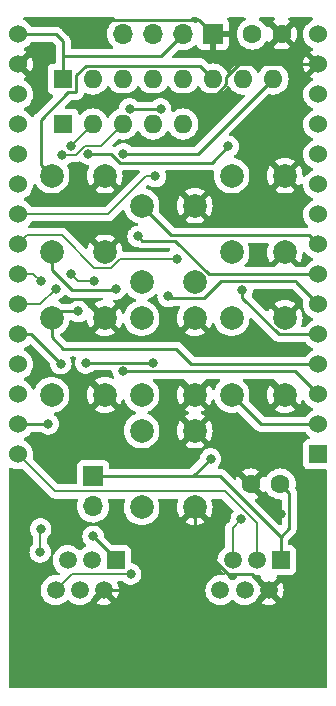
<source format=gbl>
%TF.GenerationSoftware,KiCad,Pcbnew,(6.0.1)*%
%TF.CreationDate,2022-03-05T18:57:40+09:00*%
%TF.ProjectId,SHC,5348432e-6b69-4636-9164-5f7063625858,rev?*%
%TF.SameCoordinates,Original*%
%TF.FileFunction,Copper,L2,Bot*%
%TF.FilePolarity,Positive*%
%FSLAX46Y46*%
G04 Gerber Fmt 4.6, Leading zero omitted, Abs format (unit mm)*
G04 Created by KiCad (PCBNEW (6.0.1)) date 2022-03-05 18:57:40*
%MOMM*%
%LPD*%
G01*
G04 APERTURE LIST*
%TA.AperFunction,ComponentPad*%
%ADD10R,1.520000X1.520000*%
%TD*%
%TA.AperFunction,ComponentPad*%
%ADD11C,1.520000*%
%TD*%
%TA.AperFunction,ComponentPad*%
%ADD12C,2.000000*%
%TD*%
%TA.AperFunction,ComponentPad*%
%ADD13C,1.600000*%
%TD*%
%TA.AperFunction,ComponentPad*%
%ADD14R,1.700000X1.700000*%
%TD*%
%TA.AperFunction,ComponentPad*%
%ADD15O,1.700000X1.700000*%
%TD*%
%TA.AperFunction,ComponentPad*%
%ADD16R,1.600000X1.600000*%
%TD*%
%TA.AperFunction,ComponentPad*%
%ADD17O,1.600000X1.600000*%
%TD*%
%TA.AperFunction,ComponentPad*%
%ADD18R,1.524000X1.524000*%
%TD*%
%TA.AperFunction,ComponentPad*%
%ADD19C,1.524000*%
%TD*%
%TA.AperFunction,ViaPad*%
%ADD20C,0.800000*%
%TD*%
%TA.AperFunction,Conductor*%
%ADD21C,0.250000*%
%TD*%
%TA.AperFunction,Conductor*%
%ADD22C,0.200000*%
%TD*%
G04 APERTURE END LIST*
D10*
%TO.P,J3,1*%
%TO.N,Net-(J3-Pad1)*%
X114945000Y-104245000D03*
D11*
%TO.P,J3,2*%
%TO.N,Earth*%
X113925000Y-106785000D03*
%TO.P,J3,3*%
%TO.N,RA1-*%
X112905000Y-104245000D03*
%TO.P,J3,4*%
%TO.N,DE1-*%
X111885000Y-106785000D03*
%TO.P,J3,5*%
%TO.N,DE1+*%
X110865000Y-104245000D03*
%TO.P,J3,6*%
%TO.N,RA1+*%
X109845000Y-106785000D03*
%TD*%
D12*
%TO.P,F1,1,1*%
%TO.N,F1*%
X109510000Y-71680000D03*
X109510000Y-78180000D03*
%TO.P,F1,2,2*%
%TO.N,Earth*%
X114010000Y-78180000D03*
X114010000Y-71680000D03*
%TD*%
%TO.P,W1,1,1*%
%TO.N,W*%
X109510000Y-83745000D03*
X109510000Y-90245000D03*
%TO.P,W1,2,2*%
%TO.N,Earth*%
X114010000Y-83745000D03*
X114010000Y-90245000D03*
%TD*%
D13*
%TO.P,C2,1*%
%TO.N,Earth*%
X128992000Y-59690000D03*
%TO.P,C2,2*%
%TO.N,VCC*%
X126492000Y-59690000D03*
%TD*%
D10*
%TO.P,J1,1*%
%TO.N,+5V*%
X128905000Y-104245000D03*
D11*
%TO.P,J1,2*%
%TO.N,Earth*%
X127885000Y-106785000D03*
%TO.P,J1,3*%
%TO.N,RA-*%
X126865000Y-104245000D03*
%TO.P,J1,4*%
%TO.N,DE-*%
X125845000Y-106785000D03*
%TO.P,J1,5*%
%TO.N,DE+*%
X124825000Y-104245000D03*
%TO.P,J1,6*%
%TO.N,RA+*%
X123805000Y-106785000D03*
%TD*%
D14*
%TO.P,OLED,1,Pin_1*%
%TO.N,Earth*%
X123180000Y-59690000D03*
D15*
%TO.P,OLED,2,Pin_2*%
%TO.N,VCC*%
X120640000Y-59690000D03*
%TO.P,OLED,3,Pin_3*%
%TO.N,SCL*%
X118100000Y-59690000D03*
%TO.P,OLED,4,Pin_4*%
%TO.N,SDA*%
X115560000Y-59690000D03*
%TD*%
D16*
%TO.P,RN2,1,common*%
%TO.N,VCC*%
X110470000Y-67310000D03*
D17*
%TO.P,RN2,2,R1*%
%TO.N,RA1-*%
X113010000Y-67310000D03*
%TO.P,RN2,3,R2*%
%TO.N,DE1-*%
X115550000Y-67310000D03*
%TO.P,RN2,4,R3*%
%TO.N,DE1+*%
X118090000Y-67310000D03*
%TO.P,RN2,5,R4*%
%TO.N,RA1+*%
X120630000Y-67310000D03*
%TD*%
D12*
%TO.P,N1,1,1*%
%TO.N,N*%
X117130000Y-80720000D03*
X117130000Y-74220000D03*
%TO.P,N1,2,2*%
%TO.N,Earth*%
X121630000Y-80720000D03*
X121630000Y-74220000D03*
%TD*%
D18*
%TO.P,U1,1,EN*%
%TO.N,unconnected-(U1-Pad1)*%
X132080000Y-95275000D03*
D19*
%TO.P,U1,2,SENSOR_VP*%
%TO.N,E*%
X132080000Y-92735000D03*
%TO.P,U1,3,SENSOR_VN*%
%TO.N,F1*%
X132080000Y-90195000D03*
%TO.P,U1,4,IO34*%
%TO.N,W*%
X132080000Y-87655000D03*
%TO.P,U1,5,IO35*%
%TO.N,F2*%
X132080000Y-85115000D03*
%TO.P,U1,6,IO32*%
%TO.N,S*%
X132080000Y-82575000D03*
%TO.P,U1,7,IO33*%
%TO.N,SHIFT*%
X132080000Y-80035000D03*
%TO.P,U1,8,IO25*%
%TO.N,N*%
X132080000Y-77495000D03*
%TO.P,U1,9,IO26*%
%TO.N,RA+*%
X132080000Y-74955000D03*
%TO.P,U1,10,IO27*%
%TO.N,DE+*%
X132080000Y-72415000D03*
%TO.P,U1,11,IO14*%
%TO.N,DE-*%
X132080000Y-69875000D03*
%TO.P,U1,12,IO12*%
%TO.N,unconnected-(U1-Pad12)*%
X132080000Y-67335000D03*
%TO.P,U1,13,IO13*%
%TO.N,unconnected-(U1-Pad13)*%
X132080000Y-64795000D03*
%TO.P,U1,14,GND*%
%TO.N,Earth*%
X132080000Y-62255000D03*
%TO.P,U1,15,VIN*%
%TO.N,+5V*%
X132080000Y-59715000D03*
%TO.P,U1,16,3V3*%
%TO.N,VCC*%
X106680000Y-59715000D03*
%TO.P,U1,17,GND*%
%TO.N,Earth*%
X106680000Y-62255000D03*
%TO.P,U1,18,IO15*%
%TO.N,unconnected-(U1-Pad18)*%
X106680000Y-64795000D03*
%TO.P,U1,19,IO2*%
%TO.N,unconnected-(U1-Pad19)*%
X106680000Y-67335000D03*
%TO.P,U1,20,IO4*%
%TO.N,unconnected-(U1-Pad20)*%
X106680000Y-69875000D03*
%TO.P,U1,21,IO16*%
%TO.N,unconnected-(U1-Pad21)*%
X106680000Y-72415000D03*
%TO.P,U1,22,IO17*%
%TO.N,DE1+*%
X106680000Y-74955000D03*
%TO.P,U1,23,IO5*%
%TO.N,RA1+*%
X106680000Y-77495000D03*
%TO.P,U1,24,IO18*%
%TO.N,DE1-*%
X106680000Y-80035000D03*
%TO.P,U1,25,IO19*%
%TO.N,RA1-*%
X106680000Y-82575000D03*
%TO.P,U1,26,IO21*%
%TO.N,SDA*%
X106680000Y-85115000D03*
%TO.P,U1,27,RXD0/IO3*%
%TO.N,unconnected-(U1-Pad27)*%
X106680000Y-87655000D03*
%TO.P,U1,28,TXD0/IO1*%
%TO.N,unconnected-(U1-Pad28)*%
X106680000Y-90195000D03*
%TO.P,U1,29,IO22*%
%TO.N,SCL*%
X106680000Y-92735000D03*
%TO.P,U1,30,IO23*%
%TO.N,RA-*%
X106680000Y-95275000D03*
%TD*%
D12*
%TO.P,F2,1,1*%
%TO.N,F2*%
X124750000Y-78180000D03*
X124750000Y-71680000D03*
%TO.P,F2,2,2*%
%TO.N,Earth*%
X129250000Y-78180000D03*
X129250000Y-71680000D03*
%TD*%
%TO.P,E1,1,1*%
%TO.N,E*%
X124750000Y-90245000D03*
X124750000Y-83745000D03*
%TO.P,E1,2,2*%
%TO.N,Earth*%
X129250000Y-90245000D03*
X129250000Y-83745000D03*
%TD*%
D13*
%TO.P,C1,1*%
%TO.N,Earth*%
X126365000Y-97790000D03*
%TO.P,C1,2*%
%TO.N,+5V*%
X128865000Y-97790000D03*
%TD*%
D16*
%TO.P,RN1,1,common*%
%TO.N,VCC*%
X110480000Y-63500000D03*
D17*
%TO.P,RN1,2,R1*%
%TO.N,N*%
X113020000Y-63500000D03*
%TO.P,RN1,3,R2*%
%TO.N,S*%
X115560000Y-63500000D03*
%TO.P,RN1,4,R3*%
%TO.N,E*%
X118100000Y-63500000D03*
%TO.P,RN1,5,R4*%
%TO.N,W*%
X120640000Y-63500000D03*
%TO.P,RN1,6,R5*%
%TO.N,F1*%
X123180000Y-63500000D03*
%TO.P,RN1,7,R6*%
%TO.N,F2*%
X125720000Y-63500000D03*
%TO.P,RN1,8,R7*%
%TO.N,SHIFT*%
X128260000Y-63500000D03*
%TD*%
D12*
%TO.P,S1,1,1*%
%TO.N,S*%
X117130000Y-99770000D03*
X117130000Y-93270000D03*
%TO.P,S1,2,2*%
%TO.N,Earth*%
X121630000Y-93270000D03*
X121630000Y-99770000D03*
%TD*%
D14*
%TO.P,J4,1,Pin_1*%
%TO.N,+5V*%
X113030000Y-97150000D03*
D15*
%TO.P,J4,2,Pin_2*%
%TO.N,Net-(J3-Pad1)*%
X113030000Y-99690000D03*
%TD*%
D12*
%TO.P,SHIFT1,1,1*%
%TO.N,SHIFT*%
X117130000Y-90245000D03*
X117130000Y-83745000D03*
%TO.P,SHIFT1,2,2*%
%TO.N,Earth*%
X121630000Y-90245000D03*
X121630000Y-83745000D03*
%TD*%
D20*
%TO.N,Earth*%
X129375378Y-74130378D03*
X127635000Y-61595000D03*
X108585000Y-60960000D03*
X111053064Y-59010836D03*
X114300000Y-64770000D03*
X112395000Y-59690000D03*
X123825000Y-92710000D03*
X128905000Y-100330000D03*
X107950000Y-105410000D03*
X125730000Y-95250000D03*
X115570000Y-92075000D03*
X122555000Y-85725000D03*
X130175000Y-95250000D03*
X128270000Y-67310000D03*
X130175000Y-75565000D03*
X115570000Y-101600000D03*
%TO.N,F1*%
X114935000Y-81280000D03*
X115570000Y-88265000D03*
%TO.N,F2*%
X125640500Y-81369500D03*
%TO.N,SCL*%
X118110000Y-87540500D03*
X112395000Y-87540500D03*
X109220000Y-92710000D03*
%TO.N,SDA*%
X110283844Y-87606199D03*
%TO.N,+5V*%
X122965970Y-95660970D03*
%TO.N,DE+*%
X125557878Y-100792878D03*
%TO.N,S*%
X118745000Y-66040000D03*
X116106217Y-66025778D03*
X119380000Y-81915000D03*
%TO.N,W*%
X124460000Y-69215000D03*
X112619989Y-69850000D03*
X111760000Y-83185000D03*
%TO.N,SHIFT*%
X115570000Y-69850000D03*
X116840000Y-76835000D03*
%TO.N,Net-(J3-Pad1)*%
X113030000Y-102235000D03*
%TO.N,RA1-*%
X111125000Y-69215000D03*
X111125000Y-80010000D03*
X109855000Y-81280000D03*
X113069509Y-80645000D03*
%TO.N,DE1-*%
X108585000Y-80645000D03*
X110418245Y-69921755D03*
X108585000Y-101600000D03*
X108542878Y-103547122D03*
%TO.N,DE1+*%
X118304020Y-71755000D03*
%TO.N,RA1+*%
X116205000Y-105410000D03*
X120104500Y-78740000D03*
%TD*%
D21*
%TO.N,E*%
X127240000Y-92735000D02*
X132080000Y-92735000D01*
X124750000Y-90245000D02*
X127240000Y-92735000D01*
%TO.N,Earth*%
X121630000Y-101833731D02*
X116678731Y-106785000D01*
X113569511Y-58515489D02*
X112395000Y-59690000D01*
X116678731Y-106785000D02*
X113925000Y-106785000D01*
X126510000Y-105410000D02*
X127885000Y-106785000D01*
X121630000Y-101833731D02*
X121630000Y-102583731D01*
X122005489Y-58515489D02*
X113569511Y-58515489D01*
X129375378Y-74765378D02*
X130175000Y-75565000D01*
X121630000Y-102583731D02*
X124456269Y-105410000D01*
X123500300Y-64770000D02*
X114300000Y-64770000D01*
X123180000Y-59690000D02*
X122005489Y-58515489D01*
X124456269Y-105410000D02*
X126510000Y-105410000D01*
X121630000Y-99770000D02*
X121630000Y-101833731D01*
X125374700Y-62255000D02*
X124304511Y-63325189D01*
X129375378Y-74130378D02*
X129375378Y-74765378D01*
X132080000Y-62255000D02*
X125374700Y-62255000D01*
X124304511Y-63965789D02*
X123500300Y-64770000D01*
X124304511Y-63325189D02*
X124304511Y-63965789D01*
%TO.N,F1*%
X111214511Y-81369511D02*
X114845489Y-81369511D01*
X112398722Y-62375489D02*
X111604511Y-63169700D01*
X111604511Y-63169700D02*
X111604511Y-64624511D01*
X132080000Y-90195000D02*
X130150000Y-88265000D01*
X108585000Y-70755000D02*
X109510000Y-71680000D01*
X122055489Y-62375489D02*
X112398722Y-62375489D01*
X123180000Y-63500000D02*
X122055489Y-62375489D01*
X109510000Y-79665000D02*
X109510000Y-78180000D01*
X111125000Y-81280000D02*
X109510000Y-79665000D01*
X111604511Y-64624511D02*
X110906467Y-64624511D01*
X108585000Y-66945978D02*
X108585000Y-70755000D01*
X110906467Y-64624511D02*
X108585000Y-66945978D01*
X114845489Y-81369511D02*
X114935000Y-81280000D01*
X115570000Y-88265000D02*
X130150000Y-88265000D01*
X111125000Y-81280000D02*
X111214511Y-81369511D01*
%TO.N,F2*%
X125640500Y-81369500D02*
X125640500Y-82008643D01*
X132080000Y-85115000D02*
X128746857Y-85115000D01*
X125640500Y-82008643D02*
X128746857Y-85115000D01*
%TO.N,VCC*%
X109880000Y-59715000D02*
X110480000Y-60315000D01*
X106680000Y-59715000D02*
X109880000Y-59715000D01*
X110480000Y-60315000D02*
X110480000Y-61605000D01*
X120640000Y-59690000D02*
X118745000Y-61585000D01*
X110500000Y-61585000D02*
X110480000Y-61605000D01*
X118745000Y-61585000D02*
X110500000Y-61585000D01*
X110480000Y-61605000D02*
X110480000Y-63500000D01*
%TO.N,SCL*%
X112395000Y-87540500D02*
X118020500Y-87540500D01*
X109195000Y-92735000D02*
X106680000Y-92735000D01*
X109220000Y-92710000D02*
X109195000Y-92735000D01*
X118020500Y-87540500D02*
X118110000Y-87630000D01*
X118110000Y-87630000D02*
X118110000Y-87540500D01*
%TO.N,SDA*%
X107792645Y-85115000D02*
X110283844Y-87606199D01*
X106680000Y-85115000D02*
X107792645Y-85115000D01*
%TO.N,+5V*%
X128905000Y-102269639D02*
X128905000Y-104245000D01*
X128905000Y-102269639D02*
X129629511Y-101545128D01*
X121476940Y-97150000D02*
X123785361Y-97150000D01*
X113030000Y-97150000D02*
X121476940Y-97150000D01*
X129629511Y-101545128D02*
X129629511Y-98554511D01*
X121476940Y-97150000D02*
X122965970Y-95660970D01*
X123785361Y-97150000D02*
X128905000Y-102269639D01*
X129629511Y-98554511D02*
X128865000Y-97790000D01*
D22*
%TO.N,RA-*%
X109830000Y-98425000D02*
X124179259Y-98425000D01*
X124179259Y-98425000D02*
X126865000Y-101110741D01*
X106680000Y-95275000D02*
X109830000Y-98425000D01*
X126865000Y-101110741D02*
X126865000Y-104245000D01*
%TO.N,DE+*%
X125557878Y-100792878D02*
X124825000Y-101525756D01*
X124825000Y-101525756D02*
X124825000Y-104245000D01*
D21*
%TO.N,N*%
X119643001Y-76733001D02*
X117130000Y-74220000D01*
X131318001Y-76733001D02*
X119643001Y-76733001D01*
X132080000Y-77495000D02*
X131318001Y-76733001D01*
%TO.N,S*%
X119380000Y-81915000D02*
X119509511Y-82044511D01*
X119509511Y-82044511D02*
X122425489Y-82044511D01*
X122425489Y-82044511D02*
X123825000Y-80645000D01*
X130175000Y-80670000D02*
X132080000Y-82575000D01*
X123825000Y-80645000D02*
X130175000Y-80645000D01*
X118745000Y-66040000D02*
X116205000Y-66040000D01*
X130175000Y-80645000D02*
X130175000Y-80670000D01*
%TO.N,W*%
X114545386Y-69850000D02*
X115269897Y-70574511D01*
X111760000Y-83185000D02*
X110070000Y-83185000D01*
X132080000Y-87655000D02*
X121310000Y-87655000D01*
X123100489Y-70574511D02*
X124460000Y-69215000D01*
X110490000Y-86360000D02*
X120015000Y-86360000D01*
X109510000Y-83745000D02*
X109510000Y-85380000D01*
X112619989Y-69850000D02*
X114545386Y-69850000D01*
X115269897Y-70574511D02*
X123100489Y-70574511D01*
X110070000Y-83185000D02*
X109510000Y-83745000D01*
X109510000Y-85380000D02*
X110490000Y-86360000D01*
X120015000Y-86360000D02*
X121310000Y-87655000D01*
%TO.N,SHIFT*%
X117187521Y-77182521D02*
X116840000Y-76835000D01*
X128260000Y-63500000D02*
X121910000Y-69850000D01*
X122818143Y-80035000D02*
X119965664Y-77182521D01*
X119965664Y-77182521D02*
X117187521Y-77182521D01*
X121910000Y-69850000D02*
X115570000Y-69850000D01*
X132080000Y-80035000D02*
X122818143Y-80035000D01*
%TO.N,Net-(J3-Pad1)*%
X113030000Y-102235000D02*
X114945000Y-104150000D01*
X114945000Y-104150000D02*
X114945000Y-104245000D01*
D22*
%TO.N,RA1-*%
X113069509Y-80645000D02*
X111760000Y-80645000D01*
X109855000Y-81280000D02*
X108560000Y-82575000D01*
X111760000Y-80645000D02*
X111125000Y-80010000D01*
X113010000Y-67310000D02*
X111125000Y-69195000D01*
X111125000Y-69195000D02*
X111125000Y-69215000D01*
X108560000Y-82575000D02*
X106680000Y-82575000D01*
%TO.N,DE1-*%
X115550000Y-67310000D02*
X113709511Y-69150489D01*
X108542878Y-103547122D02*
X108542878Y-101642122D01*
X108542878Y-101642122D02*
X108585000Y-101600000D01*
X111558975Y-69921755D02*
X110418245Y-69921755D01*
X113709511Y-69150489D02*
X112330241Y-69150489D01*
X108585000Y-80645000D02*
X107975000Y-80035000D01*
X112330241Y-69150489D02*
X111558975Y-69921755D01*
X107975000Y-80035000D02*
X106680000Y-80035000D01*
%TO.N,DE1+*%
X114275000Y-74955000D02*
X117475000Y-71755000D01*
X117475000Y-71755000D02*
X118304020Y-71755000D01*
X106680000Y-74955000D02*
X114275000Y-74955000D01*
%TO.N,RA1+*%
X111220000Y-105410000D02*
X109845000Y-106785000D01*
X116205000Y-105410000D02*
X111220000Y-105410000D01*
X115287787Y-78740000D02*
X114548276Y-79479511D01*
X120104500Y-78740000D02*
X115287787Y-78740000D01*
X114548276Y-79479511D02*
X113134511Y-79479511D01*
X110388001Y-76733001D02*
X107441999Y-76733001D01*
X107441999Y-76733001D02*
X106680000Y-77495000D01*
X113134511Y-79479511D02*
X110388001Y-76733001D01*
%TD*%
%TA.AperFunction,Conductor*%
%TO.N,Earth*%
G36*
X107730783Y-85965144D02*
G01*
X107775845Y-85994104D01*
X109336722Y-87554981D01*
X109370748Y-87617293D01*
X109372936Y-87630902D01*
X109390302Y-87796127D01*
X109449317Y-87977755D01*
X109544804Y-88143143D01*
X109549222Y-88148050D01*
X109549223Y-88148051D01*
X109654524Y-88265000D01*
X109672591Y-88285065D01*
X109827092Y-88397317D01*
X109833120Y-88400001D01*
X109833122Y-88400002D01*
X109990941Y-88470267D01*
X110001556Y-88474993D01*
X110094956Y-88494846D01*
X110181900Y-88513327D01*
X110181905Y-88513327D01*
X110188357Y-88514699D01*
X110379331Y-88514699D01*
X110385783Y-88513327D01*
X110385788Y-88513327D01*
X110472732Y-88494846D01*
X110566132Y-88474993D01*
X110576747Y-88470267D01*
X110734566Y-88400002D01*
X110734568Y-88400001D01*
X110740596Y-88397317D01*
X110895097Y-88285065D01*
X110913164Y-88265000D01*
X111018465Y-88148051D01*
X111018466Y-88148050D01*
X111022884Y-88143143D01*
X111118371Y-87977755D01*
X111177386Y-87796127D01*
X111197348Y-87606199D01*
X111177386Y-87416271D01*
X111118371Y-87234643D01*
X111088266Y-87182500D01*
X111071528Y-87113505D01*
X111094748Y-87046413D01*
X111150555Y-87002526D01*
X111197385Y-86993500D01*
X111445318Y-86993500D01*
X111513439Y-87013502D01*
X111559932Y-87067158D01*
X111570036Y-87137432D01*
X111561419Y-87167305D01*
X111560473Y-87168944D01*
X111501458Y-87350572D01*
X111500768Y-87357133D01*
X111500768Y-87357135D01*
X111492738Y-87433537D01*
X111481496Y-87540500D01*
X111501458Y-87730428D01*
X111560473Y-87912056D01*
X111655960Y-88077444D01*
X111660378Y-88082351D01*
X111660379Y-88082352D01*
X111719535Y-88148051D01*
X111783747Y-88219366D01*
X111938248Y-88331618D01*
X111944276Y-88334302D01*
X111944278Y-88334303D01*
X112106681Y-88406609D01*
X112112712Y-88409294D01*
X112206113Y-88429147D01*
X112293056Y-88447628D01*
X112293061Y-88447628D01*
X112299513Y-88449000D01*
X112490487Y-88449000D01*
X112496939Y-88447628D01*
X112496944Y-88447628D01*
X112583887Y-88429147D01*
X112677288Y-88409294D01*
X112683319Y-88406609D01*
X112845722Y-88334303D01*
X112845724Y-88334302D01*
X112851752Y-88331618D01*
X112915827Y-88285065D01*
X112984671Y-88235046D01*
X113006253Y-88219366D01*
X113010668Y-88214463D01*
X113015580Y-88210040D01*
X113016705Y-88211289D01*
X113070014Y-88178449D01*
X113103200Y-88174000D01*
X114533480Y-88174000D01*
X114601601Y-88194002D01*
X114648094Y-88247658D01*
X114658790Y-88286829D01*
X114671662Y-88409294D01*
X114676458Y-88454928D01*
X114735473Y-88636556D01*
X114738776Y-88642278D01*
X114738777Y-88642279D01*
X114759844Y-88678768D01*
X114776582Y-88747764D01*
X114753361Y-88814855D01*
X114697554Y-88858742D01*
X114626879Y-88865491D01*
X114602507Y-88858177D01*
X114482012Y-88808266D01*
X114472627Y-88805217D01*
X114251446Y-88752115D01*
X114241699Y-88750572D01*
X114014930Y-88732725D01*
X114005070Y-88732725D01*
X113778301Y-88750572D01*
X113768554Y-88752115D01*
X113547373Y-88805217D01*
X113537988Y-88808266D01*
X113327837Y-88895313D01*
X113319042Y-88899795D01*
X113151555Y-89002432D01*
X113142093Y-89012890D01*
X113145876Y-89021666D01*
X115230290Y-91106080D01*
X115242670Y-91112840D01*
X115250320Y-91107113D01*
X115355205Y-90935958D01*
X115359687Y-90927163D01*
X115446733Y-90717014D01*
X115449902Y-90707260D01*
X115489975Y-90648654D01*
X115555371Y-90621016D01*
X115625328Y-90633121D01*
X115677635Y-90681126D01*
X115689568Y-90707255D01*
X115689741Y-90707788D01*
X115690895Y-90712594D01*
X115738569Y-90827689D01*
X115779772Y-90927163D01*
X115781760Y-90931963D01*
X115784346Y-90936183D01*
X115903241Y-91130202D01*
X115903245Y-91130208D01*
X115905824Y-91134416D01*
X116060031Y-91314969D01*
X116240584Y-91469176D01*
X116244792Y-91471755D01*
X116244798Y-91471759D01*
X116350544Y-91536560D01*
X116443037Y-91593240D01*
X116447607Y-91595133D01*
X116447611Y-91595135D01*
X116558560Y-91641091D01*
X116613841Y-91685639D01*
X116636262Y-91753003D01*
X116618704Y-91821794D01*
X116566742Y-91870172D01*
X116558560Y-91873909D01*
X116447611Y-91919865D01*
X116447607Y-91919867D01*
X116443037Y-91921760D01*
X116438817Y-91924346D01*
X116244798Y-92043241D01*
X116244792Y-92043245D01*
X116240584Y-92045824D01*
X116060031Y-92200031D01*
X115905824Y-92380584D01*
X115903245Y-92384792D01*
X115903241Y-92384798D01*
X115824192Y-92513794D01*
X115781760Y-92583037D01*
X115779867Y-92587607D01*
X115779865Y-92587611D01*
X115726451Y-92716565D01*
X115690895Y-92802406D01*
X115635465Y-93033289D01*
X115616835Y-93270000D01*
X115635465Y-93506711D01*
X115636619Y-93511518D01*
X115636620Y-93511524D01*
X115653100Y-93580166D01*
X115690895Y-93737594D01*
X115692788Y-93742165D01*
X115692789Y-93742167D01*
X115779772Y-93952163D01*
X115781760Y-93956963D01*
X115784346Y-93961183D01*
X115903241Y-94155202D01*
X115903245Y-94155208D01*
X115905824Y-94159416D01*
X116060031Y-94339969D01*
X116240584Y-94494176D01*
X116244792Y-94496755D01*
X116244798Y-94496759D01*
X116438084Y-94615205D01*
X116443037Y-94618240D01*
X116447607Y-94620133D01*
X116447611Y-94620135D01*
X116657833Y-94707211D01*
X116662406Y-94709105D01*
X116742609Y-94728360D01*
X116888476Y-94763380D01*
X116888482Y-94763381D01*
X116893289Y-94764535D01*
X117130000Y-94783165D01*
X117366711Y-94764535D01*
X117371518Y-94763381D01*
X117371524Y-94763380D01*
X117517391Y-94728360D01*
X117597594Y-94709105D01*
X117602167Y-94707211D01*
X117812389Y-94620135D01*
X117812393Y-94620133D01*
X117816963Y-94618240D01*
X117821916Y-94615205D01*
X118005556Y-94502670D01*
X120762160Y-94502670D01*
X120767887Y-94510320D01*
X120939042Y-94615205D01*
X120947837Y-94619687D01*
X121157988Y-94706734D01*
X121167373Y-94709783D01*
X121388554Y-94762885D01*
X121398301Y-94764428D01*
X121625070Y-94782275D01*
X121634930Y-94782275D01*
X121861699Y-94764428D01*
X121871446Y-94762885D01*
X122092627Y-94709783D01*
X122102012Y-94706734D01*
X122312163Y-94619687D01*
X122320958Y-94615205D01*
X122488445Y-94512568D01*
X122497907Y-94502110D01*
X122494124Y-94493334D01*
X121642812Y-93642022D01*
X121628868Y-93634408D01*
X121627035Y-93634539D01*
X121620420Y-93638790D01*
X120768920Y-94490290D01*
X120762160Y-94502670D01*
X118005556Y-94502670D01*
X118015202Y-94496759D01*
X118015208Y-94496755D01*
X118019416Y-94494176D01*
X118199969Y-94339969D01*
X118354176Y-94159416D01*
X118356755Y-94155208D01*
X118356759Y-94155202D01*
X118475654Y-93961183D01*
X118478240Y-93956963D01*
X118480229Y-93952163D01*
X118567211Y-93742167D01*
X118567212Y-93742165D01*
X118569105Y-93737594D01*
X118606900Y-93580166D01*
X118623380Y-93511524D01*
X118623381Y-93511518D01*
X118624535Y-93506711D01*
X118642777Y-93274930D01*
X120117725Y-93274930D01*
X120135572Y-93501699D01*
X120137115Y-93511446D01*
X120190217Y-93732627D01*
X120193266Y-93742012D01*
X120280313Y-93952163D01*
X120284795Y-93960958D01*
X120387432Y-94128445D01*
X120397890Y-94137907D01*
X120406666Y-94134124D01*
X121257978Y-93282812D01*
X121264356Y-93271132D01*
X121994408Y-93271132D01*
X121994539Y-93272965D01*
X121998790Y-93279580D01*
X122850290Y-94131080D01*
X122862670Y-94137840D01*
X122870320Y-94132113D01*
X122975205Y-93960958D01*
X122979687Y-93952163D01*
X123066734Y-93742012D01*
X123069783Y-93732627D01*
X123122885Y-93511446D01*
X123124428Y-93501699D01*
X123142275Y-93274930D01*
X123142275Y-93265070D01*
X123124428Y-93038301D01*
X123122885Y-93028554D01*
X123069783Y-92807373D01*
X123066734Y-92797988D01*
X122979687Y-92587837D01*
X122975205Y-92579042D01*
X122872568Y-92411555D01*
X122862110Y-92402093D01*
X122853334Y-92405876D01*
X122002022Y-93257188D01*
X121994408Y-93271132D01*
X121264356Y-93271132D01*
X121265592Y-93268868D01*
X121265461Y-93267035D01*
X121261210Y-93260420D01*
X120409710Y-92408920D01*
X120397330Y-92402160D01*
X120389680Y-92407887D01*
X120284795Y-92579042D01*
X120280313Y-92587837D01*
X120193266Y-92797988D01*
X120190217Y-92807373D01*
X120137115Y-93028554D01*
X120135572Y-93038301D01*
X120117725Y-93265070D01*
X120117725Y-93274930D01*
X118642777Y-93274930D01*
X118643165Y-93270000D01*
X118624535Y-93033289D01*
X118569105Y-92802406D01*
X118533549Y-92716565D01*
X118480135Y-92587611D01*
X118480133Y-92587607D01*
X118478240Y-92583037D01*
X118435808Y-92513794D01*
X118356759Y-92384798D01*
X118356755Y-92384792D01*
X118354176Y-92380584D01*
X118199969Y-92200031D01*
X118019416Y-92045824D01*
X118015208Y-92043245D01*
X118015202Y-92043241D01*
X118006470Y-92037890D01*
X120762093Y-92037890D01*
X120765876Y-92046666D01*
X121617188Y-92897978D01*
X121631132Y-92905592D01*
X121632965Y-92905461D01*
X121639580Y-92901210D01*
X122491080Y-92049710D01*
X122497840Y-92037330D01*
X122492113Y-92029680D01*
X122320958Y-91924795D01*
X122312163Y-91920313D01*
X122200133Y-91873909D01*
X122144852Y-91829361D01*
X122122431Y-91761997D01*
X122139989Y-91693206D01*
X122191951Y-91644828D01*
X122200133Y-91641091D01*
X122312163Y-91594687D01*
X122320958Y-91590205D01*
X122488445Y-91487568D01*
X122497907Y-91477110D01*
X122494124Y-91468334D01*
X121642812Y-90617022D01*
X121628868Y-90609408D01*
X121627035Y-90609539D01*
X121620420Y-90613790D01*
X120768920Y-91465290D01*
X120762160Y-91477670D01*
X120767887Y-91485320D01*
X120939042Y-91590205D01*
X120947837Y-91594687D01*
X121059867Y-91641091D01*
X121115148Y-91685639D01*
X121137569Y-91753003D01*
X121120011Y-91821794D01*
X121068049Y-91870172D01*
X121059867Y-91873909D01*
X120947837Y-91920313D01*
X120939042Y-91924795D01*
X120771555Y-92027432D01*
X120762093Y-92037890D01*
X118006470Y-92037890D01*
X117821183Y-91924346D01*
X117816963Y-91921760D01*
X117812393Y-91919867D01*
X117812389Y-91919865D01*
X117701440Y-91873909D01*
X117646159Y-91829361D01*
X117623738Y-91761997D01*
X117641296Y-91693206D01*
X117693258Y-91644828D01*
X117701440Y-91641091D01*
X117812389Y-91595135D01*
X117812393Y-91595133D01*
X117816963Y-91593240D01*
X117909456Y-91536560D01*
X118015202Y-91471759D01*
X118015208Y-91471755D01*
X118019416Y-91469176D01*
X118199969Y-91314969D01*
X118354176Y-91134416D01*
X118356755Y-91130208D01*
X118356759Y-91130202D01*
X118475654Y-90936183D01*
X118478240Y-90931963D01*
X118480229Y-90927163D01*
X118567211Y-90717167D01*
X118567212Y-90717163D01*
X118569105Y-90712594D01*
X118624535Y-90481711D01*
X118642777Y-90249930D01*
X120117725Y-90249930D01*
X120135572Y-90476699D01*
X120137115Y-90486446D01*
X120190217Y-90707627D01*
X120193266Y-90717012D01*
X120280313Y-90927163D01*
X120284795Y-90935958D01*
X120387432Y-91103445D01*
X120397890Y-91112907D01*
X120406666Y-91109124D01*
X121257978Y-90257812D01*
X121265592Y-90243868D01*
X121265461Y-90242035D01*
X121261210Y-90235420D01*
X120409710Y-89383920D01*
X120397330Y-89377160D01*
X120389680Y-89382887D01*
X120284795Y-89554042D01*
X120280313Y-89562837D01*
X120193266Y-89772988D01*
X120190217Y-89782373D01*
X120137115Y-90003554D01*
X120135572Y-90013301D01*
X120117725Y-90240070D01*
X120117725Y-90249930D01*
X118642777Y-90249930D01*
X118643165Y-90245000D01*
X118624535Y-90008289D01*
X118569105Y-89777406D01*
X118545975Y-89721564D01*
X118480135Y-89562611D01*
X118480133Y-89562607D01*
X118478240Y-89558037D01*
X118475040Y-89552815D01*
X118356759Y-89359798D01*
X118356755Y-89359792D01*
X118354176Y-89355584D01*
X118199969Y-89175031D01*
X118196213Y-89171823D01*
X118196208Y-89171818D01*
X118135901Y-89120311D01*
X118097091Y-89060861D01*
X118096584Y-88989866D01*
X118134541Y-88929867D01*
X118198909Y-88899914D01*
X118217731Y-88898500D01*
X120631475Y-88898500D01*
X120699596Y-88918502D01*
X120746089Y-88972158D01*
X120746781Y-88977367D01*
X120765876Y-89021666D01*
X121617188Y-89872978D01*
X121631132Y-89880592D01*
X121632965Y-89880461D01*
X121639580Y-89876210D01*
X122491080Y-89024710D01*
X122509613Y-88990771D01*
X122515412Y-88964113D01*
X122565616Y-88913911D01*
X122625999Y-88898500D01*
X123662269Y-88898500D01*
X123730390Y-88918502D01*
X123776883Y-88972158D01*
X123786987Y-89042432D01*
X123757493Y-89107012D01*
X123744099Y-89120311D01*
X123683792Y-89171818D01*
X123683787Y-89171823D01*
X123680031Y-89175031D01*
X123525824Y-89355584D01*
X123523245Y-89359792D01*
X123523241Y-89359798D01*
X123404960Y-89552815D01*
X123401760Y-89558037D01*
X123399867Y-89562607D01*
X123399865Y-89562611D01*
X123359878Y-89659149D01*
X123310895Y-89777406D01*
X123309741Y-89782212D01*
X123309568Y-89782745D01*
X123269494Y-89841349D01*
X123204096Y-89868985D01*
X123134140Y-89856877D01*
X123081835Y-89808870D01*
X123069902Y-89782740D01*
X123066733Y-89772986D01*
X122979687Y-89562837D01*
X122975205Y-89554042D01*
X122872568Y-89386555D01*
X122862110Y-89377093D01*
X122853334Y-89380876D01*
X122002022Y-90232188D01*
X121994408Y-90246132D01*
X121994539Y-90247965D01*
X121998790Y-90254580D01*
X122850290Y-91106080D01*
X122862670Y-91112840D01*
X122870320Y-91107113D01*
X122975205Y-90935958D01*
X122979687Y-90927163D01*
X123066733Y-90717014D01*
X123069902Y-90707260D01*
X123109975Y-90648654D01*
X123175371Y-90621016D01*
X123245328Y-90633121D01*
X123297635Y-90681126D01*
X123309568Y-90707255D01*
X123309741Y-90707788D01*
X123310895Y-90712594D01*
X123358569Y-90827689D01*
X123399772Y-90927163D01*
X123401760Y-90931963D01*
X123404346Y-90936183D01*
X123523241Y-91130202D01*
X123523245Y-91130208D01*
X123525824Y-91134416D01*
X123680031Y-91314969D01*
X123860584Y-91469176D01*
X123864792Y-91471755D01*
X123864798Y-91471759D01*
X123970544Y-91536560D01*
X124063037Y-91593240D01*
X124067607Y-91595133D01*
X124067611Y-91595135D01*
X124277833Y-91682211D01*
X124282406Y-91684105D01*
X124362609Y-91703360D01*
X124508476Y-91738380D01*
X124508482Y-91738381D01*
X124513289Y-91739535D01*
X124750000Y-91758165D01*
X124986711Y-91739535D01*
X124991518Y-91738381D01*
X124991524Y-91738380D01*
X125209951Y-91685940D01*
X125280859Y-91689487D01*
X125328460Y-91719364D01*
X126122889Y-92513794D01*
X126736348Y-93127253D01*
X126743888Y-93135539D01*
X126748000Y-93142018D01*
X126753777Y-93147443D01*
X126797651Y-93188643D01*
X126800493Y-93191398D01*
X126820230Y-93211135D01*
X126823427Y-93213615D01*
X126832447Y-93221318D01*
X126864679Y-93251586D01*
X126871625Y-93255405D01*
X126871628Y-93255407D01*
X126882434Y-93261348D01*
X126898953Y-93272199D01*
X126914959Y-93284614D01*
X126922228Y-93287759D01*
X126922232Y-93287762D01*
X126955537Y-93302174D01*
X126966187Y-93307391D01*
X127004940Y-93328695D01*
X127012615Y-93330666D01*
X127012616Y-93330666D01*
X127024562Y-93333733D01*
X127043267Y-93340137D01*
X127061855Y-93348181D01*
X127069678Y-93349420D01*
X127069688Y-93349423D01*
X127105524Y-93355099D01*
X127117144Y-93357505D01*
X127152289Y-93366528D01*
X127159970Y-93368500D01*
X127180224Y-93368500D01*
X127199934Y-93370051D01*
X127219943Y-93373220D01*
X127227835Y-93372474D01*
X127263961Y-93369059D01*
X127275819Y-93368500D01*
X130906996Y-93368500D01*
X130975117Y-93388502D01*
X131010209Y-93422229D01*
X131072680Y-93511446D01*
X131103023Y-93554781D01*
X131260219Y-93711977D01*
X131264727Y-93715134D01*
X131264730Y-93715136D01*
X131350635Y-93775287D01*
X131394963Y-93830744D01*
X131402272Y-93901363D01*
X131370241Y-93964724D01*
X131309040Y-94000709D01*
X131278364Y-94004500D01*
X131269866Y-94004500D01*
X131207684Y-94011255D01*
X131071295Y-94062385D01*
X130954739Y-94149739D01*
X130867385Y-94266295D01*
X130816255Y-94402684D01*
X130809500Y-94464866D01*
X130809500Y-96085134D01*
X130816255Y-96147316D01*
X130867385Y-96283705D01*
X130954739Y-96400261D01*
X131071295Y-96487615D01*
X131207684Y-96538745D01*
X131269866Y-96545500D01*
X132716000Y-96545500D01*
X132784121Y-96565502D01*
X132830614Y-96619158D01*
X132842000Y-96671500D01*
X132842000Y-114936000D01*
X132821998Y-115004121D01*
X132768342Y-115050614D01*
X132716000Y-115062000D01*
X106044000Y-115062000D01*
X105975879Y-115041998D01*
X105929386Y-114988342D01*
X105918000Y-114936000D01*
X105918000Y-106785000D01*
X108571655Y-106785000D01*
X108591000Y-107006114D01*
X108592424Y-107011427D01*
X108592424Y-107011429D01*
X108631436Y-107157022D01*
X108648447Y-107220510D01*
X108650769Y-107225490D01*
X108650770Y-107225492D01*
X108739925Y-107416685D01*
X108739928Y-107416690D01*
X108742251Y-107421672D01*
X108745407Y-107426179D01*
X108745408Y-107426181D01*
X108777041Y-107471357D01*
X108869561Y-107603490D01*
X109026510Y-107760439D01*
X109031018Y-107763596D01*
X109031021Y-107763598D01*
X109106687Y-107816580D01*
X109208327Y-107887749D01*
X109213309Y-107890072D01*
X109213314Y-107890075D01*
X109403498Y-107978759D01*
X109409490Y-107981553D01*
X109414798Y-107982975D01*
X109414800Y-107982976D01*
X109618571Y-108037576D01*
X109618573Y-108037576D01*
X109623886Y-108039000D01*
X109845000Y-108058345D01*
X110066114Y-108039000D01*
X110071427Y-108037576D01*
X110071429Y-108037576D01*
X110275200Y-107982976D01*
X110275202Y-107982975D01*
X110280510Y-107981553D01*
X110286502Y-107978759D01*
X110476686Y-107890075D01*
X110476691Y-107890072D01*
X110481673Y-107887749D01*
X110583313Y-107816580D01*
X110658979Y-107763598D01*
X110658982Y-107763596D01*
X110663490Y-107760439D01*
X110775905Y-107648024D01*
X110838217Y-107613998D01*
X110909032Y-107619063D01*
X110954095Y-107648024D01*
X111066510Y-107760439D01*
X111071018Y-107763596D01*
X111071021Y-107763598D01*
X111146687Y-107816580D01*
X111248327Y-107887749D01*
X111253309Y-107890072D01*
X111253314Y-107890075D01*
X111443498Y-107978759D01*
X111449490Y-107981553D01*
X111454798Y-107982975D01*
X111454800Y-107982976D01*
X111658571Y-108037576D01*
X111658573Y-108037576D01*
X111663886Y-108039000D01*
X111885000Y-108058345D01*
X112106114Y-108039000D01*
X112111427Y-108037576D01*
X112111429Y-108037576D01*
X112315200Y-107982976D01*
X112315202Y-107982975D01*
X112320510Y-107981553D01*
X112326502Y-107978759D01*
X112516686Y-107890075D01*
X112516691Y-107890072D01*
X112521673Y-107887749D01*
X112586521Y-107842342D01*
X113232213Y-107842342D01*
X113241509Y-107854357D01*
X113284069Y-107884158D01*
X113293565Y-107889641D01*
X113484680Y-107978759D01*
X113494972Y-107982505D01*
X113698660Y-108037083D01*
X113709453Y-108038986D01*
X113919525Y-108057365D01*
X113930475Y-108057365D01*
X114140547Y-108038986D01*
X114151340Y-108037083D01*
X114355028Y-107982505D01*
X114365320Y-107978759D01*
X114556435Y-107889641D01*
X114565931Y-107884158D01*
X114609329Y-107853770D01*
X114617704Y-107843293D01*
X114610635Y-107829845D01*
X113937812Y-107157022D01*
X113923868Y-107149408D01*
X113922035Y-107149539D01*
X113915420Y-107153790D01*
X113238643Y-107830567D01*
X113232213Y-107842342D01*
X112586521Y-107842342D01*
X112623313Y-107816580D01*
X112698979Y-107763598D01*
X112698982Y-107763596D01*
X112703490Y-107760439D01*
X112860439Y-107603490D01*
X112952960Y-107471357D01*
X112984592Y-107426181D01*
X112984593Y-107426179D01*
X112987749Y-107421672D01*
X112990072Y-107416691D01*
X112990078Y-107416680D01*
X113029591Y-107331944D01*
X113054690Y-107296100D01*
X113835905Y-106514885D01*
X113898217Y-106480859D01*
X113969032Y-106485924D01*
X114014095Y-106514885D01*
X114970567Y-107471357D01*
X114982342Y-107477787D01*
X114994357Y-107468491D01*
X115024158Y-107425931D01*
X115029641Y-107416435D01*
X115118759Y-107225320D01*
X115122505Y-107215028D01*
X115177083Y-107011340D01*
X115178986Y-107000547D01*
X115197365Y-106790475D01*
X115197365Y-106779525D01*
X115178986Y-106569453D01*
X115177083Y-106558660D01*
X115122505Y-106354972D01*
X115118759Y-106344680D01*
X115050244Y-106197750D01*
X115039583Y-106127558D01*
X115068563Y-106062746D01*
X115127983Y-106023889D01*
X115164439Y-106018500D01*
X115474290Y-106018500D01*
X115542411Y-106038502D01*
X115567926Y-106060189D01*
X115593747Y-106088866D01*
X115748248Y-106201118D01*
X115754276Y-106203802D01*
X115754278Y-106203803D01*
X115916681Y-106276109D01*
X115922712Y-106278794D01*
X116016112Y-106298647D01*
X116103056Y-106317128D01*
X116103061Y-106317128D01*
X116109513Y-106318500D01*
X116300487Y-106318500D01*
X116306939Y-106317128D01*
X116306944Y-106317128D01*
X116393887Y-106298647D01*
X116487288Y-106278794D01*
X116493319Y-106276109D01*
X116655722Y-106203803D01*
X116655724Y-106203802D01*
X116661752Y-106201118D01*
X116816253Y-106088866D01*
X116869121Y-106030150D01*
X116939621Y-105951852D01*
X116939622Y-105951851D01*
X116944040Y-105946944D01*
X117039527Y-105781556D01*
X117098542Y-105599928D01*
X117100545Y-105580877D01*
X117117814Y-105416565D01*
X117118504Y-105410000D01*
X117114117Y-105368261D01*
X117099232Y-105226635D01*
X117099232Y-105226633D01*
X117098542Y-105220072D01*
X117039527Y-105038444D01*
X116944040Y-104873056D01*
X116816253Y-104731134D01*
X116661752Y-104618882D01*
X116655724Y-104616198D01*
X116655722Y-104616197D01*
X116493319Y-104543891D01*
X116493318Y-104543891D01*
X116487288Y-104541206D01*
X116350828Y-104512200D01*
X116313303Y-104504224D01*
X116250829Y-104470495D01*
X116216508Y-104408346D01*
X116213500Y-104380977D01*
X116213500Y-103436866D01*
X116206745Y-103374684D01*
X116155615Y-103238295D01*
X116068261Y-103121739D01*
X115951705Y-103034385D01*
X115815316Y-102983255D01*
X115753134Y-102976500D01*
X114719595Y-102976500D01*
X114651474Y-102956498D01*
X114630499Y-102939595D01*
X113977121Y-102286216D01*
X113943096Y-102223904D01*
X113940907Y-102210291D01*
X113924232Y-102051635D01*
X113924232Y-102051633D01*
X113923542Y-102045072D01*
X113864527Y-101863444D01*
X113769040Y-101698056D01*
X113710319Y-101632839D01*
X113645675Y-101561045D01*
X113645674Y-101561044D01*
X113641253Y-101556134D01*
X113486752Y-101443882D01*
X113480724Y-101441198D01*
X113480722Y-101441197D01*
X113318319Y-101368891D01*
X113318318Y-101368891D01*
X113312288Y-101366206D01*
X113218887Y-101346353D01*
X113131944Y-101327872D01*
X113131939Y-101327872D01*
X113125487Y-101326500D01*
X112934513Y-101326500D01*
X112928061Y-101327872D01*
X112928056Y-101327872D01*
X112841113Y-101346353D01*
X112747712Y-101366206D01*
X112741682Y-101368891D01*
X112741681Y-101368891D01*
X112579278Y-101441197D01*
X112579276Y-101441198D01*
X112573248Y-101443882D01*
X112418747Y-101556134D01*
X112414326Y-101561044D01*
X112414325Y-101561045D01*
X112349682Y-101632839D01*
X112290960Y-101698056D01*
X112195473Y-101863444D01*
X112136458Y-102045072D01*
X112116496Y-102235000D01*
X112136458Y-102424928D01*
X112195473Y-102606556D01*
X112290960Y-102771944D01*
X112405160Y-102898776D01*
X112435875Y-102962780D01*
X112427112Y-103033233D01*
X112381649Y-103087765D01*
X112364772Y-103097278D01*
X112273315Y-103139925D01*
X112273310Y-103139928D01*
X112268328Y-103142251D01*
X112263821Y-103145407D01*
X112263819Y-103145408D01*
X112091021Y-103266402D01*
X112091018Y-103266404D01*
X112086510Y-103269561D01*
X111974095Y-103381976D01*
X111911783Y-103416002D01*
X111840968Y-103410937D01*
X111795905Y-103381976D01*
X111683490Y-103269561D01*
X111678982Y-103266404D01*
X111678979Y-103266402D01*
X111558227Y-103181851D01*
X111501673Y-103142251D01*
X111496691Y-103139928D01*
X111496686Y-103139925D01*
X111305492Y-103050770D01*
X111305491Y-103050769D01*
X111300510Y-103048447D01*
X111295202Y-103047025D01*
X111295200Y-103047024D01*
X111091429Y-102992424D01*
X111091427Y-102992424D01*
X111086114Y-102991000D01*
X110865000Y-102971655D01*
X110643886Y-102991000D01*
X110638573Y-102992424D01*
X110638571Y-102992424D01*
X110434800Y-103047024D01*
X110434798Y-103047025D01*
X110429490Y-103048447D01*
X110424510Y-103050769D01*
X110424508Y-103050770D01*
X110233315Y-103139925D01*
X110233310Y-103139928D01*
X110228328Y-103142251D01*
X110223821Y-103145407D01*
X110223819Y-103145408D01*
X110051021Y-103266402D01*
X110051018Y-103266404D01*
X110046510Y-103269561D01*
X109889561Y-103426510D01*
X109886404Y-103431018D01*
X109886402Y-103431021D01*
X109805108Y-103547122D01*
X109762251Y-103608328D01*
X109759928Y-103613310D01*
X109759925Y-103613315D01*
X109677284Y-103790539D01*
X109630366Y-103843824D01*
X109590962Y-103855055D01*
X109611264Y-103873688D01*
X109629314Y-103942352D01*
X109625072Y-103971366D01*
X109613384Y-104014988D01*
X109611000Y-104023886D01*
X109591655Y-104245000D01*
X109611000Y-104466114D01*
X109612424Y-104471427D01*
X109612424Y-104471429D01*
X109621212Y-104504224D01*
X109668447Y-104680510D01*
X109670769Y-104685490D01*
X109670770Y-104685492D01*
X109759925Y-104876685D01*
X109759928Y-104876690D01*
X109762251Y-104881672D01*
X109765407Y-104886179D01*
X109765408Y-104886181D01*
X109882310Y-105053134D01*
X109889561Y-105063490D01*
X110046510Y-105220439D01*
X110051018Y-105223596D01*
X110051021Y-105223598D01*
X110168084Y-105305567D01*
X110212412Y-105361025D01*
X110219721Y-105431644D01*
X110187690Y-105495004D01*
X110126488Y-105530989D01*
X110073929Y-105532865D01*
X110071429Y-105532424D01*
X110066114Y-105531000D01*
X109845000Y-105511655D01*
X109623886Y-105531000D01*
X109618573Y-105532424D01*
X109618571Y-105532424D01*
X109414800Y-105587024D01*
X109414798Y-105587025D01*
X109409490Y-105588447D01*
X109404510Y-105590769D01*
X109404508Y-105590770D01*
X109213315Y-105679925D01*
X109213310Y-105679928D01*
X109208328Y-105682251D01*
X109203821Y-105685407D01*
X109203819Y-105685408D01*
X109031021Y-105806402D01*
X109031018Y-105806404D01*
X109026510Y-105809561D01*
X108869561Y-105966510D01*
X108866404Y-105971018D01*
X108866402Y-105971021D01*
X108756794Y-106127558D01*
X108742251Y-106148328D01*
X108739928Y-106153310D01*
X108739925Y-106153315D01*
X108663538Y-106317128D01*
X108648447Y-106349490D01*
X108647025Y-106354798D01*
X108647024Y-106354800D01*
X108629430Y-106420461D01*
X108591000Y-106563886D01*
X108571655Y-106785000D01*
X105918000Y-106785000D01*
X105918000Y-103547122D01*
X107629374Y-103547122D01*
X107649336Y-103737050D01*
X107708351Y-103918678D01*
X107803838Y-104084066D01*
X107931625Y-104225988D01*
X108086126Y-104338240D01*
X108092154Y-104340924D01*
X108092156Y-104340925D01*
X108182115Y-104380977D01*
X108260590Y-104415916D01*
X108353990Y-104435769D01*
X108440934Y-104454250D01*
X108440939Y-104454250D01*
X108447391Y-104455622D01*
X108638365Y-104455622D01*
X108644817Y-104454250D01*
X108644822Y-104454250D01*
X108731765Y-104435769D01*
X108825166Y-104415916D01*
X108903641Y-104380977D01*
X108993600Y-104340925D01*
X108993602Y-104340924D01*
X108999630Y-104338240D01*
X109154131Y-104225988D01*
X109281918Y-104084066D01*
X109377405Y-103918678D01*
X109383532Y-103899820D01*
X109423604Y-103841215D01*
X109474489Y-103819710D01*
X109448064Y-103788720D01*
X109437779Y-103724119D01*
X109455692Y-103553687D01*
X109456382Y-103547122D01*
X109444437Y-103433469D01*
X109437110Y-103363757D01*
X109437110Y-103363755D01*
X109436420Y-103357194D01*
X109377405Y-103175566D01*
X109281918Y-103010178D01*
X109260174Y-102986029D01*
X109183742Y-102901142D01*
X109153024Y-102837135D01*
X109151378Y-102816832D01*
X109151378Y-102374442D01*
X109171380Y-102306321D01*
X109192233Y-102281787D01*
X109196253Y-102278866D01*
X109324040Y-102136944D01*
X109419527Y-101971556D01*
X109478542Y-101789928D01*
X109498504Y-101600000D01*
X109490701Y-101525756D01*
X109479232Y-101416635D01*
X109479232Y-101416633D01*
X109478542Y-101410072D01*
X109419527Y-101228444D01*
X109409029Y-101210260D01*
X109359042Y-101123681D01*
X109324040Y-101063056D01*
X109288897Y-101024025D01*
X109200675Y-100926045D01*
X109200674Y-100926044D01*
X109196253Y-100921134D01*
X109041752Y-100808882D01*
X109035724Y-100806198D01*
X109035722Y-100806197D01*
X108873319Y-100733891D01*
X108873318Y-100733891D01*
X108867288Y-100731206D01*
X108773888Y-100711353D01*
X108686944Y-100692872D01*
X108686939Y-100692872D01*
X108680487Y-100691500D01*
X108489513Y-100691500D01*
X108483061Y-100692872D01*
X108483056Y-100692872D01*
X108396112Y-100711353D01*
X108302712Y-100731206D01*
X108296682Y-100733891D01*
X108296681Y-100733891D01*
X108134278Y-100806197D01*
X108134276Y-100806198D01*
X108128248Y-100808882D01*
X107973747Y-100921134D01*
X107969326Y-100926044D01*
X107969325Y-100926045D01*
X107881104Y-101024025D01*
X107845960Y-101063056D01*
X107810958Y-101123681D01*
X107760972Y-101210260D01*
X107750473Y-101228444D01*
X107691458Y-101410072D01*
X107690768Y-101416633D01*
X107690768Y-101416635D01*
X107679299Y-101525756D01*
X107671496Y-101600000D01*
X107691458Y-101789928D01*
X107750473Y-101971556D01*
X107753776Y-101977278D01*
X107753777Y-101977279D01*
X107795061Y-102048785D01*
X107845960Y-102136944D01*
X107850378Y-102141851D01*
X107850379Y-102141852D01*
X107902014Y-102199198D01*
X107932731Y-102263206D01*
X107934378Y-102283509D01*
X107934378Y-102816832D01*
X107914376Y-102884953D01*
X107902014Y-102901142D01*
X107825582Y-102986029D01*
X107803838Y-103010178D01*
X107708351Y-103175566D01*
X107649336Y-103357194D01*
X107648646Y-103363755D01*
X107648646Y-103363757D01*
X107641319Y-103433469D01*
X107629374Y-103547122D01*
X105918000Y-103547122D01*
X105918000Y-96519296D01*
X105938002Y-96451175D01*
X105991658Y-96404682D01*
X106061932Y-96394578D01*
X106097250Y-96405101D01*
X106178186Y-96442842D01*
X106243804Y-96473440D01*
X106249112Y-96474862D01*
X106249114Y-96474863D01*
X106296705Y-96487615D01*
X106458537Y-96530978D01*
X106680000Y-96550353D01*
X106901463Y-96530978D01*
X106968399Y-96513042D01*
X107039376Y-96514732D01*
X107090105Y-96545654D01*
X109365685Y-98821234D01*
X109376552Y-98833625D01*
X109396013Y-98858987D01*
X109402563Y-98864013D01*
X109427921Y-98883471D01*
X109427937Y-98883485D01*
X109477305Y-98921366D01*
X109523124Y-98956524D01*
X109671149Y-99017838D01*
X109679336Y-99018916D01*
X109679337Y-99018916D01*
X109690542Y-99020391D01*
X109698898Y-99021491D01*
X109790115Y-99033500D01*
X109790118Y-99033500D01*
X109790126Y-99033501D01*
X109821811Y-99037672D01*
X109830000Y-99038750D01*
X109838189Y-99037672D01*
X109861693Y-99034578D01*
X109878138Y-99033500D01*
X111639536Y-99033500D01*
X111707657Y-99053502D01*
X111754150Y-99107158D01*
X111764254Y-99177432D01*
X111753822Y-99212553D01*
X111750688Y-99219305D01*
X111690989Y-99434570D01*
X111667251Y-99656695D01*
X111667548Y-99661848D01*
X111667548Y-99661851D01*
X111673011Y-99756590D01*
X111680110Y-99879715D01*
X111681247Y-99884761D01*
X111681248Y-99884767D01*
X111701119Y-99972939D01*
X111729222Y-100097639D01*
X111813266Y-100304616D01*
X111815965Y-100309020D01*
X111903683Y-100452163D01*
X111929987Y-100495088D01*
X112076250Y-100663938D01*
X112248126Y-100806632D01*
X112441000Y-100919338D01*
X112649692Y-100999030D01*
X112654760Y-101000061D01*
X112654763Y-101000062D01*
X112762017Y-101021883D01*
X112868597Y-101043567D01*
X112873772Y-101043757D01*
X112873774Y-101043757D01*
X113086673Y-101051564D01*
X113086677Y-101051564D01*
X113091837Y-101051753D01*
X113096957Y-101051097D01*
X113096959Y-101051097D01*
X113308288Y-101024025D01*
X113308289Y-101024025D01*
X113313416Y-101023368D01*
X113356907Y-101010320D01*
X113522429Y-100960661D01*
X113522434Y-100960659D01*
X113527384Y-100959174D01*
X113727994Y-100860896D01*
X113909860Y-100731173D01*
X114068096Y-100573489D01*
X114127594Y-100490689D01*
X114195435Y-100396277D01*
X114198453Y-100392077D01*
X114268162Y-100251032D01*
X114295136Y-100196453D01*
X114295137Y-100196451D01*
X114297430Y-100191811D01*
X114362370Y-99978069D01*
X114391529Y-99756590D01*
X114393156Y-99690000D01*
X114374852Y-99467361D01*
X114320431Y-99250702D01*
X114302621Y-99209741D01*
X114293800Y-99139297D01*
X114324466Y-99075265D01*
X114384882Y-99037977D01*
X114418170Y-99033500D01*
X115613707Y-99033500D01*
X115681828Y-99053502D01*
X115728321Y-99107158D01*
X115738425Y-99177432D01*
X115730116Y-99207716D01*
X115690895Y-99302406D01*
X115689740Y-99307218D01*
X115643485Y-99499885D01*
X115635465Y-99533289D01*
X115616835Y-99770000D01*
X115635465Y-100006711D01*
X115636619Y-100011518D01*
X115636620Y-100011524D01*
X115665170Y-100130441D01*
X115690895Y-100237594D01*
X115692788Y-100242165D01*
X115692789Y-100242167D01*
X115779772Y-100452163D01*
X115781760Y-100456963D01*
X115784346Y-100461183D01*
X115903241Y-100655202D01*
X115903245Y-100655208D01*
X115905824Y-100659416D01*
X116060031Y-100839969D01*
X116240584Y-100994176D01*
X116244792Y-100996755D01*
X116244798Y-100996759D01*
X116362316Y-101068774D01*
X116443037Y-101118240D01*
X116447607Y-101120133D01*
X116447611Y-101120135D01*
X116657833Y-101207211D01*
X116662406Y-101209105D01*
X116703122Y-101218880D01*
X116888476Y-101263380D01*
X116888482Y-101263381D01*
X116893289Y-101264535D01*
X117130000Y-101283165D01*
X117366711Y-101264535D01*
X117371518Y-101263381D01*
X117371524Y-101263380D01*
X117556878Y-101218880D01*
X117597594Y-101209105D01*
X117602167Y-101207211D01*
X117812389Y-101120135D01*
X117812393Y-101120133D01*
X117816963Y-101118240D01*
X117897684Y-101068774D01*
X118005556Y-101002670D01*
X120762160Y-101002670D01*
X120767887Y-101010320D01*
X120939042Y-101115205D01*
X120947837Y-101119687D01*
X121157988Y-101206734D01*
X121167373Y-101209783D01*
X121388554Y-101262885D01*
X121398301Y-101264428D01*
X121625070Y-101282275D01*
X121634930Y-101282275D01*
X121861699Y-101264428D01*
X121871446Y-101262885D01*
X122092627Y-101209783D01*
X122102012Y-101206734D01*
X122312163Y-101119687D01*
X122320958Y-101115205D01*
X122488445Y-101012568D01*
X122497907Y-101002110D01*
X122494124Y-100993334D01*
X121642812Y-100142022D01*
X121628868Y-100134408D01*
X121627035Y-100134539D01*
X121620420Y-100138790D01*
X120768920Y-100990290D01*
X120762160Y-101002670D01*
X118005556Y-101002670D01*
X118015202Y-100996759D01*
X118015208Y-100996755D01*
X118019416Y-100994176D01*
X118199969Y-100839969D01*
X118354176Y-100659416D01*
X118356755Y-100655208D01*
X118356759Y-100655202D01*
X118475654Y-100461183D01*
X118478240Y-100456963D01*
X118480229Y-100452163D01*
X118567211Y-100242167D01*
X118567212Y-100242165D01*
X118569105Y-100237594D01*
X118594830Y-100130441D01*
X118623380Y-100011524D01*
X118623381Y-100011518D01*
X118624535Y-100006711D01*
X118643165Y-99770000D01*
X118624535Y-99533289D01*
X118616516Y-99499885D01*
X118570260Y-99307218D01*
X118569105Y-99302406D01*
X118529884Y-99207717D01*
X118522295Y-99137128D01*
X118554074Y-99073641D01*
X118615132Y-99037414D01*
X118646293Y-99033500D01*
X120114248Y-99033500D01*
X120182369Y-99053502D01*
X120228862Y-99107158D01*
X120238966Y-99177432D01*
X120230657Y-99207718D01*
X120193266Y-99297988D01*
X120190217Y-99307373D01*
X120137115Y-99528554D01*
X120135572Y-99538301D01*
X120117725Y-99765070D01*
X120117725Y-99774930D01*
X120135572Y-100001699D01*
X120137115Y-100011446D01*
X120190217Y-100232627D01*
X120193266Y-100242012D01*
X120280313Y-100452163D01*
X120284795Y-100460958D01*
X120387432Y-100628445D01*
X120397890Y-100637907D01*
X120406666Y-100634124D01*
X121540905Y-99499885D01*
X121603217Y-99465859D01*
X121674032Y-99470924D01*
X121719095Y-99499885D01*
X122850290Y-100631080D01*
X122862670Y-100637840D01*
X122870320Y-100632113D01*
X122975205Y-100460958D01*
X122979687Y-100452163D01*
X123066734Y-100242012D01*
X123069783Y-100232627D01*
X123122885Y-100011446D01*
X123124428Y-100001699D01*
X123142275Y-99774930D01*
X123142275Y-99765070D01*
X123124428Y-99538301D01*
X123122885Y-99528554D01*
X123069783Y-99307373D01*
X123066734Y-99297988D01*
X123029343Y-99207718D01*
X123021754Y-99137128D01*
X123053533Y-99073641D01*
X123114592Y-99037414D01*
X123145752Y-99033500D01*
X123875020Y-99033500D01*
X123943141Y-99053502D01*
X123964115Y-99070405D01*
X124891024Y-99997314D01*
X124925050Y-100059626D01*
X124919985Y-100130441D01*
X124895566Y-100170718D01*
X124818838Y-100255934D01*
X124723351Y-100421322D01*
X124664336Y-100602950D01*
X124663646Y-100609511D01*
X124663646Y-100609513D01*
X124658006Y-100663175D01*
X124644374Y-100792878D01*
X124644562Y-100794664D01*
X124625062Y-100861074D01*
X124608159Y-100882048D01*
X124428766Y-101061441D01*
X124416375Y-101072308D01*
X124391013Y-101091769D01*
X124366526Y-101123681D01*
X124366523Y-101123684D01*
X124366517Y-101123692D01*
X124300977Y-101209105D01*
X124293476Y-101218880D01*
X124232162Y-101366905D01*
X124229609Y-101386299D01*
X124216500Y-101485871D01*
X124216500Y-101485876D01*
X124211250Y-101525756D01*
X124212328Y-101533944D01*
X124215422Y-101557446D01*
X124216500Y-101573892D01*
X124216500Y-103056933D01*
X124196498Y-103125054D01*
X124162771Y-103160146D01*
X124011021Y-103266402D01*
X124011018Y-103266404D01*
X124006510Y-103269561D01*
X123849561Y-103426510D01*
X123846404Y-103431018D01*
X123846402Y-103431021D01*
X123765108Y-103547122D01*
X123722251Y-103608328D01*
X123719928Y-103613310D01*
X123719925Y-103613315D01*
X123659299Y-103743328D01*
X123628447Y-103809490D01*
X123627025Y-103814798D01*
X123627024Y-103814800D01*
X123572425Y-104018568D01*
X123571000Y-104023886D01*
X123551655Y-104245000D01*
X123571000Y-104466114D01*
X123572424Y-104471427D01*
X123572424Y-104471429D01*
X123581212Y-104504224D01*
X123628447Y-104680510D01*
X123630769Y-104685490D01*
X123630770Y-104685492D01*
X123719925Y-104876685D01*
X123719928Y-104876690D01*
X123722251Y-104881672D01*
X123725407Y-104886179D01*
X123725408Y-104886181D01*
X123842310Y-105053134D01*
X123849561Y-105063490D01*
X124006510Y-105220439D01*
X124011018Y-105223596D01*
X124011021Y-105223598D01*
X124128084Y-105305567D01*
X124172412Y-105361025D01*
X124179721Y-105431644D01*
X124147690Y-105495004D01*
X124086488Y-105530989D01*
X124033929Y-105532865D01*
X124031429Y-105532424D01*
X124026114Y-105531000D01*
X123805000Y-105511655D01*
X123583886Y-105531000D01*
X123578573Y-105532424D01*
X123578571Y-105532424D01*
X123374800Y-105587024D01*
X123374798Y-105587025D01*
X123369490Y-105588447D01*
X123364510Y-105590769D01*
X123364508Y-105590770D01*
X123173315Y-105679925D01*
X123173310Y-105679928D01*
X123168328Y-105682251D01*
X123163821Y-105685407D01*
X123163819Y-105685408D01*
X122991021Y-105806402D01*
X122991018Y-105806404D01*
X122986510Y-105809561D01*
X122829561Y-105966510D01*
X122826404Y-105971018D01*
X122826402Y-105971021D01*
X122716794Y-106127558D01*
X122702251Y-106148328D01*
X122699928Y-106153310D01*
X122699925Y-106153315D01*
X122623538Y-106317128D01*
X122608447Y-106349490D01*
X122607025Y-106354798D01*
X122607024Y-106354800D01*
X122589430Y-106420461D01*
X122551000Y-106563886D01*
X122531655Y-106785000D01*
X122551000Y-107006114D01*
X122552424Y-107011427D01*
X122552424Y-107011429D01*
X122591436Y-107157022D01*
X122608447Y-107220510D01*
X122610769Y-107225490D01*
X122610770Y-107225492D01*
X122699925Y-107416685D01*
X122699928Y-107416690D01*
X122702251Y-107421672D01*
X122705407Y-107426179D01*
X122705408Y-107426181D01*
X122737041Y-107471357D01*
X122829561Y-107603490D01*
X122986510Y-107760439D01*
X122991018Y-107763596D01*
X122991021Y-107763598D01*
X123066687Y-107816580D01*
X123168327Y-107887749D01*
X123173309Y-107890072D01*
X123173314Y-107890075D01*
X123363498Y-107978759D01*
X123369490Y-107981553D01*
X123374798Y-107982975D01*
X123374800Y-107982976D01*
X123578571Y-108037576D01*
X123578573Y-108037576D01*
X123583886Y-108039000D01*
X123805000Y-108058345D01*
X124026114Y-108039000D01*
X124031427Y-108037576D01*
X124031429Y-108037576D01*
X124235200Y-107982976D01*
X124235202Y-107982975D01*
X124240510Y-107981553D01*
X124246502Y-107978759D01*
X124436686Y-107890075D01*
X124436691Y-107890072D01*
X124441673Y-107887749D01*
X124543313Y-107816580D01*
X124618979Y-107763598D01*
X124618982Y-107763596D01*
X124623490Y-107760439D01*
X124735905Y-107648024D01*
X124798217Y-107613998D01*
X124869032Y-107619063D01*
X124914095Y-107648024D01*
X125026510Y-107760439D01*
X125031018Y-107763596D01*
X125031021Y-107763598D01*
X125106687Y-107816580D01*
X125208327Y-107887749D01*
X125213309Y-107890072D01*
X125213314Y-107890075D01*
X125403498Y-107978759D01*
X125409490Y-107981553D01*
X125414798Y-107982975D01*
X125414800Y-107982976D01*
X125618571Y-108037576D01*
X125618573Y-108037576D01*
X125623886Y-108039000D01*
X125845000Y-108058345D01*
X126066114Y-108039000D01*
X126071427Y-108037576D01*
X126071429Y-108037576D01*
X126275200Y-107982976D01*
X126275202Y-107982975D01*
X126280510Y-107981553D01*
X126286502Y-107978759D01*
X126476686Y-107890075D01*
X126476691Y-107890072D01*
X126481673Y-107887749D01*
X126546521Y-107842342D01*
X127192213Y-107842342D01*
X127201509Y-107854357D01*
X127244069Y-107884158D01*
X127253565Y-107889641D01*
X127444680Y-107978759D01*
X127454972Y-107982505D01*
X127658660Y-108037083D01*
X127669453Y-108038986D01*
X127879525Y-108057365D01*
X127890475Y-108057365D01*
X128100547Y-108038986D01*
X128111340Y-108037083D01*
X128315028Y-107982505D01*
X128325320Y-107978759D01*
X128516435Y-107889641D01*
X128525931Y-107884158D01*
X128569329Y-107853770D01*
X128577704Y-107843293D01*
X128570635Y-107829845D01*
X127897812Y-107157022D01*
X127883868Y-107149408D01*
X127882035Y-107149539D01*
X127875420Y-107153790D01*
X127198643Y-107830567D01*
X127192213Y-107842342D01*
X126546521Y-107842342D01*
X126583313Y-107816580D01*
X126658979Y-107763598D01*
X126658982Y-107763596D01*
X126663490Y-107760439D01*
X126820439Y-107603490D01*
X126912960Y-107471357D01*
X126944592Y-107426181D01*
X126944593Y-107426179D01*
X126947749Y-107421672D01*
X126950072Y-107416691D01*
X126950078Y-107416680D01*
X126989591Y-107331944D01*
X127014690Y-107296100D01*
X127512978Y-106797812D01*
X127519356Y-106786132D01*
X128249408Y-106786132D01*
X128249539Y-106787965D01*
X128253790Y-106794580D01*
X128930567Y-107471357D01*
X128942342Y-107477787D01*
X128954357Y-107468491D01*
X128984158Y-107425931D01*
X128989641Y-107416435D01*
X129078759Y-107225320D01*
X129082505Y-107215028D01*
X129137083Y-107011340D01*
X129138986Y-107000547D01*
X129157365Y-106790475D01*
X129157365Y-106779525D01*
X129138986Y-106569453D01*
X129137083Y-106558660D01*
X129082505Y-106354972D01*
X129078759Y-106344680D01*
X128989641Y-106153565D01*
X128984158Y-106144069D01*
X128953770Y-106100671D01*
X128943293Y-106092296D01*
X128929845Y-106099365D01*
X128257022Y-106772188D01*
X128249408Y-106786132D01*
X127519356Y-106786132D01*
X127520592Y-106783868D01*
X127520461Y-106782035D01*
X127516210Y-106775420D01*
X127014690Y-106273900D01*
X126989591Y-106238056D01*
X126950078Y-106153320D01*
X126950072Y-106153309D01*
X126947749Y-106148328D01*
X126933206Y-106127558D01*
X126823598Y-105971021D01*
X126823596Y-105971018D01*
X126820439Y-105966510D01*
X126663490Y-105809561D01*
X126658982Y-105806404D01*
X126658979Y-105806402D01*
X126541916Y-105724433D01*
X126497588Y-105668975D01*
X126490279Y-105598356D01*
X126522310Y-105534996D01*
X126583512Y-105499011D01*
X126636071Y-105497135D01*
X126638571Y-105497576D01*
X126643886Y-105499000D01*
X126865000Y-105518345D01*
X126870475Y-105517866D01*
X127080642Y-105499479D01*
X127080645Y-105499478D01*
X127086114Y-105499000D01*
X127091421Y-105497578D01*
X127095095Y-105496930D01*
X127165654Y-105504797D01*
X127220759Y-105549563D01*
X127242913Y-105617015D01*
X127225084Y-105685736D01*
X127210771Y-105701111D01*
X127211982Y-105702079D01*
X127192296Y-105726707D01*
X127199365Y-105740155D01*
X127872188Y-106412978D01*
X127886132Y-106420592D01*
X127887965Y-106420461D01*
X127894580Y-106416210D01*
X128571357Y-105739433D01*
X128577787Y-105727658D01*
X128569232Y-105716600D01*
X128543369Y-105650482D01*
X128557357Y-105580877D01*
X128606756Y-105529885D01*
X128668889Y-105513500D01*
X129713134Y-105513500D01*
X129775316Y-105506745D01*
X129911705Y-105455615D01*
X130028261Y-105368261D01*
X130115615Y-105251705D01*
X130166745Y-105115316D01*
X130173500Y-105053134D01*
X130173500Y-103436866D01*
X130166745Y-103374684D01*
X130115615Y-103238295D01*
X130028261Y-103121739D01*
X129911705Y-103034385D01*
X129775316Y-102983255D01*
X129713134Y-102976500D01*
X129664500Y-102976500D01*
X129596379Y-102956498D01*
X129549886Y-102902842D01*
X129538500Y-102850500D01*
X129538500Y-102584233D01*
X129558502Y-102516112D01*
X129575405Y-102495138D01*
X130021758Y-102048785D01*
X130030048Y-102041241D01*
X130036529Y-102037128D01*
X130083170Y-101987460D01*
X130085924Y-101984619D01*
X130105645Y-101964898D01*
X130108123Y-101961703D01*
X130115829Y-101952681D01*
X130140669Y-101926229D01*
X130146097Y-101920449D01*
X130155857Y-101902696D01*
X130166710Y-101886173D01*
X130174264Y-101876434D01*
X130179124Y-101870169D01*
X130196687Y-101829585D01*
X130201894Y-101818955D01*
X130223206Y-101780188D01*
X130225177Y-101772511D01*
X130225179Y-101772506D01*
X130228243Y-101760570D01*
X130234649Y-101741858D01*
X130239544Y-101730547D01*
X130242692Y-101723273D01*
X130243932Y-101715445D01*
X130243934Y-101715438D01*
X130249610Y-101679604D01*
X130252016Y-101667984D01*
X130261039Y-101632839D01*
X130261039Y-101632838D01*
X130263011Y-101625158D01*
X130263011Y-101604904D01*
X130264562Y-101585193D01*
X130266491Y-101573014D01*
X130267731Y-101565185D01*
X130263570Y-101521166D01*
X130263011Y-101509309D01*
X130263011Y-98633278D01*
X130263538Y-98622095D01*
X130265213Y-98614602D01*
X130263073Y-98546511D01*
X130263011Y-98542554D01*
X130263011Y-98514655D01*
X130262507Y-98510664D01*
X130261574Y-98498822D01*
X130260434Y-98462547D01*
X130260185Y-98454622D01*
X130257973Y-98447008D01*
X130257972Y-98447003D01*
X130254534Y-98435170D01*
X130250523Y-98415806D01*
X130248978Y-98403575D01*
X130247985Y-98395714D01*
X130245068Y-98388347D01*
X130245067Y-98388342D01*
X130231709Y-98354603D01*
X130227865Y-98343376D01*
X130217741Y-98308533D01*
X130215529Y-98300918D01*
X130205218Y-98283483D01*
X130196523Y-98265735D01*
X130189063Y-98246894D01*
X130163075Y-98211124D01*
X130156558Y-98201202D01*
X130151119Y-98192005D01*
X130133660Y-98123189D01*
X130137866Y-98095256D01*
X130157119Y-98023401D01*
X130158543Y-98018087D01*
X130178498Y-97790000D01*
X130158543Y-97561913D01*
X130121981Y-97425461D01*
X130100707Y-97346067D01*
X130100706Y-97346065D01*
X130099284Y-97340757D01*
X130096961Y-97335775D01*
X130004849Y-97138238D01*
X130004846Y-97138233D01*
X130002523Y-97133251D01*
X129871198Y-96945700D01*
X129709300Y-96783802D01*
X129704792Y-96780645D01*
X129704789Y-96780643D01*
X129578920Y-96692509D01*
X129521749Y-96652477D01*
X129516767Y-96650154D01*
X129516762Y-96650151D01*
X129319225Y-96558039D01*
X129319224Y-96558039D01*
X129314243Y-96555716D01*
X129308935Y-96554294D01*
X129308933Y-96554293D01*
X129098402Y-96497881D01*
X129098400Y-96497881D01*
X129093087Y-96496457D01*
X128865000Y-96476502D01*
X128636913Y-96496457D01*
X128631600Y-96497881D01*
X128631598Y-96497881D01*
X128421067Y-96554293D01*
X128421065Y-96554294D01*
X128415757Y-96555716D01*
X128410776Y-96558039D01*
X128410775Y-96558039D01*
X128213238Y-96650151D01*
X128213233Y-96650154D01*
X128208251Y-96652477D01*
X128151080Y-96692509D01*
X128025211Y-96780643D01*
X128025208Y-96780645D01*
X128020700Y-96783802D01*
X127858802Y-96945700D01*
X127727477Y-97133251D01*
X127725153Y-97138235D01*
X127723829Y-97140528D01*
X127672447Y-97189521D01*
X127602733Y-97202957D01*
X127536822Y-97176571D01*
X127505591Y-97140528D01*
X127498934Y-97128998D01*
X127462491Y-97076952D01*
X127452012Y-97068576D01*
X127438566Y-97075644D01*
X126737022Y-97777188D01*
X126729408Y-97791132D01*
X126729539Y-97792965D01*
X126733790Y-97799580D01*
X127439287Y-98505077D01*
X127451062Y-98511507D01*
X127463077Y-98502211D01*
X127498934Y-98451002D01*
X127505591Y-98439472D01*
X127556973Y-98390479D01*
X127626687Y-98377042D01*
X127692598Y-98403429D01*
X127723829Y-98439472D01*
X127725153Y-98441765D01*
X127727477Y-98446749D01*
X127768319Y-98505077D01*
X127839459Y-98606675D01*
X127858802Y-98634300D01*
X128020700Y-98796198D01*
X128025208Y-98799355D01*
X128025211Y-98799357D01*
X128056455Y-98821234D01*
X128208251Y-98927523D01*
X128213233Y-98929846D01*
X128213238Y-98929849D01*
X128401933Y-99017838D01*
X128415757Y-99024284D01*
X128421065Y-99025706D01*
X128421067Y-99025707D01*
X128631598Y-99082119D01*
X128631600Y-99082119D01*
X128636913Y-99083543D01*
X128859525Y-99103019D01*
X128865000Y-99103498D01*
X128870118Y-99103050D01*
X128938132Y-99123021D01*
X128984625Y-99176677D01*
X128996011Y-99229019D01*
X128996011Y-101160555D01*
X128976009Y-101228676D01*
X128922353Y-101275169D01*
X128852079Y-101285273D01*
X128787499Y-101255779D01*
X128780916Y-101249650D01*
X126763668Y-99232402D01*
X126729642Y-99170090D01*
X126734707Y-99099275D01*
X126777254Y-99042439D01*
X126809666Y-99024907D01*
X126819050Y-99021491D01*
X127016511Y-98929414D01*
X127026006Y-98923931D01*
X127078048Y-98887491D01*
X127086424Y-98877012D01*
X127079356Y-98863566D01*
X125290713Y-97074923D01*
X125278938Y-97068493D01*
X125266923Y-97077789D01*
X125231069Y-97128994D01*
X125225586Y-97138489D01*
X125133509Y-97335950D01*
X125130093Y-97345334D01*
X125087998Y-97402504D01*
X125021676Y-97427841D01*
X124952185Y-97413299D01*
X124922598Y-97391332D01*
X124289013Y-96757747D01*
X124281473Y-96749461D01*
X124277361Y-96742982D01*
X124234771Y-96702988D01*
X125643576Y-96702988D01*
X125650644Y-96716434D01*
X126352188Y-97417978D01*
X126366132Y-97425592D01*
X126367965Y-97425461D01*
X126374580Y-97421210D01*
X127080077Y-96715713D01*
X127086507Y-96703938D01*
X127077211Y-96691923D01*
X127026006Y-96656069D01*
X127016511Y-96650586D01*
X126819053Y-96558510D01*
X126808761Y-96554764D01*
X126598312Y-96498375D01*
X126587519Y-96496472D01*
X126370475Y-96477483D01*
X126359525Y-96477483D01*
X126142481Y-96496472D01*
X126131688Y-96498375D01*
X125921239Y-96554764D01*
X125910947Y-96558510D01*
X125713489Y-96650586D01*
X125703994Y-96656069D01*
X125651952Y-96692509D01*
X125643576Y-96702988D01*
X124234771Y-96702988D01*
X124227709Y-96696356D01*
X124224868Y-96693602D01*
X124205131Y-96673865D01*
X124201934Y-96671385D01*
X124192912Y-96663680D01*
X124166461Y-96638841D01*
X124160682Y-96633414D01*
X124153736Y-96629595D01*
X124153733Y-96629593D01*
X124142927Y-96623652D01*
X124126408Y-96612801D01*
X124125944Y-96612441D01*
X124110402Y-96600386D01*
X124103133Y-96597241D01*
X124103129Y-96597238D01*
X124069824Y-96582826D01*
X124059174Y-96577609D01*
X124020421Y-96556305D01*
X124000798Y-96551267D01*
X123982095Y-96544863D01*
X123970781Y-96539967D01*
X123970780Y-96539967D01*
X123963506Y-96536819D01*
X123955683Y-96535580D01*
X123955673Y-96535577D01*
X123919837Y-96529901D01*
X123908217Y-96527495D01*
X123873072Y-96518472D01*
X123873071Y-96518472D01*
X123865391Y-96516500D01*
X123845137Y-96516500D01*
X123825426Y-96514949D01*
X123817042Y-96513621D01*
X123805418Y-96511780D01*
X123797526Y-96512526D01*
X123786098Y-96513606D01*
X123774190Y-96514732D01*
X123761400Y-96515941D01*
X123749542Y-96516500D01*
X123701154Y-96516500D01*
X123633033Y-96496498D01*
X123586540Y-96442842D01*
X123576436Y-96372568D01*
X123607518Y-96306190D01*
X123700591Y-96202822D01*
X123700592Y-96202821D01*
X123705010Y-96197914D01*
X123800497Y-96032526D01*
X123859512Y-95850898D01*
X123864754Y-95801029D01*
X123878784Y-95667535D01*
X123879474Y-95660970D01*
X123876604Y-95633665D01*
X123860202Y-95477605D01*
X123860202Y-95477603D01*
X123859512Y-95471042D01*
X123800497Y-95289414D01*
X123705010Y-95124026D01*
X123641542Y-95053537D01*
X123581645Y-94987015D01*
X123581644Y-94987014D01*
X123577223Y-94982104D01*
X123422722Y-94869852D01*
X123416694Y-94867168D01*
X123416692Y-94867167D01*
X123254289Y-94794861D01*
X123254288Y-94794861D01*
X123248258Y-94792176D01*
X123154857Y-94772323D01*
X123067914Y-94753842D01*
X123067909Y-94753842D01*
X123061457Y-94752470D01*
X122870483Y-94752470D01*
X122864031Y-94753842D01*
X122864026Y-94753842D01*
X122777083Y-94772323D01*
X122683682Y-94792176D01*
X122677652Y-94794861D01*
X122677651Y-94794861D01*
X122515248Y-94867167D01*
X122515246Y-94867168D01*
X122509218Y-94869852D01*
X122354717Y-94982104D01*
X122350296Y-94987014D01*
X122350295Y-94987015D01*
X122290399Y-95053537D01*
X122226930Y-95124026D01*
X122131443Y-95289414D01*
X122072428Y-95471042D01*
X122071738Y-95477603D01*
X122071738Y-95477605D01*
X122055063Y-95636262D01*
X122028050Y-95701919D01*
X122018848Y-95712187D01*
X121251440Y-96479595D01*
X121189128Y-96513621D01*
X121162345Y-96516500D01*
X114514500Y-96516500D01*
X114446379Y-96496498D01*
X114399886Y-96442842D01*
X114388500Y-96390500D01*
X114388500Y-96251866D01*
X114381745Y-96189684D01*
X114330615Y-96053295D01*
X114243261Y-95936739D01*
X114126705Y-95849385D01*
X113990316Y-95798255D01*
X113928134Y-95791500D01*
X112131866Y-95791500D01*
X112069684Y-95798255D01*
X111933295Y-95849385D01*
X111816739Y-95936739D01*
X111729385Y-96053295D01*
X111678255Y-96189684D01*
X111671500Y-96251866D01*
X111671500Y-97690500D01*
X111651498Y-97758621D01*
X111597842Y-97805114D01*
X111545500Y-97816500D01*
X110134239Y-97816500D01*
X110066118Y-97796498D01*
X110045144Y-97779595D01*
X107950654Y-95685105D01*
X107916628Y-95622793D01*
X107918042Y-95563399D01*
X107935978Y-95496463D01*
X107955353Y-95275000D01*
X107935978Y-95053537D01*
X107878440Y-94838804D01*
X107843269Y-94763380D01*
X107786814Y-94642311D01*
X107786811Y-94642306D01*
X107784488Y-94637324D01*
X107772452Y-94620135D01*
X107660136Y-94459730D01*
X107660134Y-94459727D01*
X107656977Y-94455219D01*
X107499781Y-94298023D01*
X107495273Y-94294866D01*
X107495270Y-94294864D01*
X107419505Y-94241813D01*
X107317677Y-94170512D01*
X107312695Y-94168189D01*
X107312690Y-94168186D01*
X107207627Y-94119195D01*
X107154342Y-94072278D01*
X107134881Y-94004001D01*
X107155423Y-93936041D01*
X107207627Y-93890805D01*
X107312690Y-93841814D01*
X107312695Y-93841811D01*
X107317677Y-93839488D01*
X107442000Y-93752436D01*
X107495270Y-93715136D01*
X107495273Y-93715134D01*
X107499781Y-93711977D01*
X107656977Y-93554781D01*
X107687321Y-93511446D01*
X107749791Y-93422229D01*
X107805248Y-93377901D01*
X107853004Y-93368500D01*
X108539776Y-93368500D01*
X108607897Y-93388502D01*
X108613834Y-93392562D01*
X108763248Y-93501118D01*
X108769276Y-93503802D01*
X108769278Y-93503803D01*
X108931681Y-93576109D01*
X108937712Y-93578794D01*
X109031113Y-93598647D01*
X109118056Y-93617128D01*
X109118061Y-93617128D01*
X109124513Y-93618500D01*
X109315487Y-93618500D01*
X109321939Y-93617128D01*
X109321944Y-93617128D01*
X109408887Y-93598647D01*
X109502288Y-93578794D01*
X109508319Y-93576109D01*
X109670722Y-93503803D01*
X109670724Y-93503802D01*
X109676752Y-93501118D01*
X109831253Y-93388866D01*
X109845831Y-93372676D01*
X109954621Y-93251852D01*
X109954622Y-93251851D01*
X109959040Y-93246944D01*
X110054527Y-93081556D01*
X110113542Y-92899928D01*
X110124273Y-92797833D01*
X110132814Y-92716565D01*
X110133504Y-92710000D01*
X110113542Y-92520072D01*
X110054527Y-92338444D01*
X109959040Y-92173056D01*
X109861382Y-92064595D01*
X109835675Y-92036045D01*
X109835674Y-92036044D01*
X109831253Y-92031134D01*
X109729704Y-91957354D01*
X109686350Y-91901132D01*
X109680275Y-91830395D01*
X109713407Y-91767604D01*
X109774350Y-91732899D01*
X109977594Y-91684105D01*
X109982167Y-91682211D01*
X110192389Y-91595135D01*
X110192393Y-91595133D01*
X110196963Y-91593240D01*
X110289456Y-91536560D01*
X110385556Y-91477670D01*
X113142160Y-91477670D01*
X113147887Y-91485320D01*
X113319042Y-91590205D01*
X113327837Y-91594687D01*
X113537988Y-91681734D01*
X113547373Y-91684783D01*
X113768554Y-91737885D01*
X113778301Y-91739428D01*
X114005070Y-91757275D01*
X114014930Y-91757275D01*
X114241699Y-91739428D01*
X114251446Y-91737885D01*
X114472627Y-91684783D01*
X114482012Y-91681734D01*
X114692163Y-91594687D01*
X114700958Y-91590205D01*
X114868445Y-91487568D01*
X114877907Y-91477110D01*
X114874124Y-91468334D01*
X114022812Y-90617022D01*
X114008868Y-90609408D01*
X114007035Y-90609539D01*
X114000420Y-90613790D01*
X113148920Y-91465290D01*
X113142160Y-91477670D01*
X110385556Y-91477670D01*
X110395202Y-91471759D01*
X110395208Y-91471755D01*
X110399416Y-91469176D01*
X110579969Y-91314969D01*
X110734176Y-91134416D01*
X110736755Y-91130208D01*
X110736759Y-91130202D01*
X110855654Y-90936183D01*
X110858240Y-90931963D01*
X110860229Y-90927163D01*
X110947211Y-90717167D01*
X110947212Y-90717163D01*
X110949105Y-90712594D01*
X111004535Y-90481711D01*
X111022777Y-90249930D01*
X112497725Y-90249930D01*
X112515572Y-90476699D01*
X112517115Y-90486446D01*
X112570217Y-90707627D01*
X112573266Y-90717012D01*
X112660313Y-90927163D01*
X112664795Y-90935958D01*
X112767432Y-91103445D01*
X112777890Y-91112907D01*
X112786666Y-91109124D01*
X113637978Y-90257812D01*
X113645592Y-90243868D01*
X113645461Y-90242035D01*
X113641210Y-90235420D01*
X112789710Y-89383920D01*
X112777330Y-89377160D01*
X112769680Y-89382887D01*
X112664795Y-89554042D01*
X112660313Y-89562837D01*
X112573266Y-89772988D01*
X112570217Y-89782373D01*
X112517115Y-90003554D01*
X112515572Y-90013301D01*
X112497725Y-90240070D01*
X112497725Y-90249930D01*
X111022777Y-90249930D01*
X111023165Y-90245000D01*
X111004535Y-90008289D01*
X110949105Y-89777406D01*
X110925975Y-89721564D01*
X110860135Y-89562611D01*
X110860133Y-89562607D01*
X110858240Y-89558037D01*
X110855040Y-89552815D01*
X110736759Y-89359798D01*
X110736755Y-89359792D01*
X110734176Y-89355584D01*
X110579969Y-89175031D01*
X110399416Y-89020824D01*
X110395208Y-89018245D01*
X110395202Y-89018241D01*
X110201183Y-88899346D01*
X110196963Y-88896760D01*
X110192393Y-88894867D01*
X110192389Y-88894865D01*
X109982167Y-88807789D01*
X109982165Y-88807788D01*
X109977594Y-88805895D01*
X109889235Y-88784682D01*
X109751524Y-88751620D01*
X109751518Y-88751619D01*
X109746711Y-88750465D01*
X109510000Y-88731835D01*
X109273289Y-88750465D01*
X109268482Y-88751619D01*
X109268476Y-88751620D01*
X109130765Y-88784682D01*
X109042406Y-88805895D01*
X109037835Y-88807788D01*
X109037833Y-88807789D01*
X108827611Y-88894865D01*
X108827607Y-88894867D01*
X108823037Y-88896760D01*
X108818817Y-88899346D01*
X108624798Y-89018241D01*
X108624792Y-89018245D01*
X108620584Y-89020824D01*
X108440031Y-89175031D01*
X108285824Y-89355584D01*
X108283245Y-89359792D01*
X108283241Y-89359798D01*
X108164960Y-89552815D01*
X108161760Y-89558037D01*
X108159867Y-89562607D01*
X108159865Y-89562611D01*
X108094025Y-89721564D01*
X108049477Y-89776845D01*
X107982113Y-89799266D01*
X107913322Y-89781708D01*
X107863421Y-89726596D01*
X107786814Y-89562311D01*
X107786811Y-89562306D01*
X107784488Y-89557324D01*
X107664915Y-89386555D01*
X107660136Y-89379730D01*
X107660134Y-89379727D01*
X107656977Y-89375219D01*
X107499781Y-89218023D01*
X107495273Y-89214866D01*
X107495270Y-89214864D01*
X107341241Y-89107012D01*
X107317677Y-89090512D01*
X107312695Y-89088189D01*
X107312690Y-89088186D01*
X107207627Y-89039195D01*
X107154342Y-88992278D01*
X107134881Y-88924001D01*
X107155423Y-88856041D01*
X107207627Y-88810805D01*
X107312690Y-88761814D01*
X107312695Y-88761811D01*
X107317677Y-88759488D01*
X107442000Y-88672436D01*
X107495270Y-88635136D01*
X107495273Y-88635134D01*
X107499781Y-88631977D01*
X107656977Y-88474781D01*
X107666483Y-88461206D01*
X107781331Y-88297185D01*
X107781332Y-88297183D01*
X107784488Y-88292676D01*
X107786811Y-88287694D01*
X107786814Y-88287689D01*
X107876117Y-88096178D01*
X107876118Y-88096177D01*
X107878440Y-88091196D01*
X107935978Y-87876463D01*
X107955353Y-87655000D01*
X107935978Y-87433537D01*
X107878440Y-87218804D01*
X107855190Y-87168944D01*
X107786814Y-87022311D01*
X107786811Y-87022306D01*
X107784488Y-87017324D01*
X107781331Y-87012815D01*
X107660136Y-86839730D01*
X107660134Y-86839727D01*
X107656977Y-86835219D01*
X107499781Y-86678023D01*
X107495273Y-86674866D01*
X107495270Y-86674864D01*
X107419505Y-86621813D01*
X107317677Y-86550512D01*
X107312695Y-86548189D01*
X107312690Y-86548186D01*
X107207627Y-86499195D01*
X107154342Y-86452278D01*
X107134881Y-86384001D01*
X107155423Y-86316041D01*
X107207627Y-86270805D01*
X107312690Y-86221814D01*
X107312695Y-86221811D01*
X107317677Y-86219488D01*
X107442000Y-86132436D01*
X107495270Y-86095136D01*
X107495273Y-86095134D01*
X107499781Y-86091977D01*
X107597655Y-85994103D01*
X107659967Y-85960078D01*
X107730783Y-85965144D01*
G37*
%TD.AperFunction*%
%TA.AperFunction,Conductor*%
G36*
X125124490Y-105505002D02*
G01*
X125179595Y-105549768D01*
X125201750Y-105617219D01*
X125183922Y-105685940D01*
X125148085Y-105724433D01*
X125031021Y-105806402D01*
X125031018Y-105806404D01*
X125026510Y-105809561D01*
X124914095Y-105921976D01*
X124851783Y-105956002D01*
X124780968Y-105950937D01*
X124735905Y-105921976D01*
X124623490Y-105809561D01*
X124618982Y-105806404D01*
X124618979Y-105806402D01*
X124501916Y-105724433D01*
X124457588Y-105668975D01*
X124450279Y-105598356D01*
X124482310Y-105534996D01*
X124543512Y-105499011D01*
X124596071Y-105497135D01*
X124598571Y-105497576D01*
X124603886Y-105499000D01*
X124825000Y-105518345D01*
X124830475Y-105517866D01*
X125040640Y-105499479D01*
X125040641Y-105499479D01*
X125046114Y-105499000D01*
X125051425Y-105497577D01*
X125053931Y-105497135D01*
X125124490Y-105505002D01*
G37*
%TD.AperFunction*%
%TA.AperFunction,Conductor*%
G36*
X128319596Y-88918502D02*
G01*
X128366089Y-88972158D01*
X128366781Y-88977367D01*
X128385876Y-89021666D01*
X130470290Y-91106080D01*
X130482670Y-91112840D01*
X130490320Y-91107113D01*
X130595205Y-90935958D01*
X130599687Y-90927163D01*
X130687624Y-90714863D01*
X130732172Y-90659582D01*
X130799536Y-90637161D01*
X130868327Y-90654719D01*
X130918228Y-90709831D01*
X130973186Y-90827689D01*
X130973189Y-90827694D01*
X130975512Y-90832676D01*
X130978668Y-90837183D01*
X130978669Y-90837185D01*
X131047831Y-90935958D01*
X131103023Y-91014781D01*
X131260219Y-91171977D01*
X131264727Y-91175134D01*
X131264730Y-91175136D01*
X131318000Y-91212436D01*
X131442323Y-91299488D01*
X131447305Y-91301811D01*
X131447310Y-91301814D01*
X131552373Y-91350805D01*
X131605658Y-91397722D01*
X131625119Y-91465999D01*
X131604577Y-91533959D01*
X131552373Y-91579195D01*
X131447311Y-91628186D01*
X131447306Y-91628189D01*
X131442324Y-91630512D01*
X131437817Y-91633668D01*
X131437815Y-91633669D01*
X131264730Y-91754864D01*
X131264727Y-91754866D01*
X131260219Y-91758023D01*
X131103023Y-91915219D01*
X131099866Y-91919727D01*
X131099864Y-91919730D01*
X131010209Y-92047771D01*
X130954752Y-92092099D01*
X130906996Y-92101500D01*
X127554594Y-92101500D01*
X127486473Y-92081498D01*
X127465499Y-92064595D01*
X126878574Y-91477670D01*
X128382160Y-91477670D01*
X128387887Y-91485320D01*
X128559042Y-91590205D01*
X128567837Y-91594687D01*
X128777988Y-91681734D01*
X128787373Y-91684783D01*
X129008554Y-91737885D01*
X129018301Y-91739428D01*
X129245070Y-91757275D01*
X129254930Y-91757275D01*
X129481699Y-91739428D01*
X129491446Y-91737885D01*
X129712627Y-91684783D01*
X129722012Y-91681734D01*
X129932163Y-91594687D01*
X129940958Y-91590205D01*
X130108445Y-91487568D01*
X130117907Y-91477110D01*
X130114124Y-91468334D01*
X129262812Y-90617022D01*
X129248868Y-90609408D01*
X129247035Y-90609539D01*
X129240420Y-90613790D01*
X128388920Y-91465290D01*
X128382160Y-91477670D01*
X126878574Y-91477670D01*
X126224364Y-90823459D01*
X126190338Y-90761147D01*
X126190940Y-90704950D01*
X126202414Y-90657160D01*
X126244535Y-90481711D01*
X126262777Y-90249930D01*
X127737725Y-90249930D01*
X127755572Y-90476699D01*
X127757115Y-90486446D01*
X127810217Y-90707627D01*
X127813266Y-90717012D01*
X127900313Y-90927163D01*
X127904795Y-90935958D01*
X128007432Y-91103445D01*
X128017890Y-91112907D01*
X128026666Y-91109124D01*
X128877978Y-90257812D01*
X128885592Y-90243868D01*
X128885461Y-90242035D01*
X128881210Y-90235420D01*
X128029710Y-89383920D01*
X128017330Y-89377160D01*
X128009680Y-89382887D01*
X127904795Y-89554042D01*
X127900313Y-89562837D01*
X127813266Y-89772988D01*
X127810217Y-89782373D01*
X127757115Y-90003554D01*
X127755572Y-90013301D01*
X127737725Y-90240070D01*
X127737725Y-90249930D01*
X126262777Y-90249930D01*
X126263165Y-90245000D01*
X126244535Y-90008289D01*
X126189105Y-89777406D01*
X126165975Y-89721564D01*
X126100135Y-89562611D01*
X126100133Y-89562607D01*
X126098240Y-89558037D01*
X126095040Y-89552815D01*
X125976759Y-89359798D01*
X125976755Y-89359792D01*
X125974176Y-89355584D01*
X125819969Y-89175031D01*
X125816213Y-89171823D01*
X125816208Y-89171818D01*
X125755901Y-89120311D01*
X125717091Y-89060861D01*
X125716584Y-88989866D01*
X125754541Y-88929867D01*
X125818909Y-88899914D01*
X125837731Y-88898500D01*
X128251475Y-88898500D01*
X128319596Y-88918502D01*
G37*
%TD.AperFunction*%
%TA.AperFunction,Conductor*%
G36*
X115936881Y-81649552D02*
G01*
X115954804Y-81666765D01*
X116056818Y-81786208D01*
X116056823Y-81786213D01*
X116060031Y-81789969D01*
X116240584Y-81944176D01*
X116244792Y-81946755D01*
X116244798Y-81946759D01*
X116438817Y-82065654D01*
X116443037Y-82068240D01*
X116447607Y-82070133D01*
X116447611Y-82070135D01*
X116558560Y-82116091D01*
X116613841Y-82160639D01*
X116636262Y-82228003D01*
X116618704Y-82296794D01*
X116566742Y-82345172D01*
X116558560Y-82348909D01*
X116447611Y-82394865D01*
X116447607Y-82394867D01*
X116443037Y-82396760D01*
X116438817Y-82399346D01*
X116244798Y-82518241D01*
X116244792Y-82518245D01*
X116240584Y-82520824D01*
X116060031Y-82675031D01*
X115905824Y-82855584D01*
X115903245Y-82859792D01*
X115903241Y-82859798D01*
X115881985Y-82894485D01*
X115781760Y-83058037D01*
X115779867Y-83062607D01*
X115779865Y-83062611D01*
X115761222Y-83107621D01*
X115690895Y-83277406D01*
X115689741Y-83282212D01*
X115689568Y-83282745D01*
X115649494Y-83341349D01*
X115584096Y-83368985D01*
X115514140Y-83356877D01*
X115461835Y-83308870D01*
X115449902Y-83282740D01*
X115446733Y-83272986D01*
X115359687Y-83062837D01*
X115355205Y-83054042D01*
X115252568Y-82886555D01*
X115242110Y-82877093D01*
X115233334Y-82880876D01*
X114382022Y-83732188D01*
X114374408Y-83746132D01*
X114374539Y-83747965D01*
X114378790Y-83754580D01*
X115230290Y-84606080D01*
X115242670Y-84612840D01*
X115250320Y-84607113D01*
X115355205Y-84435958D01*
X115359687Y-84427163D01*
X115446733Y-84217014D01*
X115449902Y-84207260D01*
X115489975Y-84148654D01*
X115555371Y-84121016D01*
X115625328Y-84133121D01*
X115677635Y-84181126D01*
X115689568Y-84207255D01*
X115689741Y-84207788D01*
X115690895Y-84212594D01*
X115723505Y-84291322D01*
X115779772Y-84427163D01*
X115781760Y-84431963D01*
X115784346Y-84436183D01*
X115903241Y-84630202D01*
X115903245Y-84630208D01*
X115905824Y-84634416D01*
X116060031Y-84814969D01*
X116240584Y-84969176D01*
X116244792Y-84971755D01*
X116244798Y-84971759D01*
X116438084Y-85090205D01*
X116443037Y-85093240D01*
X116447607Y-85095133D01*
X116447611Y-85095135D01*
X116657833Y-85182211D01*
X116662406Y-85184105D01*
X116742609Y-85203360D01*
X116888476Y-85238380D01*
X116888482Y-85238381D01*
X116893289Y-85239535D01*
X117130000Y-85258165D01*
X117366711Y-85239535D01*
X117371518Y-85238381D01*
X117371524Y-85238380D01*
X117517391Y-85203360D01*
X117597594Y-85184105D01*
X117602167Y-85182211D01*
X117812389Y-85095135D01*
X117812393Y-85095133D01*
X117816963Y-85093240D01*
X117821916Y-85090205D01*
X118005556Y-84977670D01*
X120762160Y-84977670D01*
X120767887Y-84985320D01*
X120939042Y-85090205D01*
X120947837Y-85094687D01*
X121157988Y-85181734D01*
X121167373Y-85184783D01*
X121388554Y-85237885D01*
X121398301Y-85239428D01*
X121625070Y-85257275D01*
X121634930Y-85257275D01*
X121861699Y-85239428D01*
X121871446Y-85237885D01*
X122092627Y-85184783D01*
X122102012Y-85181734D01*
X122312163Y-85094687D01*
X122320958Y-85090205D01*
X122488445Y-84987568D01*
X122497907Y-84977110D01*
X122494124Y-84968334D01*
X121642812Y-84117022D01*
X121628868Y-84109408D01*
X121627035Y-84109539D01*
X121620420Y-84113790D01*
X120768920Y-84965290D01*
X120762160Y-84977670D01*
X118005556Y-84977670D01*
X118015202Y-84971759D01*
X118015208Y-84971755D01*
X118019416Y-84969176D01*
X118199969Y-84814969D01*
X118354176Y-84634416D01*
X118356755Y-84630208D01*
X118356759Y-84630202D01*
X118475654Y-84436183D01*
X118478240Y-84431963D01*
X118480229Y-84427163D01*
X118567211Y-84217167D01*
X118567212Y-84217163D01*
X118569105Y-84212594D01*
X118606900Y-84055166D01*
X118623380Y-83986524D01*
X118623381Y-83986518D01*
X118624535Y-83981711D01*
X118643165Y-83745000D01*
X118624535Y-83508289D01*
X118616516Y-83474885D01*
X118570387Y-83282745D01*
X118569105Y-83277406D01*
X118542293Y-83212676D01*
X118480135Y-83062611D01*
X118480133Y-83062607D01*
X118478240Y-83058037D01*
X118378015Y-82894485D01*
X118356759Y-82859798D01*
X118356755Y-82859792D01*
X118354176Y-82855584D01*
X118199969Y-82675031D01*
X118019416Y-82520824D01*
X118015208Y-82518245D01*
X118015202Y-82518241D01*
X117821183Y-82399346D01*
X117816963Y-82396760D01*
X117812393Y-82394867D01*
X117812389Y-82394865D01*
X117701440Y-82348909D01*
X117646159Y-82304361D01*
X117623738Y-82236997D01*
X117641296Y-82168206D01*
X117693258Y-82119828D01*
X117701440Y-82116091D01*
X117812389Y-82070135D01*
X117812393Y-82070133D01*
X117816963Y-82068240D01*
X117821183Y-82065654D01*
X118015202Y-81946759D01*
X118015208Y-81946755D01*
X118019416Y-81944176D01*
X118199969Y-81789969D01*
X118255346Y-81725131D01*
X118314797Y-81686322D01*
X118385791Y-81685816D01*
X118445790Y-81723772D01*
X118475743Y-81788140D01*
X118476467Y-81820131D01*
X118466496Y-81915000D01*
X118467186Y-81921565D01*
X118484097Y-82082460D01*
X118486458Y-82104928D01*
X118545473Y-82286556D01*
X118548776Y-82292278D01*
X118548777Y-82292279D01*
X118561799Y-82314834D01*
X118640960Y-82451944D01*
X118645378Y-82456851D01*
X118645379Y-82456852D01*
X118732033Y-82553091D01*
X118768747Y-82593866D01*
X118843333Y-82648056D01*
X118917904Y-82702235D01*
X118923248Y-82706118D01*
X118929276Y-82708802D01*
X118929278Y-82708803D01*
X119091681Y-82781109D01*
X119097712Y-82783794D01*
X119182310Y-82801776D01*
X119278056Y-82822128D01*
X119278061Y-82822128D01*
X119284513Y-82823500D01*
X119475487Y-82823500D01*
X119481939Y-82822128D01*
X119481944Y-82822128D01*
X119577690Y-82801776D01*
X119662288Y-82783794D01*
X119668319Y-82781109D01*
X119830722Y-82708803D01*
X119830724Y-82708802D01*
X119836752Y-82706118D01*
X119842204Y-82702157D01*
X119842320Y-82702073D01*
X119842452Y-82702030D01*
X119847811Y-82698936D01*
X119848469Y-82700075D01*
X119916378Y-82678011D01*
X120290239Y-82678011D01*
X120358360Y-82698013D01*
X120404853Y-82751669D01*
X120414957Y-82821943D01*
X120397671Y-82869846D01*
X120284795Y-83054042D01*
X120280313Y-83062837D01*
X120193266Y-83272988D01*
X120190217Y-83282373D01*
X120137115Y-83503554D01*
X120135572Y-83513301D01*
X120117725Y-83740070D01*
X120117725Y-83749930D01*
X120135572Y-83976699D01*
X120137115Y-83986446D01*
X120190217Y-84207627D01*
X120193266Y-84217012D01*
X120280313Y-84427163D01*
X120284795Y-84435958D01*
X120387432Y-84603445D01*
X120397890Y-84612907D01*
X120406666Y-84609124D01*
X121540905Y-83474885D01*
X121603217Y-83440859D01*
X121674032Y-83445924D01*
X121719095Y-83474885D01*
X122850290Y-84606080D01*
X122862670Y-84612840D01*
X122870320Y-84607113D01*
X122975205Y-84435958D01*
X122979687Y-84427163D01*
X123066733Y-84217014D01*
X123069902Y-84207260D01*
X123109975Y-84148654D01*
X123175371Y-84121016D01*
X123245328Y-84133121D01*
X123297635Y-84181126D01*
X123309568Y-84207255D01*
X123309741Y-84207788D01*
X123310895Y-84212594D01*
X123343505Y-84291322D01*
X123399772Y-84427163D01*
X123401760Y-84431963D01*
X123404346Y-84436183D01*
X123523241Y-84630202D01*
X123523245Y-84630208D01*
X123525824Y-84634416D01*
X123680031Y-84814969D01*
X123860584Y-84969176D01*
X123864792Y-84971755D01*
X123864798Y-84971759D01*
X124058084Y-85090205D01*
X124063037Y-85093240D01*
X124067607Y-85095133D01*
X124067611Y-85095135D01*
X124277833Y-85182211D01*
X124282406Y-85184105D01*
X124362609Y-85203360D01*
X124508476Y-85238380D01*
X124508482Y-85238381D01*
X124513289Y-85239535D01*
X124750000Y-85258165D01*
X124986711Y-85239535D01*
X124991518Y-85238381D01*
X124991524Y-85238380D01*
X125137391Y-85203360D01*
X125217594Y-85184105D01*
X125222167Y-85182211D01*
X125432389Y-85095135D01*
X125432393Y-85095133D01*
X125436963Y-85093240D01*
X125441916Y-85090205D01*
X125635202Y-84971759D01*
X125635208Y-84971755D01*
X125639416Y-84969176D01*
X125819969Y-84814969D01*
X125974176Y-84634416D01*
X125976755Y-84630208D01*
X125976759Y-84630202D01*
X126095654Y-84436183D01*
X126098240Y-84431963D01*
X126100229Y-84427163D01*
X126187211Y-84217167D01*
X126187212Y-84217163D01*
X126189105Y-84212594D01*
X126226900Y-84055166D01*
X126243380Y-83986524D01*
X126243381Y-83986518D01*
X126244535Y-83981711D01*
X126255295Y-83845000D01*
X126257611Y-83815574D01*
X126282897Y-83749232D01*
X126340035Y-83707093D01*
X126410885Y-83702534D01*
X126472318Y-83736365D01*
X128243200Y-85507247D01*
X128250744Y-85515537D01*
X128254857Y-85522018D01*
X128260634Y-85527443D01*
X128304524Y-85568658D01*
X128307366Y-85571413D01*
X128327087Y-85591134D01*
X128330282Y-85593612D01*
X128339304Y-85601318D01*
X128371536Y-85631586D01*
X128378485Y-85635406D01*
X128389289Y-85641346D01*
X128405813Y-85652199D01*
X128421816Y-85664613D01*
X128462400Y-85682176D01*
X128473030Y-85687383D01*
X128511797Y-85708695D01*
X128519474Y-85710666D01*
X128519479Y-85710668D01*
X128531415Y-85713732D01*
X128550123Y-85720137D01*
X128568712Y-85728181D01*
X128576540Y-85729421D01*
X128576547Y-85729423D01*
X128612381Y-85735099D01*
X128624001Y-85737505D01*
X128655442Y-85745577D01*
X128666827Y-85748500D01*
X128687081Y-85748500D01*
X128706791Y-85750051D01*
X128726800Y-85753220D01*
X128734692Y-85752474D01*
X128770818Y-85749059D01*
X128782676Y-85748500D01*
X130906996Y-85748500D01*
X130975117Y-85768502D01*
X131010209Y-85802229D01*
X131069335Y-85886669D01*
X131103023Y-85934781D01*
X131260219Y-86091977D01*
X131264727Y-86095134D01*
X131264730Y-86095136D01*
X131318000Y-86132436D01*
X131442323Y-86219488D01*
X131447305Y-86221811D01*
X131447310Y-86221814D01*
X131552373Y-86270805D01*
X131605658Y-86317722D01*
X131625119Y-86385999D01*
X131604577Y-86453959D01*
X131552373Y-86499195D01*
X131447311Y-86548186D01*
X131447306Y-86548189D01*
X131442324Y-86550512D01*
X131437817Y-86553668D01*
X131437815Y-86553669D01*
X131264730Y-86674864D01*
X131264727Y-86674866D01*
X131260219Y-86678023D01*
X131103023Y-86835219D01*
X131099866Y-86839727D01*
X131099864Y-86839730D01*
X131010209Y-86967771D01*
X130954752Y-87012099D01*
X130906996Y-87021500D01*
X121624594Y-87021500D01*
X121556473Y-87001498D01*
X121535499Y-86984595D01*
X121029730Y-86478825D01*
X120518652Y-85967747D01*
X120511112Y-85959461D01*
X120507000Y-85952982D01*
X120457348Y-85906356D01*
X120454507Y-85903602D01*
X120434770Y-85883865D01*
X120431573Y-85881385D01*
X120422551Y-85873680D01*
X120396100Y-85848841D01*
X120390321Y-85843414D01*
X120383375Y-85839595D01*
X120383372Y-85839593D01*
X120372566Y-85833652D01*
X120356047Y-85822801D01*
X120355583Y-85822441D01*
X120340041Y-85810386D01*
X120332772Y-85807241D01*
X120332768Y-85807238D01*
X120299463Y-85792826D01*
X120288813Y-85787609D01*
X120250060Y-85766305D01*
X120230437Y-85761267D01*
X120211734Y-85754863D01*
X120200420Y-85749967D01*
X120200419Y-85749967D01*
X120193145Y-85746819D01*
X120185322Y-85745580D01*
X120185312Y-85745577D01*
X120149476Y-85739901D01*
X120137856Y-85737495D01*
X120102711Y-85728472D01*
X120102710Y-85728472D01*
X120095030Y-85726500D01*
X120074776Y-85726500D01*
X120055065Y-85724949D01*
X120042886Y-85723020D01*
X120035057Y-85721780D01*
X120027165Y-85722526D01*
X119991039Y-85725941D01*
X119979181Y-85726500D01*
X110804595Y-85726500D01*
X110736474Y-85706498D01*
X110715500Y-85689595D01*
X110261730Y-85235825D01*
X110227704Y-85173513D01*
X110232769Y-85102698D01*
X110275316Y-85045862D01*
X110284990Y-85039298D01*
X110385557Y-84977670D01*
X113142160Y-84977670D01*
X113147887Y-84985320D01*
X113319042Y-85090205D01*
X113327837Y-85094687D01*
X113537988Y-85181734D01*
X113547373Y-85184783D01*
X113768554Y-85237885D01*
X113778301Y-85239428D01*
X114005070Y-85257275D01*
X114014930Y-85257275D01*
X114241699Y-85239428D01*
X114251446Y-85237885D01*
X114472627Y-85184783D01*
X114482012Y-85181734D01*
X114692163Y-85094687D01*
X114700958Y-85090205D01*
X114868445Y-84987568D01*
X114877907Y-84977110D01*
X114874124Y-84968334D01*
X114022812Y-84117022D01*
X114008868Y-84109408D01*
X114007035Y-84109539D01*
X114000420Y-84113790D01*
X113148920Y-84965290D01*
X113142160Y-84977670D01*
X110385557Y-84977670D01*
X110395193Y-84971765D01*
X110395203Y-84971758D01*
X110399416Y-84969176D01*
X110579969Y-84814969D01*
X110734176Y-84634416D01*
X110736755Y-84630208D01*
X110736759Y-84630202D01*
X110855654Y-84436183D01*
X110858240Y-84431963D01*
X110860229Y-84427163D01*
X110947211Y-84217167D01*
X110947212Y-84217163D01*
X110949105Y-84212594D01*
X110986900Y-84055166D01*
X111003379Y-83986527D01*
X111003379Y-83986524D01*
X111004535Y-83981711D01*
X111005084Y-83981843D01*
X111034047Y-83920741D01*
X111094313Y-83883212D01*
X111165303Y-83884222D01*
X111202148Y-83902665D01*
X111290120Y-83966580D01*
X111303248Y-83976118D01*
X111309276Y-83978802D01*
X111309278Y-83978803D01*
X111387589Y-84013669D01*
X111477712Y-84053794D01*
X111571112Y-84073647D01*
X111658056Y-84092128D01*
X111658061Y-84092128D01*
X111664513Y-84093500D01*
X111855487Y-84093500D01*
X111861939Y-84092128D01*
X111861944Y-84092128D01*
X111948888Y-84073647D01*
X112042288Y-84053794D01*
X112132411Y-84013669D01*
X112210722Y-83978803D01*
X112210724Y-83978802D01*
X112216752Y-83976118D01*
X112229880Y-83966580D01*
X112318307Y-83902334D01*
X112385175Y-83878475D01*
X112454326Y-83894556D01*
X112503807Y-83945470D01*
X112515851Y-83981659D01*
X112515960Y-83981633D01*
X112516266Y-83982907D01*
X112516818Y-83984566D01*
X112517116Y-83986448D01*
X112570217Y-84207627D01*
X112573266Y-84217012D01*
X112660313Y-84427163D01*
X112664795Y-84435958D01*
X112767432Y-84603445D01*
X112777890Y-84612907D01*
X112786666Y-84609124D01*
X113637978Y-83757812D01*
X113645592Y-83743868D01*
X113645461Y-83742035D01*
X113641210Y-83735420D01*
X112789710Y-82883920D01*
X112775766Y-82876306D01*
X112768075Y-82876856D01*
X112720809Y-82894485D01*
X112651435Y-82879393D01*
X112601233Y-82829191D01*
X112596714Y-82820053D01*
X112596568Y-82819724D01*
X112594527Y-82813444D01*
X112499040Y-82648056D01*
X112469430Y-82615170D01*
X112375675Y-82511045D01*
X112375674Y-82511044D01*
X112371253Y-82506134D01*
X112216752Y-82393882D01*
X112210724Y-82391198D01*
X112210722Y-82391197D01*
X112048319Y-82318891D01*
X112048318Y-82318891D01*
X112042288Y-82316206D01*
X111926734Y-82291644D01*
X111861944Y-82277872D01*
X111861939Y-82277872D01*
X111855487Y-82276500D01*
X111664513Y-82276500D01*
X111658061Y-82277872D01*
X111658056Y-82277872D01*
X111593266Y-82291644D01*
X111477712Y-82316206D01*
X111471682Y-82318891D01*
X111471681Y-82318891D01*
X111309278Y-82391197D01*
X111309276Y-82391198D01*
X111303248Y-82393882D01*
X111297907Y-82397762D01*
X111297906Y-82397763D01*
X111202435Y-82467127D01*
X111148747Y-82506134D01*
X111144332Y-82511037D01*
X111139420Y-82515460D01*
X111138295Y-82514211D01*
X111084986Y-82547051D01*
X111051800Y-82551500D01*
X110481816Y-82551500D01*
X110413695Y-82531498D01*
X110407317Y-82526758D01*
X110407181Y-82526946D01*
X110403181Y-82524040D01*
X110399416Y-82520824D01*
X110196963Y-82396760D01*
X110192393Y-82394867D01*
X110192389Y-82394865D01*
X110148478Y-82376677D01*
X110093197Y-82332129D01*
X110070776Y-82264766D01*
X110088334Y-82195974D01*
X110145448Y-82145161D01*
X110305719Y-82073805D01*
X110305726Y-82073801D01*
X110311752Y-82071118D01*
X110466253Y-81958866D01*
X110586523Y-81825292D01*
X110646968Y-81788054D01*
X110717952Y-81789406D01*
X110766407Y-81817749D01*
X110770776Y-81821852D01*
X110772173Y-81823164D01*
X110775020Y-81825924D01*
X110794742Y-81845646D01*
X110797866Y-81848069D01*
X110797870Y-81848073D01*
X110797935Y-81848123D01*
X110806956Y-81855828D01*
X110839190Y-81886097D01*
X110846138Y-81889916D01*
X110846140Y-81889918D01*
X110856943Y-81895857D01*
X110873470Y-81906713D01*
X110883209Y-81914268D01*
X110883211Y-81914269D01*
X110889471Y-81919125D01*
X110930051Y-81936685D01*
X110940699Y-81941902D01*
X110971557Y-81958866D01*
X110979451Y-81963206D01*
X110987127Y-81965177D01*
X110987130Y-81965178D01*
X110999073Y-81968244D01*
X111017778Y-81974648D01*
X111036366Y-81982692D01*
X111044189Y-81983931D01*
X111044199Y-81983934D01*
X111080035Y-81989610D01*
X111091655Y-81992016D01*
X111126800Y-82001039D01*
X111134481Y-82003011D01*
X111154735Y-82003011D01*
X111174445Y-82004562D01*
X111194454Y-82007731D01*
X111202346Y-82006985D01*
X111238472Y-82003570D01*
X111250330Y-82003011D01*
X113741579Y-82003011D01*
X113809700Y-82023013D01*
X113856193Y-82076669D01*
X113866297Y-82146943D01*
X113836803Y-82211523D01*
X113770993Y-82251530D01*
X113547373Y-82305217D01*
X113537988Y-82308266D01*
X113327837Y-82395313D01*
X113319042Y-82399795D01*
X113151555Y-82502432D01*
X113142093Y-82512890D01*
X113145876Y-82521666D01*
X113997188Y-83372978D01*
X114011132Y-83380592D01*
X114012965Y-83380461D01*
X114019580Y-83376210D01*
X114871080Y-82524710D01*
X114877840Y-82512330D01*
X114872114Y-82504682D01*
X114724681Y-82414334D01*
X114677050Y-82361686D01*
X114665443Y-82291644D01*
X114693546Y-82226447D01*
X114752437Y-82186793D01*
X114816711Y-82183654D01*
X114833051Y-82187127D01*
X114833056Y-82187128D01*
X114839513Y-82188500D01*
X115030487Y-82188500D01*
X115036939Y-82187128D01*
X115036944Y-82187128D01*
X115132911Y-82166729D01*
X115217288Y-82148794D01*
X115282347Y-82119828D01*
X115385722Y-82073803D01*
X115385724Y-82073802D01*
X115391752Y-82071118D01*
X115546253Y-81958866D01*
X115559480Y-81944176D01*
X115669621Y-81821852D01*
X115669622Y-81821851D01*
X115674040Y-81816944D01*
X115749875Y-81685594D01*
X115801256Y-81636602D01*
X115870970Y-81623166D01*
X115936881Y-81649552D01*
G37*
%TD.AperFunction*%
%TA.AperFunction,Conductor*%
G36*
X129903526Y-81298502D02*
G01*
X129924501Y-81315405D01*
X130801875Y-82192780D01*
X130835900Y-82255092D01*
X130834485Y-82314488D01*
X130825446Y-82348220D01*
X130825445Y-82348228D01*
X130824022Y-82353537D01*
X130804647Y-82575000D01*
X130824022Y-82796463D01*
X130847456Y-82883920D01*
X130877240Y-82995072D01*
X130881560Y-83011196D01*
X130883882Y-83016177D01*
X130883883Y-83016178D01*
X130973186Y-83207689D01*
X130973189Y-83207694D01*
X130975512Y-83212676D01*
X130978668Y-83217183D01*
X130978669Y-83217185D01*
X131093088Y-83380592D01*
X131103023Y-83394781D01*
X131260219Y-83551977D01*
X131264727Y-83555134D01*
X131264730Y-83555136D01*
X131266758Y-83556556D01*
X131442323Y-83679488D01*
X131447305Y-83681811D01*
X131447310Y-83681814D01*
X131552373Y-83730805D01*
X131605658Y-83777722D01*
X131625119Y-83845999D01*
X131604577Y-83913959D01*
X131552373Y-83959195D01*
X131447311Y-84008186D01*
X131447306Y-84008189D01*
X131442324Y-84010512D01*
X131437817Y-84013668D01*
X131437815Y-84013669D01*
X131264730Y-84134864D01*
X131264727Y-84134866D01*
X131260219Y-84138023D01*
X131103023Y-84295219D01*
X131099866Y-84299727D01*
X131099864Y-84299730D01*
X131010209Y-84427771D01*
X130954752Y-84472099D01*
X130906996Y-84481500D01*
X130765752Y-84481500D01*
X130697631Y-84461498D01*
X130651138Y-84407842D01*
X130641034Y-84337568D01*
X130649343Y-84307282D01*
X130686734Y-84217012D01*
X130689783Y-84207627D01*
X130742885Y-83986446D01*
X130744428Y-83976699D01*
X130762275Y-83749930D01*
X130762275Y-83740070D01*
X130744428Y-83513301D01*
X130742885Y-83503554D01*
X130689783Y-83282373D01*
X130686734Y-83272988D01*
X130599687Y-83062837D01*
X130595205Y-83054042D01*
X130492568Y-82886555D01*
X130482110Y-82877093D01*
X130473334Y-82880876D01*
X129339095Y-84015115D01*
X129276783Y-84049141D01*
X129205968Y-84044076D01*
X129160905Y-84015115D01*
X128029710Y-82883920D01*
X128017330Y-82877160D01*
X128009680Y-82882887D01*
X127904795Y-83054042D01*
X127900310Y-83062844D01*
X127881762Y-83107621D01*
X127837214Y-83162902D01*
X127769850Y-83185322D01*
X127701059Y-83167763D01*
X127676259Y-83148497D01*
X127040652Y-82512890D01*
X128382093Y-82512890D01*
X128385876Y-82521666D01*
X129237188Y-83372978D01*
X129251132Y-83380592D01*
X129252965Y-83380461D01*
X129259580Y-83376210D01*
X130111080Y-82524710D01*
X130117840Y-82512330D01*
X130112113Y-82504680D01*
X129940958Y-82399795D01*
X129932163Y-82395313D01*
X129722012Y-82308266D01*
X129712627Y-82305217D01*
X129491446Y-82252115D01*
X129481699Y-82250572D01*
X129254930Y-82232725D01*
X129245070Y-82232725D01*
X129018301Y-82250572D01*
X129008554Y-82252115D01*
X128787373Y-82305217D01*
X128777988Y-82308266D01*
X128567837Y-82395313D01*
X128559042Y-82399795D01*
X128391555Y-82502432D01*
X128382093Y-82512890D01*
X127040652Y-82512890D01*
X126467915Y-81940153D01*
X126433889Y-81877841D01*
X126438954Y-81807026D01*
X126447890Y-81788059D01*
X126459467Y-81768006D01*
X126475027Y-81741056D01*
X126534042Y-81559428D01*
X126538838Y-81513794D01*
X126551710Y-81391329D01*
X126578723Y-81325673D01*
X126636945Y-81285043D01*
X126677020Y-81278500D01*
X129835405Y-81278500D01*
X129903526Y-81298502D01*
G37*
%TD.AperFunction*%
%TA.AperFunction,Conductor*%
G36*
X127834263Y-77386503D02*
G01*
X127880756Y-77440159D01*
X127890860Y-77510433D01*
X127882551Y-77540719D01*
X127813266Y-77707988D01*
X127810217Y-77717373D01*
X127757115Y-77938554D01*
X127755572Y-77948301D01*
X127737725Y-78175070D01*
X127737725Y-78184930D01*
X127755572Y-78411699D01*
X127757115Y-78421446D01*
X127810217Y-78642627D01*
X127813266Y-78652012D01*
X127900313Y-78862163D01*
X127904795Y-78870958D01*
X128007432Y-79038445D01*
X128017890Y-79047907D01*
X128026666Y-79044124D01*
X129160905Y-77909885D01*
X129223217Y-77875859D01*
X129294032Y-77880924D01*
X129339095Y-77909885D01*
X130470290Y-79041080D01*
X130482670Y-79047840D01*
X130490320Y-79042113D01*
X130595205Y-78870958D01*
X130599687Y-78862163D01*
X130686734Y-78652012D01*
X130689783Y-78642627D01*
X130742885Y-78421446D01*
X130744428Y-78411698D01*
X130759983Y-78214051D01*
X130785268Y-78147709D01*
X130842406Y-78105569D01*
X130913256Y-78101010D01*
X130975324Y-78135479D01*
X130988808Y-78151665D01*
X131096884Y-78306013D01*
X131103023Y-78314781D01*
X131260219Y-78471977D01*
X131264727Y-78475134D01*
X131264730Y-78475136D01*
X131270357Y-78479076D01*
X131442323Y-78599488D01*
X131447305Y-78601811D01*
X131447310Y-78601814D01*
X131552373Y-78650805D01*
X131605658Y-78697722D01*
X131625119Y-78765999D01*
X131604577Y-78833959D01*
X131552373Y-78879195D01*
X131447311Y-78928186D01*
X131447306Y-78928189D01*
X131442324Y-78930512D01*
X131437817Y-78933668D01*
X131437815Y-78933669D01*
X131264730Y-79054864D01*
X131264727Y-79054866D01*
X131260219Y-79058023D01*
X131103023Y-79215219D01*
X131099866Y-79219727D01*
X131099864Y-79219730D01*
X131010209Y-79347771D01*
X130954752Y-79392099D01*
X130906996Y-79401500D01*
X130164480Y-79401500D01*
X130096359Y-79381498D01*
X130075385Y-79364595D01*
X129262812Y-78552022D01*
X129248868Y-78544408D01*
X129247035Y-78544539D01*
X129240420Y-78548790D01*
X128424615Y-79364595D01*
X128362303Y-79398621D01*
X128335520Y-79401500D01*
X125963865Y-79401500D01*
X125895744Y-79381498D01*
X125849251Y-79327842D01*
X125839147Y-79257568D01*
X125868054Y-79193670D01*
X125970961Y-79073182D01*
X125970969Y-79073170D01*
X125974176Y-79069416D01*
X125976755Y-79065208D01*
X125976759Y-79065202D01*
X126095654Y-78871183D01*
X126098240Y-78866963D01*
X126100229Y-78862163D01*
X126187211Y-78652167D01*
X126187212Y-78652165D01*
X126189105Y-78647594D01*
X126229563Y-78479076D01*
X126243380Y-78421524D01*
X126243381Y-78421518D01*
X126244535Y-78416711D01*
X126263165Y-78180000D01*
X126244535Y-77943289D01*
X126236516Y-77909885D01*
X126200312Y-77759085D01*
X126189105Y-77712406D01*
X126117990Y-77540718D01*
X126110401Y-77470129D01*
X126142180Y-77406642D01*
X126203238Y-77370415D01*
X126234399Y-77366501D01*
X127766142Y-77366501D01*
X127834263Y-77386503D01*
G37*
%TD.AperFunction*%
%TA.AperFunction,Conductor*%
G36*
X115609186Y-74585529D02*
G01*
X115666022Y-74628076D01*
X115687673Y-74674174D01*
X115690895Y-74687594D01*
X115692788Y-74692165D01*
X115692789Y-74692167D01*
X115779772Y-74902163D01*
X115781760Y-74906963D01*
X115784346Y-74911183D01*
X115903241Y-75105202D01*
X115903245Y-75105208D01*
X115905824Y-75109416D01*
X116060031Y-75289969D01*
X116240584Y-75444176D01*
X116244792Y-75446755D01*
X116244798Y-75446759D01*
X116409744Y-75547838D01*
X116443037Y-75568240D01*
X116447607Y-75570133D01*
X116447611Y-75570135D01*
X116657833Y-75657211D01*
X116662406Y-75659105D01*
X116667220Y-75660261D01*
X116667227Y-75660263D01*
X116751047Y-75680387D01*
X116812616Y-75715739D01*
X116845298Y-75778766D01*
X116838717Y-75849456D01*
X116794963Y-75905368D01*
X116744124Y-75924670D01*
X116744513Y-75926500D01*
X116557712Y-75966206D01*
X116551682Y-75968891D01*
X116551681Y-75968891D01*
X116389278Y-76041197D01*
X116389276Y-76041198D01*
X116383248Y-76043882D01*
X116228747Y-76156134D01*
X116224326Y-76161044D01*
X116224325Y-76161045D01*
X116106163Y-76292278D01*
X116100960Y-76298056D01*
X116005473Y-76463444D01*
X115946458Y-76645072D01*
X115945768Y-76651633D01*
X115945768Y-76651635D01*
X115927186Y-76828435D01*
X115926496Y-76835000D01*
X115946458Y-77024928D01*
X116005473Y-77206556D01*
X116100960Y-77371944D01*
X116105378Y-77376851D01*
X116105379Y-77376852D01*
X116211760Y-77495000D01*
X116228747Y-77513866D01*
X116383248Y-77626118D01*
X116389276Y-77628802D01*
X116389278Y-77628803D01*
X116551681Y-77701109D01*
X116557712Y-77703794D01*
X116651113Y-77723647D01*
X116738056Y-77742128D01*
X116738061Y-77742128D01*
X116744513Y-77743500D01*
X116860599Y-77743500D01*
X116921300Y-77759085D01*
X116952461Y-77776216D01*
X116960136Y-77778187D01*
X116960137Y-77778187D01*
X116972083Y-77781254D01*
X116990788Y-77787658D01*
X117009376Y-77795702D01*
X117017199Y-77796941D01*
X117017209Y-77796944D01*
X117053045Y-77802620D01*
X117064665Y-77805026D01*
X117099810Y-77814049D01*
X117107491Y-77816021D01*
X117127745Y-77816021D01*
X117147455Y-77817572D01*
X117167464Y-77820741D01*
X117175356Y-77819995D01*
X117211482Y-77816580D01*
X117223340Y-77816021D01*
X119442828Y-77816021D01*
X119510949Y-77836023D01*
X119557442Y-77889679D01*
X119567546Y-77959953D01*
X119538052Y-78024533D01*
X119516889Y-78043957D01*
X119493247Y-78061134D01*
X119488834Y-78066036D01*
X119488832Y-78066037D01*
X119467426Y-78089811D01*
X119406980Y-78127050D01*
X119373790Y-78131500D01*
X115635320Y-78131500D01*
X115567199Y-78111498D01*
X115520706Y-78057842D01*
X115509708Y-78015386D01*
X115504428Y-77948301D01*
X115502885Y-77938554D01*
X115449783Y-77717373D01*
X115446734Y-77707988D01*
X115359687Y-77497837D01*
X115355205Y-77489042D01*
X115252568Y-77321555D01*
X115242110Y-77312093D01*
X115233334Y-77315876D01*
X114099095Y-78450115D01*
X114036783Y-78484141D01*
X113965968Y-78479076D01*
X113920905Y-78450115D01*
X112789710Y-77318920D01*
X112777330Y-77312160D01*
X112769680Y-77317887D01*
X112664795Y-77489042D01*
X112660313Y-77497837D01*
X112573266Y-77707988D01*
X112570214Y-77717382D01*
X112557438Y-77770596D01*
X112522086Y-77832165D01*
X112459060Y-77864847D01*
X112388369Y-77858266D01*
X112345825Y-77830276D01*
X111463439Y-76947890D01*
X113142093Y-76947890D01*
X113145876Y-76956666D01*
X113997188Y-77807978D01*
X114011132Y-77815592D01*
X114012965Y-77815461D01*
X114019580Y-77811210D01*
X114871080Y-76959710D01*
X114877840Y-76947330D01*
X114872113Y-76939680D01*
X114700958Y-76834795D01*
X114692163Y-76830313D01*
X114482012Y-76743266D01*
X114472627Y-76740217D01*
X114251446Y-76687115D01*
X114241699Y-76685572D01*
X114014930Y-76667725D01*
X114005070Y-76667725D01*
X113778301Y-76685572D01*
X113768554Y-76687115D01*
X113547373Y-76740217D01*
X113537988Y-76743266D01*
X113327837Y-76830313D01*
X113319042Y-76834795D01*
X113151555Y-76937432D01*
X113142093Y-76947890D01*
X111463439Y-76947890D01*
X110852316Y-76336767D01*
X110841449Y-76324376D01*
X110827014Y-76305564D01*
X110821988Y-76299014D01*
X110790076Y-76274527D01*
X110790073Y-76274524D01*
X110759085Y-76250746D01*
X110701430Y-76206505D01*
X110701428Y-76206504D01*
X110694877Y-76201477D01*
X110546852Y-76140163D01*
X110538665Y-76139085D01*
X110538664Y-76139085D01*
X110527459Y-76137610D01*
X110483342Y-76131802D01*
X110427886Y-76124501D01*
X110427883Y-76124501D01*
X110427875Y-76124500D01*
X110396190Y-76120329D01*
X110388001Y-76119251D01*
X110356308Y-76123423D01*
X110339865Y-76124501D01*
X107611447Y-76124501D01*
X107543326Y-76104499D01*
X107496833Y-76050843D01*
X107486729Y-75980569D01*
X107516223Y-75915989D01*
X107522352Y-75909406D01*
X107656977Y-75774781D01*
X107688501Y-75729761D01*
X107767296Y-75617229D01*
X107822753Y-75572901D01*
X107870509Y-75563500D01*
X114226864Y-75563500D01*
X114243307Y-75564578D01*
X114275000Y-75568750D01*
X114283189Y-75567672D01*
X114314874Y-75563501D01*
X114314884Y-75563500D01*
X114314885Y-75563500D01*
X114414457Y-75550391D01*
X114425664Y-75548916D01*
X114425666Y-75548915D01*
X114433851Y-75547838D01*
X114581876Y-75486524D01*
X114616026Y-75460320D01*
X114677072Y-75413477D01*
X114677075Y-75413474D01*
X114708987Y-75388987D01*
X114714017Y-75382432D01*
X114728452Y-75363621D01*
X114739319Y-75351230D01*
X115476059Y-74614490D01*
X115538371Y-74580464D01*
X115609186Y-74585529D01*
G37*
%TD.AperFunction*%
%TA.AperFunction,Conductor*%
G36*
X125891473Y-58313002D02*
G01*
X125937966Y-58366658D01*
X125948070Y-58436932D01*
X125918576Y-58501512D01*
X125876601Y-58533195D01*
X125840242Y-58550149D01*
X125840236Y-58550153D01*
X125835251Y-58552477D01*
X125764602Y-58601946D01*
X125652211Y-58680643D01*
X125652208Y-58680645D01*
X125647700Y-58683802D01*
X125485802Y-58845700D01*
X125482645Y-58850208D01*
X125482643Y-58850211D01*
X125453857Y-58891322D01*
X125354477Y-59033251D01*
X125352154Y-59038233D01*
X125352151Y-59038238D01*
X125261452Y-59232745D01*
X125257716Y-59240757D01*
X125256294Y-59246065D01*
X125256293Y-59246067D01*
X125199881Y-59456598D01*
X125198457Y-59461913D01*
X125178502Y-59690000D01*
X125198457Y-59918087D01*
X125199881Y-59923400D01*
X125199881Y-59923402D01*
X125247851Y-60102425D01*
X125257716Y-60139243D01*
X125260039Y-60144224D01*
X125260039Y-60144225D01*
X125352151Y-60341762D01*
X125352154Y-60341767D01*
X125354477Y-60346749D01*
X125389659Y-60396994D01*
X125461078Y-60498990D01*
X125485802Y-60534300D01*
X125647700Y-60696198D01*
X125652208Y-60699355D01*
X125652211Y-60699357D01*
X125692434Y-60727521D01*
X125835251Y-60827523D01*
X125840233Y-60829846D01*
X125840238Y-60829849D01*
X126031344Y-60918962D01*
X126042757Y-60924284D01*
X126048065Y-60925706D01*
X126048067Y-60925707D01*
X126258598Y-60982119D01*
X126258600Y-60982119D01*
X126263913Y-60983543D01*
X126492000Y-61003498D01*
X126720087Y-60983543D01*
X126725400Y-60982119D01*
X126725402Y-60982119D01*
X126935933Y-60925707D01*
X126935935Y-60925706D01*
X126941243Y-60924284D01*
X126952656Y-60918962D01*
X127143762Y-60829849D01*
X127143767Y-60829846D01*
X127148749Y-60827523D01*
X127222243Y-60776062D01*
X128270493Y-60776062D01*
X128279789Y-60788077D01*
X128330994Y-60823931D01*
X128340489Y-60829414D01*
X128537947Y-60921490D01*
X128548239Y-60925236D01*
X128758688Y-60981625D01*
X128769481Y-60983528D01*
X128986525Y-61002517D01*
X128997475Y-61002517D01*
X129214519Y-60983528D01*
X129225312Y-60981625D01*
X129435761Y-60925236D01*
X129446053Y-60921490D01*
X129643511Y-60829414D01*
X129653006Y-60823931D01*
X129705048Y-60787491D01*
X129713424Y-60777012D01*
X129706356Y-60763566D01*
X129004812Y-60062022D01*
X128990868Y-60054408D01*
X128989035Y-60054539D01*
X128982420Y-60058790D01*
X128276923Y-60764287D01*
X128270493Y-60776062D01*
X127222243Y-60776062D01*
X127291566Y-60727521D01*
X127331789Y-60699357D01*
X127331792Y-60699355D01*
X127336300Y-60696198D01*
X127498198Y-60534300D01*
X127522923Y-60498990D01*
X127594341Y-60396994D01*
X127629523Y-60346749D01*
X127631847Y-60341765D01*
X127633171Y-60339472D01*
X127684553Y-60290479D01*
X127754267Y-60277043D01*
X127820178Y-60303429D01*
X127851409Y-60339472D01*
X127858066Y-60351002D01*
X127894509Y-60403048D01*
X127904988Y-60411424D01*
X127918434Y-60404356D01*
X128619978Y-59702812D01*
X128626356Y-59691132D01*
X129356408Y-59691132D01*
X129356539Y-59692965D01*
X129360790Y-59699580D01*
X130066287Y-60405077D01*
X130078062Y-60411507D01*
X130090077Y-60402211D01*
X130125931Y-60351006D01*
X130131414Y-60341511D01*
X130223490Y-60144053D01*
X130227236Y-60133761D01*
X130283625Y-59923312D01*
X130285528Y-59912519D01*
X130304517Y-59695475D01*
X130304517Y-59684525D01*
X130285528Y-59467481D01*
X130283625Y-59456688D01*
X130227236Y-59246239D01*
X130223490Y-59235947D01*
X130131414Y-59038489D01*
X130125931Y-59028994D01*
X130089491Y-58976952D01*
X130079012Y-58968576D01*
X130065566Y-58975644D01*
X129364022Y-59677188D01*
X129356408Y-59691132D01*
X128626356Y-59691132D01*
X128627592Y-59688868D01*
X128627461Y-59687035D01*
X128623210Y-59680420D01*
X127917713Y-58974923D01*
X127905938Y-58968493D01*
X127893923Y-58977789D01*
X127858066Y-59028998D01*
X127851409Y-59040528D01*
X127800027Y-59089521D01*
X127730313Y-59102958D01*
X127664402Y-59076571D01*
X127633171Y-59040528D01*
X127631847Y-59038235D01*
X127629523Y-59033251D01*
X127573944Y-58953876D01*
X127501357Y-58850211D01*
X127501355Y-58850208D01*
X127498198Y-58845700D01*
X127336300Y-58683802D01*
X127331792Y-58680645D01*
X127331789Y-58680643D01*
X127219398Y-58601946D01*
X127148749Y-58552477D01*
X127143764Y-58550153D01*
X127143758Y-58550149D01*
X127107399Y-58533195D01*
X127054113Y-58486278D01*
X127034652Y-58418001D01*
X127055193Y-58350041D01*
X127109216Y-58303975D01*
X127160648Y-58293000D01*
X128324535Y-58293000D01*
X128392656Y-58313002D01*
X128439149Y-58366658D01*
X128449253Y-58436932D01*
X128419759Y-58501512D01*
X128377785Y-58533195D01*
X128340489Y-58550586D01*
X128330994Y-58556069D01*
X128278952Y-58592509D01*
X128270576Y-58602988D01*
X128277644Y-58616434D01*
X128979188Y-59317978D01*
X128993132Y-59325592D01*
X128994965Y-59325461D01*
X129001580Y-59321210D01*
X129707077Y-58615713D01*
X129713507Y-58603938D01*
X129704211Y-58591923D01*
X129653006Y-58556069D01*
X129643511Y-58550586D01*
X129606215Y-58533195D01*
X129552930Y-58486277D01*
X129533469Y-58418000D01*
X129554011Y-58350040D01*
X129608034Y-58303975D01*
X129659465Y-58293000D01*
X131554880Y-58293000D01*
X131623001Y-58313002D01*
X131669494Y-58366658D01*
X131679598Y-58436932D01*
X131650104Y-58501512D01*
X131608130Y-58533195D01*
X131447311Y-58608186D01*
X131447306Y-58608189D01*
X131442324Y-58610512D01*
X131437817Y-58613668D01*
X131437815Y-58613669D01*
X131264730Y-58734864D01*
X131264727Y-58734866D01*
X131260219Y-58738023D01*
X131103023Y-58895219D01*
X131099866Y-58899727D01*
X131099864Y-58899730D01*
X130997557Y-59045840D01*
X130975512Y-59077324D01*
X130973189Y-59082306D01*
X130973186Y-59082311D01*
X130896745Y-59246239D01*
X130881560Y-59278804D01*
X130824022Y-59493537D01*
X130804647Y-59715000D01*
X130824022Y-59936463D01*
X130881560Y-60151196D01*
X130883882Y-60156177D01*
X130883883Y-60156178D01*
X130973186Y-60347689D01*
X130973189Y-60347694D01*
X130975512Y-60352676D01*
X130978668Y-60357183D01*
X130978669Y-60357185D01*
X131099528Y-60529789D01*
X131103023Y-60534781D01*
X131260219Y-60691977D01*
X131264727Y-60695134D01*
X131264730Y-60695136D01*
X131318000Y-60732436D01*
X131442323Y-60819488D01*
X131447305Y-60821811D01*
X131447310Y-60821814D01*
X131552965Y-60871081D01*
X131606250Y-60917998D01*
X131625711Y-60986275D01*
X131605169Y-61054235D01*
X131552965Y-61099471D01*
X131447559Y-61148623D01*
X131438068Y-61154103D01*
X131394235Y-61184794D01*
X131385860Y-61195271D01*
X131392928Y-61208718D01*
X132350115Y-62165905D01*
X132384141Y-62228217D01*
X132379076Y-62299032D01*
X132350115Y-62344095D01*
X131392207Y-63302003D01*
X131385777Y-63313777D01*
X131395074Y-63325793D01*
X131438069Y-63355898D01*
X131447555Y-63361376D01*
X131552965Y-63410529D01*
X131606250Y-63457446D01*
X131625711Y-63525723D01*
X131605169Y-63593683D01*
X131552965Y-63638919D01*
X131447311Y-63688186D01*
X131447306Y-63688189D01*
X131442324Y-63690512D01*
X131437817Y-63693668D01*
X131437815Y-63693669D01*
X131264730Y-63814864D01*
X131264727Y-63814866D01*
X131260219Y-63818023D01*
X131103023Y-63975219D01*
X131099866Y-63979727D01*
X131099864Y-63979730D01*
X130978669Y-64152815D01*
X130975512Y-64157324D01*
X130973189Y-64162306D01*
X130973186Y-64162311D01*
X130886506Y-64348197D01*
X130881560Y-64358804D01*
X130824022Y-64573537D01*
X130804647Y-64795000D01*
X130824022Y-65016463D01*
X130854846Y-65131500D01*
X130879180Y-65222312D01*
X130881560Y-65231196D01*
X130883882Y-65236177D01*
X130883883Y-65236178D01*
X130973186Y-65427689D01*
X130973189Y-65427694D01*
X130975512Y-65432676D01*
X130978668Y-65437183D01*
X130978669Y-65437185D01*
X131011398Y-65483926D01*
X131103023Y-65614781D01*
X131260219Y-65771977D01*
X131264727Y-65775134D01*
X131264730Y-65775136D01*
X131318000Y-65812436D01*
X131442323Y-65899488D01*
X131447305Y-65901811D01*
X131447310Y-65901814D01*
X131552373Y-65950805D01*
X131605658Y-65997722D01*
X131625119Y-66065999D01*
X131604577Y-66133959D01*
X131552373Y-66179195D01*
X131447311Y-66228186D01*
X131447306Y-66228189D01*
X131442324Y-66230512D01*
X131437817Y-66233668D01*
X131437815Y-66233669D01*
X131264730Y-66354864D01*
X131264727Y-66354866D01*
X131260219Y-66358023D01*
X131103023Y-66515219D01*
X131099866Y-66519727D01*
X131099864Y-66519730D01*
X130979250Y-66691985D01*
X130975512Y-66697324D01*
X130973189Y-66702306D01*
X130973186Y-66702311D01*
X130883883Y-66893822D01*
X130881560Y-66898804D01*
X130824022Y-67113537D01*
X130804647Y-67335000D01*
X130824022Y-67556463D01*
X130881560Y-67771196D01*
X130883882Y-67776177D01*
X130883883Y-67776178D01*
X130973186Y-67967689D01*
X130973189Y-67967694D01*
X130975512Y-67972676D01*
X130978668Y-67977183D01*
X130978669Y-67977185D01*
X131099861Y-68150265D01*
X131103023Y-68154781D01*
X131260219Y-68311977D01*
X131264727Y-68315134D01*
X131264730Y-68315136D01*
X131309103Y-68346206D01*
X131442323Y-68439488D01*
X131447305Y-68441811D01*
X131447310Y-68441814D01*
X131552373Y-68490805D01*
X131605658Y-68537722D01*
X131625119Y-68605999D01*
X131604577Y-68673959D01*
X131552373Y-68719195D01*
X131447311Y-68768186D01*
X131447306Y-68768189D01*
X131442324Y-68770512D01*
X131437817Y-68773668D01*
X131437815Y-68773669D01*
X131264730Y-68894864D01*
X131264727Y-68894866D01*
X131260219Y-68898023D01*
X131103023Y-69055219D01*
X131099866Y-69059727D01*
X131099864Y-69059730D01*
X130986471Y-69221673D01*
X130975512Y-69237324D01*
X130973189Y-69242306D01*
X130973186Y-69242311D01*
X130894429Y-69411206D01*
X130881560Y-69438804D01*
X130824022Y-69653537D01*
X130804647Y-69875000D01*
X130824022Y-70096463D01*
X130881560Y-70311196D01*
X130883882Y-70316177D01*
X130883883Y-70316178D01*
X130973186Y-70507689D01*
X130973189Y-70507694D01*
X130975512Y-70512676D01*
X130978668Y-70517183D01*
X130978669Y-70517185D01*
X131099861Y-70690265D01*
X131103023Y-70694781D01*
X131260219Y-70851977D01*
X131264727Y-70855134D01*
X131264730Y-70855136D01*
X131275243Y-70862497D01*
X131442323Y-70979488D01*
X131447305Y-70981811D01*
X131447310Y-70981814D01*
X131497250Y-71005101D01*
X131542129Y-71026028D01*
X131552373Y-71030805D01*
X131605658Y-71077722D01*
X131625119Y-71145999D01*
X131604577Y-71213959D01*
X131552373Y-71259195D01*
X131447311Y-71308186D01*
X131447306Y-71308189D01*
X131442324Y-71310512D01*
X131437817Y-71313668D01*
X131437815Y-71313669D01*
X131264730Y-71434864D01*
X131264727Y-71434866D01*
X131260219Y-71438023D01*
X131103023Y-71595219D01*
X131099865Y-71599729D01*
X131099860Y-71599735D01*
X130991488Y-71754507D01*
X130936031Y-71798836D01*
X130865412Y-71806145D01*
X130802051Y-71774115D01*
X130766066Y-71712913D01*
X130762275Y-71682237D01*
X130762275Y-71675070D01*
X130744428Y-71448301D01*
X130742885Y-71438554D01*
X130689783Y-71217373D01*
X130686734Y-71207988D01*
X130599687Y-70997837D01*
X130595205Y-70989042D01*
X130492568Y-70821555D01*
X130482110Y-70812093D01*
X130473334Y-70815876D01*
X129622022Y-71667188D01*
X129614408Y-71681132D01*
X129614539Y-71682965D01*
X129618790Y-71689580D01*
X130470290Y-72541080D01*
X130482670Y-72547840D01*
X130490320Y-72542113D01*
X130575459Y-72403181D01*
X130628107Y-72355549D01*
X130698148Y-72343943D01*
X130763346Y-72372047D01*
X130802999Y-72430937D01*
X130808412Y-72458035D01*
X130824022Y-72636463D01*
X130881560Y-72851196D01*
X130883882Y-72856177D01*
X130883883Y-72856178D01*
X130973186Y-73047689D01*
X130973189Y-73047694D01*
X130975512Y-73052676D01*
X130978668Y-73057183D01*
X130978669Y-73057185D01*
X131073612Y-73192777D01*
X131103023Y-73234781D01*
X131260219Y-73391977D01*
X131264727Y-73395134D01*
X131264730Y-73395136D01*
X131318000Y-73432436D01*
X131442323Y-73519488D01*
X131447305Y-73521811D01*
X131447310Y-73521814D01*
X131552373Y-73570805D01*
X131605658Y-73617722D01*
X131625119Y-73685999D01*
X131604577Y-73753959D01*
X131552373Y-73799195D01*
X131447311Y-73848186D01*
X131447306Y-73848189D01*
X131442324Y-73850512D01*
X131437817Y-73853668D01*
X131437815Y-73853669D01*
X131264730Y-73974864D01*
X131264727Y-73974866D01*
X131260219Y-73978023D01*
X131103023Y-74135219D01*
X131099866Y-74139727D01*
X131099864Y-74139730D01*
X131040207Y-74224930D01*
X130975512Y-74317324D01*
X130973189Y-74322306D01*
X130973186Y-74322311D01*
X130908270Y-74461524D01*
X130881560Y-74518804D01*
X130824022Y-74733537D01*
X130804647Y-74955000D01*
X130824022Y-75176463D01*
X130881560Y-75391196D01*
X130883882Y-75396177D01*
X130883883Y-75396178D01*
X130973186Y-75587689D01*
X130973189Y-75587694D01*
X130975512Y-75592676D01*
X130978668Y-75597183D01*
X130978669Y-75597185D01*
X131071500Y-75729761D01*
X131103023Y-75774781D01*
X131212648Y-75884406D01*
X131246674Y-75946718D01*
X131241609Y-76017533D01*
X131199062Y-76074369D01*
X131132542Y-76099180D01*
X131123553Y-76099501D01*
X119957595Y-76099501D01*
X119889474Y-76079499D01*
X119868500Y-76062596D01*
X119258574Y-75452670D01*
X120762160Y-75452670D01*
X120767887Y-75460320D01*
X120939042Y-75565205D01*
X120947837Y-75569687D01*
X121157988Y-75656734D01*
X121167373Y-75659783D01*
X121388554Y-75712885D01*
X121398301Y-75714428D01*
X121625070Y-75732275D01*
X121634930Y-75732275D01*
X121861699Y-75714428D01*
X121871446Y-75712885D01*
X122092627Y-75659783D01*
X122102012Y-75656734D01*
X122312163Y-75569687D01*
X122320958Y-75565205D01*
X122488445Y-75462568D01*
X122497907Y-75452110D01*
X122494124Y-75443334D01*
X121642812Y-74592022D01*
X121628868Y-74584408D01*
X121627035Y-74584539D01*
X121620420Y-74588790D01*
X120768920Y-75440290D01*
X120762160Y-75452670D01*
X119258574Y-75452670D01*
X118604364Y-74798459D01*
X118570338Y-74736147D01*
X118570940Y-74679950D01*
X118623380Y-74461524D01*
X118623381Y-74461518D01*
X118624535Y-74456711D01*
X118642777Y-74224930D01*
X120117725Y-74224930D01*
X120135572Y-74451699D01*
X120137115Y-74461446D01*
X120190217Y-74682627D01*
X120193266Y-74692012D01*
X120280313Y-74902163D01*
X120284795Y-74910958D01*
X120387432Y-75078445D01*
X120397890Y-75087907D01*
X120406666Y-75084124D01*
X121257978Y-74232812D01*
X121264356Y-74221132D01*
X121994408Y-74221132D01*
X121994539Y-74222965D01*
X121998790Y-74229580D01*
X122850290Y-75081080D01*
X122862670Y-75087840D01*
X122870320Y-75082113D01*
X122975205Y-74910958D01*
X122979687Y-74902163D01*
X123066734Y-74692012D01*
X123069783Y-74682627D01*
X123122885Y-74461446D01*
X123124428Y-74451699D01*
X123142275Y-74224930D01*
X123142275Y-74215070D01*
X123124428Y-73988301D01*
X123122885Y-73978554D01*
X123069783Y-73757373D01*
X123066734Y-73747988D01*
X122979687Y-73537837D01*
X122975205Y-73529042D01*
X122872568Y-73361555D01*
X122862110Y-73352093D01*
X122853334Y-73355876D01*
X122002022Y-74207188D01*
X121994408Y-74221132D01*
X121264356Y-74221132D01*
X121265592Y-74218868D01*
X121265461Y-74217035D01*
X121261210Y-74210420D01*
X120409710Y-73358920D01*
X120397330Y-73352160D01*
X120389680Y-73357887D01*
X120284795Y-73529042D01*
X120280313Y-73537837D01*
X120193266Y-73747988D01*
X120190217Y-73757373D01*
X120137115Y-73978554D01*
X120135572Y-73988301D01*
X120117725Y-74215070D01*
X120117725Y-74224930D01*
X118642777Y-74224930D01*
X118643165Y-74220000D01*
X118624535Y-73983289D01*
X118622513Y-73974864D01*
X118580338Y-73799195D01*
X118569105Y-73752406D01*
X118530538Y-73659296D01*
X118480135Y-73537611D01*
X118480133Y-73537607D01*
X118478240Y-73533037D01*
X118469937Y-73519488D01*
X118356759Y-73334798D01*
X118356755Y-73334792D01*
X118354176Y-73330584D01*
X118199969Y-73150031D01*
X118019416Y-72995824D01*
X118015208Y-72993245D01*
X118015202Y-72993241D01*
X118006470Y-72987890D01*
X120762093Y-72987890D01*
X120765876Y-72996666D01*
X121617188Y-73847978D01*
X121631132Y-73855592D01*
X121632965Y-73855461D01*
X121639580Y-73851210D01*
X122491080Y-72999710D01*
X122497840Y-72987330D01*
X122492113Y-72979680D01*
X122320958Y-72874795D01*
X122312163Y-72870313D01*
X122102012Y-72783266D01*
X122092627Y-72780217D01*
X121871446Y-72727115D01*
X121861699Y-72725572D01*
X121634930Y-72707725D01*
X121625070Y-72707725D01*
X121398301Y-72725572D01*
X121388554Y-72727115D01*
X121167373Y-72780217D01*
X121157988Y-72783266D01*
X120947837Y-72870313D01*
X120939042Y-72874795D01*
X120771555Y-72977432D01*
X120762093Y-72987890D01*
X118006470Y-72987890D01*
X117821183Y-72874346D01*
X117816963Y-72871760D01*
X117812393Y-72869867D01*
X117812389Y-72869865D01*
X117602167Y-72782789D01*
X117602165Y-72782788D01*
X117597594Y-72780895D01*
X117584175Y-72777673D01*
X117522605Y-72742324D01*
X117489920Y-72679299D01*
X117496498Y-72608608D01*
X117524490Y-72566059D01*
X117595773Y-72494776D01*
X117658085Y-72460750D01*
X117728900Y-72465815D01*
X117758922Y-72481931D01*
X117847268Y-72546118D01*
X117853296Y-72548802D01*
X117853298Y-72548803D01*
X118015701Y-72621109D01*
X118021732Y-72623794D01*
X118106330Y-72641776D01*
X118202076Y-72662128D01*
X118202081Y-72662128D01*
X118208533Y-72663500D01*
X118399507Y-72663500D01*
X118405959Y-72662128D01*
X118405964Y-72662128D01*
X118501710Y-72641776D01*
X118586308Y-72623794D01*
X118592339Y-72621109D01*
X118754742Y-72548803D01*
X118754744Y-72548802D01*
X118760772Y-72546118D01*
X118766285Y-72542113D01*
X118882007Y-72458035D01*
X118915273Y-72433866D01*
X118932370Y-72414878D01*
X119038641Y-72296852D01*
X119038642Y-72296851D01*
X119043060Y-72291944D01*
X119101334Y-72191010D01*
X119135243Y-72132279D01*
X119135244Y-72132278D01*
X119138547Y-72126556D01*
X119197562Y-71944928D01*
X119201055Y-71911699D01*
X119216834Y-71761565D01*
X119217524Y-71755000D01*
X119210648Y-71689580D01*
X119198252Y-71571635D01*
X119198252Y-71571633D01*
X119197562Y-71565072D01*
X119138547Y-71383444D01*
X119138299Y-71383015D01*
X119129164Y-71314897D01*
X119159268Y-71250599D01*
X119219356Y-71212784D01*
X119253706Y-71208011D01*
X123021722Y-71208011D01*
X123032905Y-71208538D01*
X123040398Y-71210213D01*
X123048324Y-71209964D01*
X123048325Y-71209964D01*
X123108475Y-71208073D01*
X123112434Y-71208011D01*
X123140345Y-71208011D01*
X123144265Y-71207516D01*
X123144390Y-71207508D01*
X123213632Y-71223194D01*
X123263402Y-71273825D01*
X123277897Y-71343326D01*
X123274819Y-71362673D01*
X123257488Y-71434864D01*
X123255465Y-71443289D01*
X123236835Y-71680000D01*
X123255465Y-71916711D01*
X123256619Y-71921518D01*
X123256620Y-71921524D01*
X123270372Y-71978804D01*
X123310895Y-72147594D01*
X123312788Y-72152165D01*
X123312789Y-72152167D01*
X123399772Y-72362163D01*
X123401760Y-72366963D01*
X123404346Y-72371183D01*
X123523241Y-72565202D01*
X123523245Y-72565208D01*
X123525824Y-72569416D01*
X123619673Y-72679299D01*
X123673502Y-72742324D01*
X123680031Y-72749969D01*
X123860584Y-72904176D01*
X123864792Y-72906755D01*
X123864798Y-72906759D01*
X124058084Y-73025205D01*
X124063037Y-73028240D01*
X124067607Y-73030133D01*
X124067611Y-73030135D01*
X124277833Y-73117211D01*
X124282406Y-73119105D01*
X124362609Y-73138360D01*
X124508476Y-73173380D01*
X124508482Y-73173381D01*
X124513289Y-73174535D01*
X124750000Y-73193165D01*
X124986711Y-73174535D01*
X124991518Y-73173381D01*
X124991524Y-73173380D01*
X125137391Y-73138360D01*
X125217594Y-73119105D01*
X125222167Y-73117211D01*
X125432389Y-73030135D01*
X125432393Y-73030133D01*
X125436963Y-73028240D01*
X125441916Y-73025205D01*
X125625556Y-72912670D01*
X128382160Y-72912670D01*
X128387887Y-72920320D01*
X128559042Y-73025205D01*
X128567837Y-73029687D01*
X128777988Y-73116734D01*
X128787373Y-73119783D01*
X129008554Y-73172885D01*
X129018301Y-73174428D01*
X129245070Y-73192275D01*
X129254930Y-73192275D01*
X129481699Y-73174428D01*
X129491446Y-73172885D01*
X129712627Y-73119783D01*
X129722012Y-73116734D01*
X129932163Y-73029687D01*
X129940958Y-73025205D01*
X130108445Y-72922568D01*
X130117907Y-72912110D01*
X130114124Y-72903334D01*
X129262812Y-72052022D01*
X129248868Y-72044408D01*
X129247035Y-72044539D01*
X129240420Y-72048790D01*
X128388920Y-72900290D01*
X128382160Y-72912670D01*
X125625556Y-72912670D01*
X125635202Y-72906759D01*
X125635208Y-72906755D01*
X125639416Y-72904176D01*
X125819969Y-72749969D01*
X125826499Y-72742324D01*
X125880327Y-72679299D01*
X125974176Y-72569416D01*
X125976755Y-72565208D01*
X125976759Y-72565202D01*
X126095654Y-72371183D01*
X126098240Y-72366963D01*
X126100229Y-72362163D01*
X126187211Y-72152167D01*
X126187212Y-72152165D01*
X126189105Y-72147594D01*
X126229628Y-71978804D01*
X126243380Y-71921524D01*
X126243381Y-71921518D01*
X126244535Y-71916711D01*
X126262777Y-71684930D01*
X127737725Y-71684930D01*
X127755572Y-71911699D01*
X127757115Y-71921446D01*
X127810217Y-72142627D01*
X127813266Y-72152012D01*
X127900313Y-72362163D01*
X127904795Y-72370958D01*
X128007432Y-72538445D01*
X128017890Y-72547907D01*
X128026666Y-72544124D01*
X128877978Y-71692812D01*
X128885592Y-71678868D01*
X128885461Y-71677035D01*
X128881210Y-71670420D01*
X128029710Y-70818920D01*
X128017330Y-70812160D01*
X128009680Y-70817887D01*
X127904795Y-70989042D01*
X127900313Y-70997837D01*
X127813266Y-71207988D01*
X127810217Y-71217373D01*
X127757115Y-71438554D01*
X127755572Y-71448301D01*
X127737725Y-71675070D01*
X127737725Y-71684930D01*
X126262777Y-71684930D01*
X126263165Y-71680000D01*
X126244535Y-71443289D01*
X126242513Y-71434864D01*
X126198274Y-71250599D01*
X126189105Y-71212406D01*
X126186932Y-71207160D01*
X126100135Y-70997611D01*
X126100133Y-70997607D01*
X126098240Y-70993037D01*
X126089937Y-70979488D01*
X125976759Y-70794798D01*
X125976755Y-70794792D01*
X125974176Y-70790584D01*
X125819969Y-70610031D01*
X125639416Y-70455824D01*
X125635208Y-70453245D01*
X125635202Y-70453241D01*
X125626470Y-70447890D01*
X128382093Y-70447890D01*
X128385876Y-70456666D01*
X129237188Y-71307978D01*
X129251132Y-71315592D01*
X129252965Y-71315461D01*
X129259580Y-71311210D01*
X130111080Y-70459710D01*
X130117840Y-70447330D01*
X130112113Y-70439680D01*
X129940958Y-70334795D01*
X129932163Y-70330313D01*
X129722012Y-70243266D01*
X129712627Y-70240217D01*
X129491446Y-70187115D01*
X129481699Y-70185572D01*
X129254930Y-70167725D01*
X129245070Y-70167725D01*
X129018301Y-70185572D01*
X129008554Y-70187115D01*
X128787373Y-70240217D01*
X128777988Y-70243266D01*
X128567837Y-70330313D01*
X128559042Y-70334795D01*
X128391555Y-70437432D01*
X128382093Y-70447890D01*
X125626470Y-70447890D01*
X125441183Y-70334346D01*
X125436963Y-70331760D01*
X125432393Y-70329867D01*
X125432389Y-70329865D01*
X125222167Y-70242789D01*
X125222165Y-70242788D01*
X125217594Y-70240895D01*
X125014350Y-70192101D01*
X124952782Y-70156749D01*
X124920099Y-70093722D01*
X124926679Y-70023031D01*
X124969704Y-69967646D01*
X125006364Y-69941011D01*
X125071253Y-69893866D01*
X125199040Y-69751944D01*
X125294527Y-69586556D01*
X125353542Y-69404928D01*
X125355056Y-69390529D01*
X125372814Y-69221565D01*
X125373504Y-69215000D01*
X125358918Y-69076221D01*
X125354232Y-69031635D01*
X125354232Y-69031633D01*
X125353542Y-69025072D01*
X125294527Y-68843444D01*
X125199040Y-68678056D01*
X125193838Y-68672278D01*
X125075675Y-68541045D01*
X125075674Y-68541044D01*
X125071253Y-68536134D01*
X124916752Y-68423882D01*
X124910724Y-68421198D01*
X124910722Y-68421197D01*
X124748319Y-68348891D01*
X124748318Y-68348891D01*
X124742288Y-68346206D01*
X124612521Y-68318623D01*
X124550048Y-68284894D01*
X124515726Y-68222745D01*
X124520454Y-68151906D01*
X124549623Y-68106281D01*
X127846752Y-64809152D01*
X127909064Y-64775126D01*
X127968459Y-64776541D01*
X128026591Y-64792118D01*
X128026602Y-64792120D01*
X128031913Y-64793543D01*
X128260000Y-64813498D01*
X128488087Y-64793543D01*
X128493400Y-64792119D01*
X128493402Y-64792119D01*
X128703933Y-64735707D01*
X128703935Y-64735706D01*
X128709243Y-64734284D01*
X128714229Y-64731959D01*
X128911762Y-64639849D01*
X128911767Y-64639846D01*
X128916749Y-64637523D01*
X129058458Y-64538297D01*
X129099789Y-64509357D01*
X129099792Y-64509355D01*
X129104300Y-64506198D01*
X129266198Y-64344300D01*
X129397523Y-64156749D01*
X129399846Y-64151767D01*
X129399849Y-64151762D01*
X129491961Y-63954225D01*
X129491961Y-63954224D01*
X129494284Y-63949243D01*
X129528401Y-63821920D01*
X129552119Y-63733402D01*
X129552119Y-63733400D01*
X129553543Y-63728087D01*
X129573498Y-63500000D01*
X129553543Y-63271913D01*
X129494284Y-63050757D01*
X129491961Y-63045775D01*
X129399849Y-62848238D01*
X129399846Y-62848233D01*
X129397523Y-62843251D01*
X129324098Y-62738389D01*
X129269357Y-62660211D01*
X129269355Y-62660208D01*
X129266198Y-62655700D01*
X129104300Y-62493802D01*
X129099792Y-62490645D01*
X129099789Y-62490643D01*
X129021611Y-62435902D01*
X128916749Y-62362477D01*
X128911767Y-62360154D01*
X128911762Y-62360151D01*
X128714225Y-62268039D01*
X128714224Y-62268039D01*
X128709243Y-62265716D01*
X128703935Y-62264294D01*
X128703933Y-62264293D01*
X128689684Y-62260475D01*
X130805628Y-62260475D01*
X130824038Y-62470896D01*
X130825941Y-62481691D01*
X130880609Y-62685715D01*
X130884355Y-62696007D01*
X130973623Y-62887441D01*
X130979103Y-62896932D01*
X131009794Y-62940765D01*
X131020271Y-62949140D01*
X131033718Y-62942072D01*
X131707978Y-62267812D01*
X131715592Y-62253868D01*
X131715461Y-62252035D01*
X131711210Y-62245420D01*
X131032997Y-61567207D01*
X131021223Y-61560777D01*
X131009207Y-61570074D01*
X130979103Y-61613068D01*
X130973623Y-61622559D01*
X130884355Y-61813993D01*
X130880609Y-61824285D01*
X130825941Y-62028309D01*
X130824038Y-62039104D01*
X130805628Y-62249525D01*
X130805628Y-62260475D01*
X128689684Y-62260475D01*
X128493402Y-62207881D01*
X128493400Y-62207881D01*
X128488087Y-62206457D01*
X128260000Y-62186502D01*
X128031913Y-62206457D01*
X128026600Y-62207881D01*
X128026598Y-62207881D01*
X127816067Y-62264293D01*
X127816065Y-62264294D01*
X127810757Y-62265716D01*
X127805776Y-62268039D01*
X127805775Y-62268039D01*
X127608238Y-62360151D01*
X127608233Y-62360154D01*
X127603251Y-62362477D01*
X127498389Y-62435902D01*
X127420211Y-62490643D01*
X127420208Y-62490645D01*
X127415700Y-62493802D01*
X127253802Y-62655700D01*
X127250645Y-62660208D01*
X127250643Y-62660211D01*
X127195902Y-62738389D01*
X127122477Y-62843251D01*
X127120154Y-62848233D01*
X127120151Y-62848238D01*
X127104195Y-62882457D01*
X127057278Y-62935742D01*
X126989001Y-62955203D01*
X126921041Y-62934661D01*
X126875805Y-62882457D01*
X126859849Y-62848238D01*
X126859846Y-62848233D01*
X126857523Y-62843251D01*
X126784098Y-62738389D01*
X126729357Y-62660211D01*
X126729355Y-62660208D01*
X126726198Y-62655700D01*
X126564300Y-62493802D01*
X126559792Y-62490645D01*
X126559789Y-62490643D01*
X126481611Y-62435902D01*
X126376749Y-62362477D01*
X126371767Y-62360154D01*
X126371762Y-62360151D01*
X126174225Y-62268039D01*
X126174224Y-62268039D01*
X126169243Y-62265716D01*
X126163935Y-62264294D01*
X126163933Y-62264293D01*
X125953402Y-62207881D01*
X125953400Y-62207881D01*
X125948087Y-62206457D01*
X125720000Y-62186502D01*
X125491913Y-62206457D01*
X125486600Y-62207881D01*
X125486598Y-62207881D01*
X125276067Y-62264293D01*
X125276065Y-62264294D01*
X125270757Y-62265716D01*
X125265776Y-62268039D01*
X125265775Y-62268039D01*
X125068238Y-62360151D01*
X125068233Y-62360154D01*
X125063251Y-62362477D01*
X124958389Y-62435902D01*
X124880211Y-62490643D01*
X124880208Y-62490645D01*
X124875700Y-62493802D01*
X124713802Y-62655700D01*
X124710645Y-62660208D01*
X124710643Y-62660211D01*
X124655902Y-62738389D01*
X124582477Y-62843251D01*
X124580154Y-62848233D01*
X124580151Y-62848238D01*
X124564195Y-62882457D01*
X124517278Y-62935742D01*
X124449001Y-62955203D01*
X124381041Y-62934661D01*
X124335805Y-62882457D01*
X124319849Y-62848238D01*
X124319846Y-62848233D01*
X124317523Y-62843251D01*
X124244098Y-62738389D01*
X124189357Y-62660211D01*
X124189355Y-62660208D01*
X124186198Y-62655700D01*
X124024300Y-62493802D01*
X124019792Y-62490645D01*
X124019789Y-62490643D01*
X123941611Y-62435902D01*
X123836749Y-62362477D01*
X123831767Y-62360154D01*
X123831762Y-62360151D01*
X123634225Y-62268039D01*
X123634224Y-62268039D01*
X123629243Y-62265716D01*
X123623935Y-62264294D01*
X123623933Y-62264293D01*
X123413402Y-62207881D01*
X123413400Y-62207881D01*
X123408087Y-62206457D01*
X123180000Y-62186502D01*
X122951913Y-62206457D01*
X122946608Y-62207879D01*
X122946594Y-62207881D01*
X122888461Y-62223459D01*
X122817484Y-62221771D01*
X122766752Y-62190848D01*
X122559136Y-61983231D01*
X122551602Y-61974952D01*
X122547489Y-61968471D01*
X122497837Y-61921845D01*
X122494996Y-61919091D01*
X122475259Y-61899354D01*
X122472062Y-61896874D01*
X122463040Y-61889169D01*
X122436589Y-61864330D01*
X122430810Y-61858903D01*
X122423864Y-61855084D01*
X122423861Y-61855082D01*
X122413055Y-61849141D01*
X122396536Y-61838290D01*
X122396072Y-61837930D01*
X122380530Y-61825875D01*
X122373261Y-61822730D01*
X122373257Y-61822727D01*
X122339952Y-61808315D01*
X122329302Y-61803098D01*
X122290549Y-61781794D01*
X122270926Y-61776756D01*
X122252223Y-61770352D01*
X122240909Y-61765456D01*
X122240908Y-61765456D01*
X122233634Y-61762308D01*
X122225811Y-61761069D01*
X122225801Y-61761066D01*
X122189965Y-61755390D01*
X122178345Y-61752984D01*
X122143200Y-61743961D01*
X122143199Y-61743961D01*
X122135519Y-61741989D01*
X122115265Y-61741989D01*
X122095554Y-61740438D01*
X122083375Y-61738509D01*
X122075546Y-61737269D01*
X122067654Y-61738015D01*
X122031528Y-61741430D01*
X122019670Y-61741989D01*
X119788105Y-61741989D01*
X119719984Y-61721987D01*
X119673491Y-61668331D01*
X119663387Y-61598057D01*
X119692881Y-61533477D01*
X119699010Y-61526894D01*
X120184549Y-61041355D01*
X120246861Y-61007329D01*
X120298762Y-61006979D01*
X120478597Y-61043567D01*
X120483772Y-61043757D01*
X120483774Y-61043757D01*
X120696673Y-61051564D01*
X120696677Y-61051564D01*
X120701837Y-61051753D01*
X120706957Y-61051097D01*
X120706959Y-61051097D01*
X120918288Y-61024025D01*
X120918289Y-61024025D01*
X120923416Y-61023368D01*
X120928366Y-61021883D01*
X121132429Y-60960661D01*
X121132434Y-60960659D01*
X121137384Y-60959174D01*
X121337994Y-60860896D01*
X121519860Y-60731173D01*
X121551788Y-60699357D01*
X121628479Y-60622933D01*
X121690851Y-60589017D01*
X121761658Y-60594205D01*
X121818419Y-60636851D01*
X121835401Y-60667954D01*
X121876676Y-60778054D01*
X121885214Y-60793649D01*
X121961715Y-60895724D01*
X121974276Y-60908285D01*
X122076351Y-60984786D01*
X122091946Y-60993324D01*
X122212394Y-61038478D01*
X122227649Y-61042105D01*
X122278514Y-61047631D01*
X122285328Y-61048000D01*
X122907885Y-61048000D01*
X122923124Y-61043525D01*
X122924329Y-61042135D01*
X122926000Y-61034452D01*
X122926000Y-61029884D01*
X123434000Y-61029884D01*
X123438475Y-61045123D01*
X123439865Y-61046328D01*
X123447548Y-61047999D01*
X124074669Y-61047999D01*
X124081490Y-61047629D01*
X124132352Y-61042105D01*
X124147604Y-61038479D01*
X124268054Y-60993324D01*
X124283649Y-60984786D01*
X124385724Y-60908285D01*
X124398285Y-60895724D01*
X124474786Y-60793649D01*
X124483324Y-60778054D01*
X124528478Y-60657606D01*
X124532105Y-60642351D01*
X124537631Y-60591486D01*
X124538000Y-60584672D01*
X124538000Y-59962115D01*
X124533525Y-59946876D01*
X124532135Y-59945671D01*
X124524452Y-59944000D01*
X123452115Y-59944000D01*
X123436876Y-59948475D01*
X123435671Y-59949865D01*
X123434000Y-59957548D01*
X123434000Y-61029884D01*
X122926000Y-61029884D01*
X122926000Y-59562000D01*
X122946002Y-59493879D01*
X122999658Y-59447386D01*
X123052000Y-59436000D01*
X124519884Y-59436000D01*
X124535123Y-59431525D01*
X124536328Y-59430135D01*
X124537999Y-59422452D01*
X124537999Y-58795331D01*
X124537629Y-58788510D01*
X124532105Y-58737648D01*
X124528479Y-58722396D01*
X124483324Y-58601946D01*
X124474786Y-58586351D01*
X124405996Y-58494565D01*
X124381148Y-58428058D01*
X124396201Y-58358676D01*
X124446375Y-58308446D01*
X124506822Y-58293000D01*
X125823352Y-58293000D01*
X125891473Y-58313002D01*
G37*
%TD.AperFunction*%
%TA.AperFunction,Conductor*%
G36*
X111972158Y-70488971D02*
G01*
X111979921Y-70496864D01*
X112008736Y-70528866D01*
X112163237Y-70641118D01*
X112169265Y-70643802D01*
X112169267Y-70643803D01*
X112315685Y-70708992D01*
X112337701Y-70718794D01*
X112431102Y-70738647D01*
X112518045Y-70757128D01*
X112518050Y-70757128D01*
X112524502Y-70758500D01*
X112581083Y-70758500D01*
X112649204Y-70778502D01*
X112695697Y-70832158D01*
X112705801Y-70902432D01*
X112688515Y-70950336D01*
X112664792Y-70989048D01*
X112660313Y-70997837D01*
X112573266Y-71207988D01*
X112570217Y-71217373D01*
X112517115Y-71438554D01*
X112515572Y-71448301D01*
X112497725Y-71675070D01*
X112497725Y-71684930D01*
X112515572Y-71911699D01*
X112517115Y-71921446D01*
X112570217Y-72142627D01*
X112573266Y-72152012D01*
X112660313Y-72362163D01*
X112664795Y-72370958D01*
X112767432Y-72538445D01*
X112777890Y-72547907D01*
X112786666Y-72544124D01*
X113920905Y-71409885D01*
X113983217Y-71375859D01*
X114054032Y-71380924D01*
X114099095Y-71409885D01*
X115230290Y-72541080D01*
X115242670Y-72547840D01*
X115250320Y-72542113D01*
X115355205Y-72370958D01*
X115359687Y-72362163D01*
X115446734Y-72152012D01*
X115449783Y-72142627D01*
X115502885Y-71921446D01*
X115504428Y-71911699D01*
X115522275Y-71684930D01*
X115522275Y-71675070D01*
X115504428Y-71448301D01*
X115502883Y-71438545D01*
X115484848Y-71363426D01*
X115488394Y-71292518D01*
X115529713Y-71234784D01*
X115595687Y-71208553D01*
X115607366Y-71208011D01*
X116857250Y-71208011D01*
X116925371Y-71228013D01*
X116971864Y-71281669D01*
X116981968Y-71351943D01*
X116952474Y-71416523D01*
X116946345Y-71423106D01*
X114059856Y-74309595D01*
X113997544Y-74343621D01*
X113970761Y-74346500D01*
X107870509Y-74346500D01*
X107802388Y-74326498D01*
X107767296Y-74292771D01*
X107660136Y-74139730D01*
X107660134Y-74139727D01*
X107656977Y-74135219D01*
X107499781Y-73978023D01*
X107495273Y-73974866D01*
X107495270Y-73974864D01*
X107419505Y-73921813D01*
X107317677Y-73850512D01*
X107312695Y-73848189D01*
X107312690Y-73848186D01*
X107207627Y-73799195D01*
X107154342Y-73752278D01*
X107134881Y-73684001D01*
X107155423Y-73616041D01*
X107207627Y-73570805D01*
X107312690Y-73521814D01*
X107312695Y-73521811D01*
X107317677Y-73519488D01*
X107442000Y-73432436D01*
X107495270Y-73395136D01*
X107495273Y-73395134D01*
X107499781Y-73391977D01*
X107656977Y-73234781D01*
X107686389Y-73192777D01*
X107781331Y-73057185D01*
X107781332Y-73057183D01*
X107784488Y-73052676D01*
X107786811Y-73047694D01*
X107786814Y-73047689D01*
X107876117Y-72856178D01*
X107876118Y-72856177D01*
X107878440Y-72851196D01*
X107935978Y-72636463D01*
X107949497Y-72481935D01*
X107951515Y-72458873D01*
X107977379Y-72392755D01*
X108034882Y-72351116D01*
X108105769Y-72347175D01*
X108167534Y-72382184D01*
X108184467Y-72404018D01*
X108285824Y-72569416D01*
X108379673Y-72679299D01*
X108433502Y-72742324D01*
X108440031Y-72749969D01*
X108620584Y-72904176D01*
X108624792Y-72906755D01*
X108624798Y-72906759D01*
X108818084Y-73025205D01*
X108823037Y-73028240D01*
X108827607Y-73030133D01*
X108827611Y-73030135D01*
X109037833Y-73117211D01*
X109042406Y-73119105D01*
X109122609Y-73138360D01*
X109268476Y-73173380D01*
X109268482Y-73173381D01*
X109273289Y-73174535D01*
X109510000Y-73193165D01*
X109746711Y-73174535D01*
X109751518Y-73173381D01*
X109751524Y-73173380D01*
X109897391Y-73138360D01*
X109977594Y-73119105D01*
X109982167Y-73117211D01*
X110192389Y-73030135D01*
X110192393Y-73030133D01*
X110196963Y-73028240D01*
X110201916Y-73025205D01*
X110385556Y-72912670D01*
X113142160Y-72912670D01*
X113147887Y-72920320D01*
X113319042Y-73025205D01*
X113327837Y-73029687D01*
X113537988Y-73116734D01*
X113547373Y-73119783D01*
X113768554Y-73172885D01*
X113778301Y-73174428D01*
X114005070Y-73192275D01*
X114014930Y-73192275D01*
X114241699Y-73174428D01*
X114251446Y-73172885D01*
X114472627Y-73119783D01*
X114482012Y-73116734D01*
X114692163Y-73029687D01*
X114700958Y-73025205D01*
X114868445Y-72922568D01*
X114877907Y-72912110D01*
X114874124Y-72903334D01*
X114022812Y-72052022D01*
X114008868Y-72044408D01*
X114007035Y-72044539D01*
X114000420Y-72048790D01*
X113148920Y-72900290D01*
X113142160Y-72912670D01*
X110385556Y-72912670D01*
X110395202Y-72906759D01*
X110395208Y-72906755D01*
X110399416Y-72904176D01*
X110579969Y-72749969D01*
X110586499Y-72742324D01*
X110640327Y-72679299D01*
X110734176Y-72569416D01*
X110736755Y-72565208D01*
X110736759Y-72565202D01*
X110855654Y-72371183D01*
X110858240Y-72366963D01*
X110860229Y-72362163D01*
X110947211Y-72152167D01*
X110947212Y-72152165D01*
X110949105Y-72147594D01*
X110989628Y-71978804D01*
X111003380Y-71921524D01*
X111003381Y-71921518D01*
X111004535Y-71916711D01*
X111023165Y-71680000D01*
X111004535Y-71443289D01*
X111002513Y-71434864D01*
X110958274Y-71250599D01*
X110949105Y-71212406D01*
X110946932Y-71207160D01*
X110860135Y-70997611D01*
X110860133Y-70997607D01*
X110858240Y-70993037D01*
X110855654Y-70988817D01*
X110855651Y-70988811D01*
X110802019Y-70901291D01*
X110783481Y-70832758D01*
X110804938Y-70765081D01*
X110858204Y-70720350D01*
X110868964Y-70715559D01*
X110868963Y-70715559D01*
X110874997Y-70712873D01*
X110899899Y-70694781D01*
X111024159Y-70604500D01*
X111029498Y-70600621D01*
X111055319Y-70571944D01*
X111115765Y-70534705D01*
X111148955Y-70530255D01*
X111510839Y-70530255D01*
X111527282Y-70531333D01*
X111558975Y-70535505D01*
X111567164Y-70534427D01*
X111598849Y-70530256D01*
X111598859Y-70530255D01*
X111598860Y-70530255D01*
X111609411Y-70528866D01*
X111698432Y-70517146D01*
X111709639Y-70515671D01*
X111709641Y-70515670D01*
X111717826Y-70514593D01*
X111838083Y-70464781D01*
X111908671Y-70457192D01*
X111972158Y-70488971D01*
G37*
%TD.AperFunction*%
%TA.AperFunction,Conductor*%
G36*
X124518959Y-64065339D02*
G01*
X124564195Y-64117543D01*
X124580151Y-64151762D01*
X124580154Y-64151767D01*
X124582477Y-64156749D01*
X124713802Y-64344300D01*
X124875700Y-64506198D01*
X124880208Y-64509355D01*
X124880211Y-64509357D01*
X124921542Y-64538297D01*
X125063251Y-64637523D01*
X125068233Y-64639846D01*
X125068238Y-64639849D01*
X125265771Y-64731959D01*
X125270757Y-64734284D01*
X125276065Y-64735706D01*
X125276067Y-64735707D01*
X125486598Y-64792119D01*
X125486600Y-64792119D01*
X125491913Y-64793543D01*
X125720000Y-64813498D01*
X125725475Y-64813019D01*
X125725486Y-64813019D01*
X125737430Y-64811974D01*
X125807035Y-64825962D01*
X125858027Y-64875361D01*
X125874218Y-64944487D01*
X125850466Y-65011393D01*
X125837507Y-65026589D01*
X123755871Y-67108224D01*
X121684500Y-69179595D01*
X121622188Y-69213621D01*
X121595405Y-69216500D01*
X116278200Y-69216500D01*
X116210079Y-69196498D01*
X116190853Y-69180157D01*
X116190580Y-69180460D01*
X116185668Y-69176037D01*
X116181253Y-69171134D01*
X116117627Y-69124907D01*
X116032094Y-69062763D01*
X116032093Y-69062762D01*
X116026752Y-69058882D01*
X116020724Y-69056198D01*
X116020722Y-69056197D01*
X115858319Y-68983891D01*
X115858318Y-68983891D01*
X115852288Y-68981206D01*
X115758888Y-68961353D01*
X115671944Y-68942872D01*
X115671939Y-68942872D01*
X115665487Y-68941500D01*
X115474513Y-68941500D01*
X115468061Y-68942872D01*
X115468056Y-68942872D01*
X115381112Y-68961353D01*
X115287712Y-68981206D01*
X115281682Y-68983891D01*
X115281681Y-68983891D01*
X115119278Y-69056197D01*
X115119276Y-69056198D01*
X115113248Y-69058882D01*
X115107907Y-69062762D01*
X115107906Y-69062763D01*
X115022373Y-69124907D01*
X114958747Y-69171134D01*
X114954334Y-69176036D01*
X114954332Y-69176037D01*
X114913241Y-69221673D01*
X114852795Y-69258912D01*
X114782762Y-69257578D01*
X114780446Y-69256305D01*
X114760823Y-69251267D01*
X114742126Y-69244866D01*
X114726312Y-69238023D01*
X114671739Y-69192614D01*
X114650378Y-69124907D01*
X114669013Y-69056400D01*
X114687258Y-69033291D01*
X115108868Y-68611681D01*
X115171180Y-68577655D01*
X115230574Y-68579069D01*
X115316598Y-68602119D01*
X115316600Y-68602119D01*
X115321913Y-68603543D01*
X115550000Y-68623498D01*
X115778087Y-68603543D01*
X115783400Y-68602119D01*
X115783402Y-68602119D01*
X115993933Y-68545707D01*
X115993935Y-68545706D01*
X115999243Y-68544284D01*
X116006189Y-68541045D01*
X116201762Y-68449849D01*
X116201767Y-68449846D01*
X116206749Y-68447523D01*
X116347610Y-68348891D01*
X116389789Y-68319357D01*
X116389792Y-68319355D01*
X116394300Y-68316198D01*
X116556198Y-68154300D01*
X116589822Y-68106281D01*
X116634901Y-68041901D01*
X116687523Y-67966749D01*
X116689846Y-67961767D01*
X116689849Y-67961762D01*
X116705805Y-67927543D01*
X116752722Y-67874258D01*
X116820999Y-67854797D01*
X116888959Y-67875339D01*
X116934195Y-67927543D01*
X116950151Y-67961762D01*
X116950154Y-67961767D01*
X116952477Y-67966749D01*
X117005099Y-68041901D01*
X117050179Y-68106281D01*
X117083802Y-68154300D01*
X117245700Y-68316198D01*
X117250208Y-68319355D01*
X117250211Y-68319357D01*
X117292390Y-68348891D01*
X117433251Y-68447523D01*
X117438233Y-68449846D01*
X117438238Y-68449849D01*
X117633811Y-68541045D01*
X117640757Y-68544284D01*
X117646065Y-68545706D01*
X117646067Y-68545707D01*
X117856598Y-68602119D01*
X117856600Y-68602119D01*
X117861913Y-68603543D01*
X118090000Y-68623498D01*
X118318087Y-68603543D01*
X118323400Y-68602119D01*
X118323402Y-68602119D01*
X118533933Y-68545707D01*
X118533935Y-68545706D01*
X118539243Y-68544284D01*
X118546189Y-68541045D01*
X118741762Y-68449849D01*
X118741767Y-68449846D01*
X118746749Y-68447523D01*
X118887610Y-68348891D01*
X118929789Y-68319357D01*
X118929792Y-68319355D01*
X118934300Y-68316198D01*
X119096198Y-68154300D01*
X119129822Y-68106281D01*
X119174901Y-68041901D01*
X119227523Y-67966749D01*
X119229846Y-67961767D01*
X119229849Y-67961762D01*
X119245805Y-67927543D01*
X119292722Y-67874258D01*
X119360999Y-67854797D01*
X119428959Y-67875339D01*
X119474195Y-67927543D01*
X119490151Y-67961762D01*
X119490154Y-67961767D01*
X119492477Y-67966749D01*
X119545099Y-68041901D01*
X119590179Y-68106281D01*
X119623802Y-68154300D01*
X119785700Y-68316198D01*
X119790208Y-68319355D01*
X119790211Y-68319357D01*
X119832390Y-68348891D01*
X119973251Y-68447523D01*
X119978233Y-68449846D01*
X119978238Y-68449849D01*
X120173811Y-68541045D01*
X120180757Y-68544284D01*
X120186065Y-68545706D01*
X120186067Y-68545707D01*
X120396598Y-68602119D01*
X120396600Y-68602119D01*
X120401913Y-68603543D01*
X120630000Y-68623498D01*
X120858087Y-68603543D01*
X120863400Y-68602119D01*
X120863402Y-68602119D01*
X121073933Y-68545707D01*
X121073935Y-68545706D01*
X121079243Y-68544284D01*
X121086189Y-68541045D01*
X121281762Y-68449849D01*
X121281767Y-68449846D01*
X121286749Y-68447523D01*
X121427610Y-68348891D01*
X121469789Y-68319357D01*
X121469792Y-68319355D01*
X121474300Y-68316198D01*
X121636198Y-68154300D01*
X121669822Y-68106281D01*
X121714901Y-68041901D01*
X121767523Y-67966749D01*
X121769846Y-67961767D01*
X121769849Y-67961762D01*
X121861961Y-67764225D01*
X121861961Y-67764224D01*
X121864284Y-67759243D01*
X121923543Y-67538087D01*
X121943498Y-67310000D01*
X121923543Y-67081913D01*
X121864284Y-66860757D01*
X121819727Y-66765203D01*
X121769849Y-66658238D01*
X121769846Y-66658233D01*
X121767523Y-66653251D01*
X121636198Y-66465700D01*
X121474300Y-66303802D01*
X121469792Y-66300645D01*
X121469789Y-66300643D01*
X121348830Y-66215947D01*
X121286749Y-66172477D01*
X121281767Y-66170154D01*
X121281762Y-66170151D01*
X121084225Y-66078039D01*
X121084224Y-66078039D01*
X121079243Y-66075716D01*
X121073935Y-66074294D01*
X121073933Y-66074293D01*
X120863402Y-66017881D01*
X120863400Y-66017881D01*
X120858087Y-66016457D01*
X120630000Y-65996502D01*
X120401913Y-66016457D01*
X120396600Y-66017881D01*
X120396598Y-66017881D01*
X120186067Y-66074293D01*
X120186065Y-66074294D01*
X120180757Y-66075716D01*
X120175776Y-66078039D01*
X120175775Y-66078039D01*
X119978238Y-66170151D01*
X119978233Y-66170154D01*
X119973251Y-66172477D01*
X119844951Y-66262314D01*
X119777677Y-66285002D01*
X119708817Y-66267717D01*
X119660232Y-66215947D01*
X119647370Y-66145930D01*
X119648629Y-66133959D01*
X119658504Y-66040000D01*
X119638542Y-65850072D01*
X119579527Y-65668444D01*
X119484040Y-65503056D01*
X119471235Y-65488834D01*
X119360675Y-65366045D01*
X119360674Y-65366044D01*
X119356253Y-65361134D01*
X119219513Y-65261786D01*
X119207094Y-65252763D01*
X119207093Y-65252762D01*
X119201752Y-65248882D01*
X119195724Y-65246198D01*
X119195722Y-65246197D01*
X119033319Y-65173891D01*
X119033318Y-65173891D01*
X119027288Y-65171206D01*
X118932476Y-65151053D01*
X118846944Y-65132872D01*
X118846939Y-65132872D01*
X118840487Y-65131500D01*
X118649513Y-65131500D01*
X118643061Y-65132872D01*
X118643056Y-65132872D01*
X118557524Y-65151053D01*
X118462712Y-65171206D01*
X118456682Y-65173891D01*
X118456681Y-65173891D01*
X118294278Y-65246197D01*
X118294276Y-65246198D01*
X118288248Y-65248882D01*
X118282907Y-65252762D01*
X118282906Y-65252763D01*
X118270487Y-65261786D01*
X118133747Y-65361134D01*
X118129332Y-65366037D01*
X118124420Y-65370460D01*
X118123295Y-65369211D01*
X118069986Y-65402051D01*
X118036800Y-65406500D01*
X116827221Y-65406500D01*
X116759100Y-65386498D01*
X116733584Y-65364809D01*
X116721891Y-65351822D01*
X116717470Y-65346912D01*
X116598181Y-65260243D01*
X116568311Y-65238541D01*
X116568310Y-65238540D01*
X116562969Y-65234660D01*
X116556941Y-65231976D01*
X116556939Y-65231975D01*
X116394536Y-65159669D01*
X116394535Y-65159669D01*
X116388505Y-65156984D01*
X116275068Y-65132872D01*
X116208161Y-65118650D01*
X116208156Y-65118650D01*
X116201704Y-65117278D01*
X116010730Y-65117278D01*
X116004278Y-65118650D01*
X116004273Y-65118650D01*
X115937366Y-65132872D01*
X115823929Y-65156984D01*
X115817899Y-65159669D01*
X115817898Y-65159669D01*
X115655495Y-65231975D01*
X115655493Y-65231976D01*
X115649465Y-65234660D01*
X115644124Y-65238540D01*
X115644123Y-65238541D01*
X115614253Y-65260243D01*
X115494964Y-65346912D01*
X115490543Y-65351822D01*
X115490542Y-65351823D01*
X115477737Y-65366045D01*
X115367177Y-65488834D01*
X115271690Y-65654222D01*
X115212675Y-65835850D01*
X115203339Y-65924682D01*
X115199029Y-65965686D01*
X115172016Y-66031343D01*
X115113794Y-66071973D01*
X115106339Y-66074220D01*
X115106070Y-66074292D01*
X115106066Y-66074293D01*
X115100757Y-66075716D01*
X115095779Y-66078037D01*
X115095777Y-66078038D01*
X114898238Y-66170151D01*
X114898233Y-66170154D01*
X114893251Y-66172477D01*
X114831170Y-66215947D01*
X114710211Y-66300643D01*
X114710208Y-66300645D01*
X114705700Y-66303802D01*
X114543802Y-66465700D01*
X114412477Y-66653251D01*
X114410154Y-66658233D01*
X114410151Y-66658238D01*
X114394195Y-66692457D01*
X114347278Y-66745742D01*
X114279001Y-66765203D01*
X114211041Y-66744661D01*
X114165805Y-66692457D01*
X114149849Y-66658238D01*
X114149846Y-66658233D01*
X114147523Y-66653251D01*
X114016198Y-66465700D01*
X113854300Y-66303802D01*
X113849792Y-66300645D01*
X113849789Y-66300643D01*
X113728830Y-66215947D01*
X113666749Y-66172477D01*
X113661767Y-66170154D01*
X113661762Y-66170151D01*
X113464225Y-66078039D01*
X113464224Y-66078039D01*
X113459243Y-66075716D01*
X113453935Y-66074294D01*
X113453933Y-66074293D01*
X113243402Y-66017881D01*
X113243400Y-66017881D01*
X113238087Y-66016457D01*
X113010000Y-65996502D01*
X112781913Y-66016457D01*
X112776600Y-66017881D01*
X112776598Y-66017881D01*
X112566067Y-66074293D01*
X112566065Y-66074294D01*
X112560757Y-66075716D01*
X112555776Y-66078039D01*
X112555775Y-66078039D01*
X112358238Y-66170151D01*
X112358233Y-66170154D01*
X112353251Y-66172477D01*
X112291170Y-66215947D01*
X112170211Y-66300643D01*
X112170208Y-66300645D01*
X112165700Y-66303802D01*
X112003802Y-66465700D01*
X112000643Y-66470211D01*
X111997108Y-66474424D01*
X111995974Y-66473473D01*
X111945929Y-66513471D01*
X111875310Y-66520776D01*
X111811951Y-66488742D01*
X111775970Y-66427538D01*
X111772918Y-66410483D01*
X111771745Y-66399684D01*
X111720615Y-66263295D01*
X111633261Y-66146739D01*
X111516705Y-66059385D01*
X111380316Y-66008255D01*
X111318134Y-66001500D01*
X110729573Y-66001500D01*
X110661452Y-65981498D01*
X110614959Y-65927842D01*
X110604855Y-65857568D01*
X110634349Y-65792988D01*
X110640478Y-65786405D01*
X111131967Y-65294916D01*
X111194279Y-65260890D01*
X111221062Y-65258011D01*
X111532718Y-65258011D01*
X111556327Y-65260243D01*
X111556630Y-65260301D01*
X111556634Y-65260301D01*
X111564417Y-65261786D01*
X111620462Y-65258260D01*
X111628373Y-65258011D01*
X111644367Y-65258011D01*
X111660241Y-65256005D01*
X111668101Y-65255263D01*
X111695560Y-65253535D01*
X111716248Y-65252234D01*
X111716249Y-65252234D01*
X111724161Y-65251736D01*
X111731702Y-65249286D01*
X111731998Y-65249190D01*
X111755142Y-65244017D01*
X111755446Y-65243979D01*
X111755451Y-65243978D01*
X111763308Y-65242985D01*
X111770673Y-65240069D01*
X111770677Y-65240068D01*
X111815522Y-65222312D01*
X111822941Y-65219640D01*
X111876386Y-65202275D01*
X111883083Y-65198025D01*
X111883342Y-65197861D01*
X111904469Y-65187096D01*
X111904757Y-65186982D01*
X111904762Y-65186979D01*
X111912128Y-65184063D01*
X111918536Y-65179407D01*
X111918542Y-65179404D01*
X111957563Y-65151053D01*
X111964100Y-65146610D01*
X112011529Y-65116511D01*
X112017170Y-65110504D01*
X112034957Y-65094823D01*
X112035202Y-65094645D01*
X112035204Y-65094643D01*
X112041618Y-65089983D01*
X112046673Y-65083873D01*
X112077414Y-65046715D01*
X112082645Y-65040781D01*
X112115669Y-65005613D01*
X112115671Y-65005610D01*
X112121097Y-64999832D01*
X112125069Y-64992608D01*
X112138392Y-64973005D01*
X112138591Y-64972765D01*
X112138595Y-64972758D01*
X112143644Y-64966655D01*
X112167558Y-64915835D01*
X112171140Y-64908803D01*
X112198206Y-64859571D01*
X112200176Y-64851896D01*
X112200179Y-64851890D01*
X112200255Y-64851592D01*
X112208287Y-64829283D01*
X112208417Y-64829008D01*
X112208420Y-64829000D01*
X112211794Y-64821829D01*
X112222317Y-64766662D01*
X112224044Y-64758936D01*
X112224359Y-64757712D01*
X112229028Y-64739528D01*
X112265345Y-64678523D01*
X112328879Y-64646837D01*
X112404317Y-64656673D01*
X112565770Y-64731959D01*
X112565775Y-64731961D01*
X112570757Y-64734284D01*
X112576065Y-64735706D01*
X112576067Y-64735707D01*
X112786598Y-64792119D01*
X112786600Y-64792119D01*
X112791913Y-64793543D01*
X113020000Y-64813498D01*
X113248087Y-64793543D01*
X113253400Y-64792119D01*
X113253402Y-64792119D01*
X113463933Y-64735707D01*
X113463935Y-64735706D01*
X113469243Y-64734284D01*
X113474229Y-64731959D01*
X113671762Y-64639849D01*
X113671767Y-64639846D01*
X113676749Y-64637523D01*
X113818458Y-64538297D01*
X113859789Y-64509357D01*
X113859792Y-64509355D01*
X113864300Y-64506198D01*
X114026198Y-64344300D01*
X114157523Y-64156749D01*
X114159846Y-64151767D01*
X114159849Y-64151762D01*
X114175805Y-64117543D01*
X114222722Y-64064258D01*
X114290999Y-64044797D01*
X114358959Y-64065339D01*
X114404195Y-64117543D01*
X114420151Y-64151762D01*
X114420154Y-64151767D01*
X114422477Y-64156749D01*
X114553802Y-64344300D01*
X114715700Y-64506198D01*
X114720208Y-64509355D01*
X114720211Y-64509357D01*
X114761542Y-64538297D01*
X114903251Y-64637523D01*
X114908233Y-64639846D01*
X114908238Y-64639849D01*
X115105771Y-64731959D01*
X115110757Y-64734284D01*
X115116065Y-64735706D01*
X115116067Y-64735707D01*
X115326598Y-64792119D01*
X115326600Y-64792119D01*
X115331913Y-64793543D01*
X115560000Y-64813498D01*
X115788087Y-64793543D01*
X115793400Y-64792119D01*
X115793402Y-64792119D01*
X116003933Y-64735707D01*
X116003935Y-64735706D01*
X116009243Y-64734284D01*
X116014229Y-64731959D01*
X116211762Y-64639849D01*
X116211767Y-64639846D01*
X116216749Y-64637523D01*
X116358458Y-64538297D01*
X116399789Y-64509357D01*
X116399792Y-64509355D01*
X116404300Y-64506198D01*
X116566198Y-64344300D01*
X116697523Y-64156749D01*
X116699846Y-64151767D01*
X116699849Y-64151762D01*
X116715805Y-64117543D01*
X116762722Y-64064258D01*
X116830999Y-64044797D01*
X116898959Y-64065339D01*
X116944195Y-64117543D01*
X116960151Y-64151762D01*
X116960154Y-64151767D01*
X116962477Y-64156749D01*
X117093802Y-64344300D01*
X117255700Y-64506198D01*
X117260208Y-64509355D01*
X117260211Y-64509357D01*
X117301542Y-64538297D01*
X117443251Y-64637523D01*
X117448233Y-64639846D01*
X117448238Y-64639849D01*
X117645771Y-64731959D01*
X117650757Y-64734284D01*
X117656065Y-64735706D01*
X117656067Y-64735707D01*
X117866598Y-64792119D01*
X117866600Y-64792119D01*
X117871913Y-64793543D01*
X118100000Y-64813498D01*
X118328087Y-64793543D01*
X118333400Y-64792119D01*
X118333402Y-64792119D01*
X118543933Y-64735707D01*
X118543935Y-64735706D01*
X118549243Y-64734284D01*
X118554229Y-64731959D01*
X118751762Y-64639849D01*
X118751767Y-64639846D01*
X118756749Y-64637523D01*
X118898458Y-64538297D01*
X118939789Y-64509357D01*
X118939792Y-64509355D01*
X118944300Y-64506198D01*
X119106198Y-64344300D01*
X119237523Y-64156749D01*
X119239846Y-64151767D01*
X119239849Y-64151762D01*
X119255805Y-64117543D01*
X119302722Y-64064258D01*
X119370999Y-64044797D01*
X119438959Y-64065339D01*
X119484195Y-64117543D01*
X119500151Y-64151762D01*
X119500154Y-64151767D01*
X119502477Y-64156749D01*
X119633802Y-64344300D01*
X119795700Y-64506198D01*
X119800208Y-64509355D01*
X119800211Y-64509357D01*
X119841542Y-64538297D01*
X119983251Y-64637523D01*
X119988233Y-64639846D01*
X119988238Y-64639849D01*
X120185771Y-64731959D01*
X120190757Y-64734284D01*
X120196065Y-64735706D01*
X120196067Y-64735707D01*
X120406598Y-64792119D01*
X120406600Y-64792119D01*
X120411913Y-64793543D01*
X120640000Y-64813498D01*
X120868087Y-64793543D01*
X120873400Y-64792119D01*
X120873402Y-64792119D01*
X121083933Y-64735707D01*
X121083935Y-64735706D01*
X121089243Y-64734284D01*
X121094229Y-64731959D01*
X121291762Y-64639849D01*
X121291767Y-64639846D01*
X121296749Y-64637523D01*
X121438458Y-64538297D01*
X121479789Y-64509357D01*
X121479792Y-64509355D01*
X121484300Y-64506198D01*
X121646198Y-64344300D01*
X121777523Y-64156749D01*
X121779846Y-64151767D01*
X121779849Y-64151762D01*
X121795805Y-64117543D01*
X121842722Y-64064258D01*
X121910999Y-64044797D01*
X121978959Y-64065339D01*
X122024195Y-64117543D01*
X122040151Y-64151762D01*
X122040154Y-64151767D01*
X122042477Y-64156749D01*
X122173802Y-64344300D01*
X122335700Y-64506198D01*
X122340208Y-64509355D01*
X122340211Y-64509357D01*
X122381542Y-64538297D01*
X122523251Y-64637523D01*
X122528233Y-64639846D01*
X122528238Y-64639849D01*
X122725771Y-64731959D01*
X122730757Y-64734284D01*
X122736065Y-64735706D01*
X122736067Y-64735707D01*
X122946598Y-64792119D01*
X122946600Y-64792119D01*
X122951913Y-64793543D01*
X123180000Y-64813498D01*
X123408087Y-64793543D01*
X123413400Y-64792119D01*
X123413402Y-64792119D01*
X123623933Y-64735707D01*
X123623935Y-64735706D01*
X123629243Y-64734284D01*
X123634229Y-64731959D01*
X123831762Y-64639849D01*
X123831767Y-64639846D01*
X123836749Y-64637523D01*
X123978458Y-64538297D01*
X124019789Y-64509357D01*
X124019792Y-64509355D01*
X124024300Y-64506198D01*
X124186198Y-64344300D01*
X124317523Y-64156749D01*
X124319846Y-64151767D01*
X124319849Y-64151762D01*
X124335805Y-64117543D01*
X124382722Y-64064258D01*
X124450999Y-64044797D01*
X124518959Y-64065339D01*
G37*
%TD.AperFunction*%
%TA.AperFunction,Conductor*%
G36*
X109633527Y-60368502D02*
G01*
X109654501Y-60385405D01*
X109809595Y-60540499D01*
X109843621Y-60602811D01*
X109846500Y-60629594D01*
X109846500Y-61545224D01*
X109844949Y-61564934D01*
X109841780Y-61584943D01*
X109842526Y-61592835D01*
X109845941Y-61628961D01*
X109846500Y-61640819D01*
X109846500Y-62065500D01*
X109826498Y-62133621D01*
X109772842Y-62180114D01*
X109720500Y-62191500D01*
X109631866Y-62191500D01*
X109569684Y-62198255D01*
X109433295Y-62249385D01*
X109316739Y-62336739D01*
X109229385Y-62453295D01*
X109178255Y-62589684D01*
X109171500Y-62651866D01*
X109171500Y-64348134D01*
X109178255Y-64410316D01*
X109229385Y-64546705D01*
X109316739Y-64663261D01*
X109433295Y-64750615D01*
X109441703Y-64753767D01*
X109562286Y-64798972D01*
X109562289Y-64798973D01*
X109565288Y-64800097D01*
X109569684Y-64801745D01*
X109569417Y-64802456D01*
X109625701Y-64834609D01*
X109658522Y-64897563D01*
X109652096Y-64968269D01*
X109624004Y-65011070D01*
X108866993Y-65768080D01*
X108192747Y-66442326D01*
X108184461Y-66449866D01*
X108177982Y-66453978D01*
X108172557Y-66459755D01*
X108131357Y-66503629D01*
X108128602Y-66506471D01*
X108108865Y-66526208D01*
X108106385Y-66529405D01*
X108098682Y-66538425D01*
X108068414Y-66570657D01*
X108064595Y-66577603D01*
X108064593Y-66577606D01*
X108058652Y-66588412D01*
X108047801Y-66604931D01*
X108035386Y-66620937D01*
X108032241Y-66628206D01*
X108032238Y-66628210D01*
X108017826Y-66661515D01*
X108012609Y-66672165D01*
X108001713Y-66691986D01*
X107951369Y-66742043D01*
X107881952Y-66756937D01*
X107815503Y-66731936D01*
X107784723Y-66697160D01*
X107784488Y-66697324D01*
X107783047Y-66695266D01*
X107691749Y-66564878D01*
X107660136Y-66519730D01*
X107660134Y-66519727D01*
X107656977Y-66515219D01*
X107499781Y-66358023D01*
X107495273Y-66354866D01*
X107495270Y-66354864D01*
X107417834Y-66300643D01*
X107317677Y-66230512D01*
X107312695Y-66228189D01*
X107312690Y-66228186D01*
X107207627Y-66179195D01*
X107154342Y-66132278D01*
X107134881Y-66064001D01*
X107155423Y-65996041D01*
X107207627Y-65950805D01*
X107312690Y-65901814D01*
X107312695Y-65901811D01*
X107317677Y-65899488D01*
X107442000Y-65812436D01*
X107495270Y-65775136D01*
X107495273Y-65775134D01*
X107499781Y-65771977D01*
X107656977Y-65614781D01*
X107748603Y-65483926D01*
X107781331Y-65437185D01*
X107781332Y-65437183D01*
X107784488Y-65432676D01*
X107786811Y-65427694D01*
X107786814Y-65427689D01*
X107876117Y-65236178D01*
X107876118Y-65236177D01*
X107878440Y-65231196D01*
X107880821Y-65222312D01*
X107905154Y-65131500D01*
X107935978Y-65016463D01*
X107955353Y-64795000D01*
X107935978Y-64573537D01*
X107878440Y-64358804D01*
X107873494Y-64348197D01*
X107786814Y-64162311D01*
X107786811Y-64162306D01*
X107784488Y-64157324D01*
X107781331Y-64152815D01*
X107660136Y-63979730D01*
X107660134Y-63979727D01*
X107656977Y-63975219D01*
X107499781Y-63818023D01*
X107495273Y-63814866D01*
X107495270Y-63814864D01*
X107363513Y-63722607D01*
X107317677Y-63690512D01*
X107312695Y-63688189D01*
X107312690Y-63688186D01*
X107207035Y-63638919D01*
X107153750Y-63592002D01*
X107134289Y-63523725D01*
X107154831Y-63455765D01*
X107207035Y-63410529D01*
X107312445Y-63361376D01*
X107321931Y-63355898D01*
X107365764Y-63325207D01*
X107374139Y-63314729D01*
X107367071Y-63301281D01*
X106409885Y-62344095D01*
X106375859Y-62281783D01*
X106377694Y-62256132D01*
X107044408Y-62256132D01*
X107044539Y-62257965D01*
X107048790Y-62264580D01*
X107727003Y-62942793D01*
X107738777Y-62949223D01*
X107750793Y-62939926D01*
X107780897Y-62896932D01*
X107786377Y-62887441D01*
X107875645Y-62696007D01*
X107879391Y-62685715D01*
X107934059Y-62481691D01*
X107935962Y-62470896D01*
X107954372Y-62260475D01*
X107954372Y-62249525D01*
X107935962Y-62039104D01*
X107934059Y-62028309D01*
X107879391Y-61824285D01*
X107875645Y-61813993D01*
X107786377Y-61622559D01*
X107780897Y-61613068D01*
X107750206Y-61569235D01*
X107739729Y-61560860D01*
X107726282Y-61567928D01*
X107052022Y-62242188D01*
X107044408Y-62256132D01*
X106377694Y-62256132D01*
X106380924Y-62210968D01*
X106409885Y-62165905D01*
X107367793Y-61207997D01*
X107374223Y-61196223D01*
X107364926Y-61184207D01*
X107321931Y-61154102D01*
X107312445Y-61148624D01*
X107207035Y-61099471D01*
X107153750Y-61052554D01*
X107134289Y-60984277D01*
X107154831Y-60916317D01*
X107207035Y-60871081D01*
X107312690Y-60821814D01*
X107312695Y-60821811D01*
X107317677Y-60819488D01*
X107442000Y-60732436D01*
X107495270Y-60695136D01*
X107495273Y-60695134D01*
X107499781Y-60691977D01*
X107656977Y-60534781D01*
X107660473Y-60529789D01*
X107749791Y-60402229D01*
X107805248Y-60357901D01*
X107853004Y-60348500D01*
X109565406Y-60348500D01*
X109633527Y-60368502D01*
G37*
%TD.AperFunction*%
%TA.AperFunction,Conductor*%
G36*
X114854582Y-58313002D02*
G01*
X114901075Y-58366658D01*
X114911179Y-58436932D01*
X114881685Y-58501512D01*
X114844644Y-58530762D01*
X114833607Y-58536507D01*
X114829474Y-58539610D01*
X114829471Y-58539612D01*
X114728114Y-58615713D01*
X114654965Y-58670635D01*
X114500629Y-58832138D01*
X114497720Y-58836403D01*
X114497714Y-58836411D01*
X114488300Y-58850211D01*
X114374743Y-59016680D01*
X114335223Y-59101819D01*
X114294917Y-59188652D01*
X114280688Y-59219305D01*
X114220989Y-59434570D01*
X114197251Y-59656695D01*
X114197548Y-59661848D01*
X114197548Y-59661851D01*
X114199910Y-59702812D01*
X114210110Y-59879715D01*
X114211247Y-59884761D01*
X114211248Y-59884767D01*
X114230820Y-59971613D01*
X114259222Y-60097639D01*
X114286194Y-60164063D01*
X114337526Y-60290479D01*
X114343266Y-60304616D01*
X114381595Y-60367164D01*
X114457291Y-60490688D01*
X114459987Y-60495088D01*
X114606250Y-60663938D01*
X114682836Y-60727521D01*
X114684083Y-60728556D01*
X114723718Y-60787458D01*
X114725216Y-60858439D01*
X114688102Y-60918962D01*
X114624158Y-60949811D01*
X114603598Y-60951500D01*
X111239500Y-60951500D01*
X111171379Y-60931498D01*
X111124886Y-60877842D01*
X111113500Y-60825500D01*
X111113500Y-60393767D01*
X111114027Y-60382584D01*
X111115702Y-60375091D01*
X111114998Y-60352676D01*
X111113562Y-60307014D01*
X111113500Y-60303055D01*
X111113500Y-60275144D01*
X111112995Y-60271144D01*
X111112062Y-60259301D01*
X111110922Y-60223029D01*
X111110673Y-60215110D01*
X111105022Y-60195658D01*
X111101014Y-60176306D01*
X111099467Y-60164063D01*
X111098474Y-60156203D01*
X111095556Y-60148832D01*
X111082200Y-60115097D01*
X111078355Y-60103870D01*
X111075079Y-60092596D01*
X111066018Y-60061407D01*
X111061957Y-60054539D01*
X111055707Y-60043972D01*
X111047012Y-60026224D01*
X111039552Y-60007383D01*
X111018255Y-59978069D01*
X111013564Y-59971613D01*
X111007048Y-59961693D01*
X110988580Y-59930465D01*
X110988578Y-59930462D01*
X110984542Y-59923638D01*
X110970221Y-59909317D01*
X110957380Y-59894283D01*
X110950132Y-59884307D01*
X110945472Y-59877893D01*
X110911407Y-59849712D01*
X110902626Y-59841722D01*
X110383647Y-59322742D01*
X110376113Y-59314463D01*
X110372000Y-59307982D01*
X110322348Y-59261356D01*
X110319507Y-59258602D01*
X110299770Y-59238865D01*
X110296573Y-59236385D01*
X110287551Y-59228680D01*
X110261100Y-59203841D01*
X110255321Y-59198414D01*
X110248375Y-59194595D01*
X110248372Y-59194593D01*
X110237566Y-59188652D01*
X110221047Y-59177801D01*
X110220583Y-59177441D01*
X110205041Y-59165386D01*
X110197772Y-59162241D01*
X110197768Y-59162238D01*
X110164463Y-59147826D01*
X110153813Y-59142609D01*
X110115060Y-59121305D01*
X110095437Y-59116267D01*
X110076734Y-59109863D01*
X110065420Y-59104967D01*
X110065419Y-59104967D01*
X110058145Y-59101819D01*
X110050322Y-59100580D01*
X110050312Y-59100577D01*
X110014476Y-59094901D01*
X110002856Y-59092495D01*
X109967711Y-59083472D01*
X109967710Y-59083472D01*
X109960030Y-59081500D01*
X109939776Y-59081500D01*
X109920065Y-59079949D01*
X109907886Y-59078020D01*
X109900057Y-59076780D01*
X109892165Y-59077526D01*
X109856039Y-59080941D01*
X109844181Y-59081500D01*
X107853004Y-59081500D01*
X107784883Y-59061498D01*
X107749791Y-59027771D01*
X107660136Y-58899730D01*
X107660134Y-58899727D01*
X107656977Y-58895219D01*
X107499781Y-58738023D01*
X107495273Y-58734866D01*
X107495270Y-58734864D01*
X107326134Y-58616434D01*
X107317677Y-58610512D01*
X107312695Y-58608189D01*
X107312690Y-58608186D01*
X107151870Y-58533195D01*
X107098585Y-58486278D01*
X107079124Y-58418000D01*
X107099666Y-58350041D01*
X107153689Y-58303975D01*
X107205120Y-58293000D01*
X114786461Y-58293000D01*
X114854582Y-58313002D01*
G37*
%TD.AperFunction*%
%TA.AperFunction,Conductor*%
G36*
X121921299Y-58313002D02*
G01*
X121967792Y-58366658D01*
X121977896Y-58436932D01*
X121954004Y-58494565D01*
X121885214Y-58586351D01*
X121876676Y-58601946D01*
X121835297Y-58712322D01*
X121792655Y-58769087D01*
X121726093Y-58793786D01*
X121656744Y-58778578D01*
X121624121Y-58752891D01*
X121573151Y-58696876D01*
X121573145Y-58696870D01*
X121569670Y-58693051D01*
X121565619Y-58689852D01*
X121565615Y-58689848D01*
X121398414Y-58557800D01*
X121398410Y-58557798D01*
X121394359Y-58554598D01*
X121348546Y-58529308D01*
X121298577Y-58478876D01*
X121283805Y-58409433D01*
X121308921Y-58343028D01*
X121365952Y-58300743D01*
X121409441Y-58293000D01*
X121853178Y-58293000D01*
X121921299Y-58313002D01*
G37*
%TD.AperFunction*%
%TD*%
M02*

</source>
